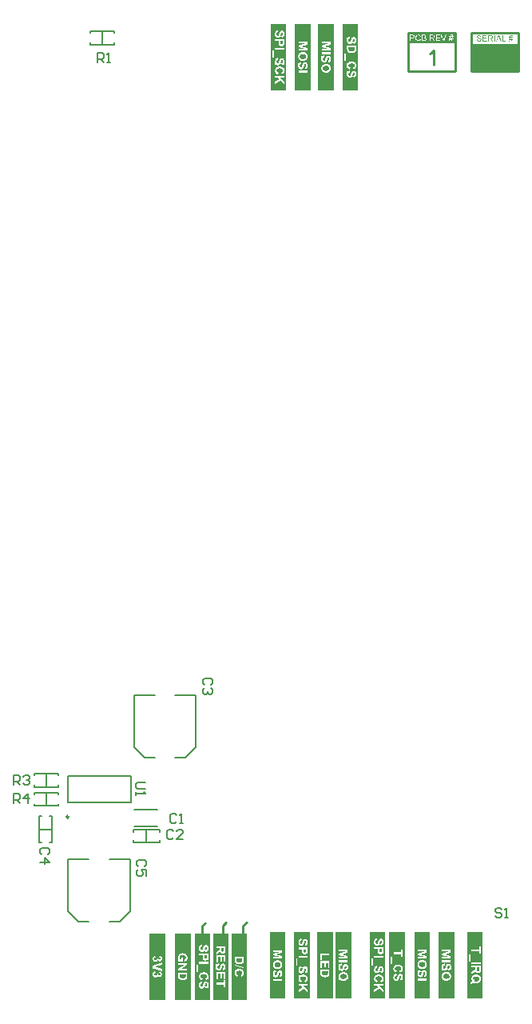
<source format=gto>
G04*
G04 #@! TF.GenerationSoftware,Altium Limited,Altium Designer,22.11.1 (43)*
G04*
G04 Layer_Color=65535*
%FSLAX25Y25*%
%MOIN*%
G70*
G04*
G04 #@! TF.SameCoordinates,1D5D8595-F9E1-464C-B53C-8977FC05DA47*
G04*
G04*
G04 #@! TF.FilePolarity,Positive*
G04*
G01*
G75*
%ADD10C,0.00984*%
%ADD11C,0.01000*%
%ADD12C,0.00787*%
%ADD13C,0.00591*%
%ADD14C,0.00600*%
%ADD15R,0.19781X0.11614*%
G36*
X165580Y2633D02*
X159080D01*
Y30133D01*
X165580D01*
Y2633D01*
D02*
G37*
G36*
X76240Y2054D02*
X69740D01*
Y29554D01*
X76240D01*
Y2054D01*
D02*
G37*
G36*
X125963Y2579D02*
X119463D01*
Y30079D01*
X125963D01*
Y2579D01*
D02*
G37*
G36*
X146201Y380959D02*
X139701D01*
Y408459D01*
X146201D01*
Y380959D01*
D02*
G37*
G36*
X136039D02*
X129539D01*
Y408459D01*
X136039D01*
Y380959D01*
D02*
G37*
G36*
X65613Y2054D02*
X59113D01*
Y29554D01*
X65613D01*
Y2054D01*
D02*
G37*
G36*
X135578Y2579D02*
X129078D01*
Y30079D01*
X135578D01*
Y2579D01*
D02*
G37*
G36*
X126363Y408459D02*
Y380959D01*
X119863D01*
Y408459D01*
X126363D01*
D02*
G37*
G36*
X143250Y2579D02*
X136750D01*
Y30079D01*
X143250D01*
Y2579D01*
D02*
G37*
G36*
X115797D02*
X109297D01*
Y30079D01*
X115797D01*
Y2579D01*
D02*
G37*
G36*
X176108Y30133D02*
Y2633D01*
X169608D01*
Y30133D01*
X176108D01*
D02*
G37*
G36*
X92100Y2054D02*
X85600D01*
Y29554D01*
X92100D01*
Y2054D01*
D02*
G37*
G36*
X116201Y408459D02*
Y380959D01*
X109701D01*
Y408459D01*
X116201D01*
D02*
G37*
G36*
X186784Y400614D02*
X167000D01*
Y405043D01*
X186784D01*
Y400614D01*
D02*
G37*
G36*
X157536Y2633D02*
X151036D01*
Y30133D01*
X157536D01*
Y2633D01*
D02*
G37*
G36*
X84498Y29554D02*
Y2054D01*
X77998D01*
Y29554D01*
X84498D01*
D02*
G37*
G36*
X186243Y2633D02*
X179743D01*
Y30133D01*
X186243D01*
Y2633D01*
D02*
G37*
G36*
X99822Y2054D02*
X93322D01*
Y29554D01*
X99822D01*
Y2054D01*
D02*
G37*
G36*
X198201Y2633D02*
X191701D01*
Y30133D01*
X198201D01*
Y2633D01*
D02*
G37*
G36*
X210544Y403139D02*
X210846D01*
Y402884D01*
X210493D01*
X210366Y402258D01*
X210846D01*
Y402003D01*
X210311D01*
X210166Y401272D01*
X209907D01*
X210056Y402003D01*
X209518D01*
X209368Y401272D01*
X209114D01*
X209259Y402003D01*
X208972D01*
Y402258D01*
X209314D01*
X209441Y402884D01*
X208972D01*
Y403139D01*
X209492D01*
X209645Y403878D01*
X209900D01*
X209751Y403139D01*
X210286D01*
X210439Y403878D01*
X210697D01*
X210544Y403139D01*
D02*
G37*
G36*
X196647Y403874D02*
X196672D01*
X196741Y403867D01*
X196818Y403856D01*
X196898Y403838D01*
X196985Y403816D01*
X197065Y403787D01*
X197069D01*
X197076Y403783D01*
X197087Y403776D01*
X197102Y403769D01*
X197138Y403751D01*
X197185Y403718D01*
X197240Y403681D01*
X197295Y403634D01*
X197345Y403579D01*
X197393Y403518D01*
Y403514D01*
X197397Y403510D01*
X197404Y403499D01*
X197411Y403488D01*
X197429Y403452D01*
X197451Y403405D01*
X197476Y403346D01*
X197495Y403277D01*
X197513Y403204D01*
X197520Y403124D01*
X197200Y403099D01*
Y403103D01*
Y403110D01*
X197196Y403121D01*
X197193Y403139D01*
X197182Y403179D01*
X197167Y403234D01*
X197145Y403292D01*
X197113Y403350D01*
X197073Y403405D01*
X197022Y403456D01*
X197014Y403459D01*
X196996Y403474D01*
X196960Y403496D01*
X196912Y403518D01*
X196851Y403539D01*
X196778Y403561D01*
X196687Y403576D01*
X196585Y403579D01*
X196534D01*
X196512Y403576D01*
X196483Y403572D01*
X196417Y403565D01*
X196344Y403550D01*
X196272Y403532D01*
X196203Y403503D01*
X196173Y403485D01*
X196144Y403467D01*
X196137Y403463D01*
X196123Y403448D01*
X196101Y403423D01*
X196079Y403394D01*
X196053Y403354D01*
X196031Y403310D01*
X196017Y403259D01*
X196010Y403201D01*
Y403194D01*
Y403179D01*
X196013Y403154D01*
X196021Y403124D01*
X196031Y403088D01*
X196050Y403052D01*
X196072Y403015D01*
X196104Y402979D01*
X196108Y402975D01*
X196126Y402964D01*
X196141Y402953D01*
X196155Y402946D01*
X196177Y402935D01*
X196203Y402921D01*
X196235Y402910D01*
X196272Y402895D01*
X196312Y402881D01*
X196359Y402862D01*
X196410Y402848D01*
X196468Y402830D01*
X196534Y402815D01*
X196607Y402797D01*
X196610D01*
X196625Y402793D01*
X196647Y402790D01*
X196672Y402782D01*
X196705Y402775D01*
X196745Y402764D01*
X196785Y402753D01*
X196829Y402742D01*
X196923Y402717D01*
X197014Y402691D01*
X197058Y402677D01*
X197098Y402662D01*
X197134Y402651D01*
X197163Y402637D01*
X197167D01*
X197174Y402633D01*
X197185Y402626D01*
X197200Y402619D01*
X197240Y402597D01*
X197287Y402567D01*
X197342Y402528D01*
X197397Y402484D01*
X197447Y402433D01*
X197491Y402378D01*
X197495Y402371D01*
X197509Y402353D01*
X197524Y402320D01*
X197546Y402276D01*
X197564Y402225D01*
X197582Y402164D01*
X197593Y402094D01*
X197597Y402022D01*
Y402018D01*
Y402014D01*
Y402003D01*
Y401989D01*
X197589Y401949D01*
X197582Y401898D01*
X197568Y401839D01*
X197549Y401778D01*
X197520Y401712D01*
X197480Y401643D01*
Y401639D01*
X197476Y401636D01*
X197458Y401614D01*
X197433Y401581D01*
X197397Y401545D01*
X197349Y401501D01*
X197291Y401454D01*
X197225Y401410D01*
X197149Y401370D01*
X197145D01*
X197138Y401366D01*
X197127Y401363D01*
X197113Y401355D01*
X197091Y401348D01*
X197065Y401337D01*
X197007Y401323D01*
X196938Y401304D01*
X196854Y401286D01*
X196763Y401275D01*
X196665Y401272D01*
X196607D01*
X196578Y401275D01*
X196545D01*
X196508Y401279D01*
X196465Y401283D01*
X196374Y401297D01*
X196279Y401312D01*
X196184Y401337D01*
X196093Y401370D01*
X196090D01*
X196082Y401374D01*
X196072Y401381D01*
X196057Y401388D01*
X196013Y401410D01*
X195962Y401443D01*
X195904Y401486D01*
X195842Y401537D01*
X195784Y401599D01*
X195729Y401668D01*
Y401672D01*
X195722Y401679D01*
X195718Y401690D01*
X195707Y401705D01*
X195700Y401723D01*
X195689Y401745D01*
X195664Y401799D01*
X195638Y401869D01*
X195616Y401945D01*
X195602Y402032D01*
X195595Y402123D01*
X195908Y402153D01*
Y402149D01*
Y402145D01*
X195911Y402134D01*
Y402120D01*
X195919Y402087D01*
X195930Y402040D01*
X195944Y401992D01*
X195959Y401938D01*
X195984Y401887D01*
X196010Y401839D01*
X196013Y401836D01*
X196024Y401821D01*
X196042Y401796D01*
X196072Y401770D01*
X196108Y401738D01*
X196148Y401705D01*
X196203Y401672D01*
X196261Y401643D01*
X196264D01*
X196268Y401639D01*
X196279Y401636D01*
X196290Y401632D01*
X196326Y401621D01*
X196374Y401607D01*
X196432Y401592D01*
X196497Y401581D01*
X196570Y401574D01*
X196650Y401570D01*
X196683D01*
X196719Y401574D01*
X196763Y401577D01*
X196814Y401585D01*
X196872Y401592D01*
X196931Y401607D01*
X196985Y401625D01*
X196992Y401628D01*
X197011Y401636D01*
X197036Y401650D01*
X197069Y401665D01*
X197102Y401690D01*
X197138Y401716D01*
X197174Y401745D01*
X197204Y401781D01*
X197207Y401785D01*
X197214Y401799D01*
X197225Y401818D01*
X197240Y401847D01*
X197255Y401876D01*
X197265Y401912D01*
X197273Y401952D01*
X197276Y401996D01*
Y402000D01*
Y402018D01*
X197273Y402040D01*
X197269Y402069D01*
X197258Y402098D01*
X197247Y402134D01*
X197229Y402171D01*
X197204Y402204D01*
X197200Y402207D01*
X197189Y402218D01*
X197174Y402233D01*
X197149Y402254D01*
X197120Y402276D01*
X197080Y402302D01*
X197032Y402327D01*
X196978Y402349D01*
X196974Y402353D01*
X196956Y402356D01*
X196927Y402367D01*
X196909Y402371D01*
X196883Y402378D01*
X196858Y402389D01*
X196825Y402396D01*
X196789Y402407D01*
X196745Y402418D01*
X196701Y402429D01*
X196650Y402444D01*
X196592Y402458D01*
X196530Y402473D01*
X196527D01*
X196516Y402477D01*
X196497Y402480D01*
X196476Y402487D01*
X196446Y402495D01*
X196414Y402502D01*
X196341Y402524D01*
X196261Y402549D01*
X196177Y402575D01*
X196104Y402600D01*
X196072Y402615D01*
X196042Y402629D01*
X196039D01*
X196035Y402633D01*
X196013Y402648D01*
X195981Y402666D01*
X195944Y402695D01*
X195900Y402728D01*
X195857Y402768D01*
X195813Y402815D01*
X195777Y402866D01*
X195773Y402873D01*
X195762Y402891D01*
X195748Y402921D01*
X195733Y402957D01*
X195718Y403004D01*
X195704Y403059D01*
X195693Y403117D01*
X195689Y403179D01*
Y403183D01*
Y403186D01*
Y403197D01*
Y403212D01*
X195697Y403248D01*
X195704Y403296D01*
X195715Y403350D01*
X195733Y403412D01*
X195758Y403474D01*
X195795Y403536D01*
Y403539D01*
X195799Y403543D01*
X195817Y403565D01*
X195842Y403594D01*
X195875Y403630D01*
X195919Y403670D01*
X195973Y403714D01*
X196039Y403754D01*
X196112Y403791D01*
X196115D01*
X196123Y403794D01*
X196133Y403798D01*
X196148Y403805D01*
X196166Y403812D01*
X196192Y403820D01*
X196246Y403834D01*
X196315Y403849D01*
X196396Y403863D01*
X196479Y403874D01*
X196574Y403878D01*
X196621D01*
X196647Y403874D01*
D02*
G37*
G36*
X206591Y401614D02*
X207832D01*
Y401315D01*
X206256D01*
Y403834D01*
X206591D01*
Y401614D01*
D02*
G37*
G36*
X206001Y401315D02*
X205623D01*
X205328Y402080D01*
X204272D01*
X203999Y401315D01*
X203646D01*
X204607Y403834D01*
X204971D01*
X206001Y401315D01*
D02*
G37*
G36*
X203333D02*
X202998D01*
Y403834D01*
X203333D01*
Y401315D01*
D02*
G37*
G36*
X201604Y403831D02*
X201637D01*
X201713Y403827D01*
X201794Y403816D01*
X201881Y403805D01*
X201961Y403787D01*
X202001Y403776D01*
X202034Y403765D01*
X202038D01*
X202041Y403761D01*
X202063Y403751D01*
X202096Y403736D01*
X202136Y403711D01*
X202179Y403678D01*
X202227Y403634D01*
X202270Y403583D01*
X202314Y403525D01*
Y403521D01*
X202318Y403518D01*
X202332Y403496D01*
X202347Y403459D01*
X202369Y403412D01*
X202387Y403357D01*
X202405Y403292D01*
X202416Y403223D01*
X202420Y403146D01*
Y403143D01*
Y403135D01*
Y403121D01*
X202416Y403103D01*
Y403077D01*
X202412Y403052D01*
X202398Y402990D01*
X202376Y402917D01*
X202347Y402841D01*
X202303Y402764D01*
X202274Y402728D01*
X202245Y402691D01*
X202241Y402688D01*
X202238Y402684D01*
X202227Y402673D01*
X202212Y402662D01*
X202194Y402648D01*
X202172Y402633D01*
X202143Y402615D01*
X202114Y402593D01*
X202078Y402575D01*
X202038Y402557D01*
X201994Y402535D01*
X201946Y402517D01*
X201892Y402502D01*
X201837Y402484D01*
X201775Y402473D01*
X201710Y402462D01*
X201717Y402458D01*
X201732Y402451D01*
X201753Y402436D01*
X201783Y402422D01*
X201848Y402382D01*
X201881Y402356D01*
X201910Y402335D01*
X201917Y402327D01*
X201936Y402309D01*
X201965Y402280D01*
X202001Y402244D01*
X202041Y402193D01*
X202088Y402138D01*
X202136Y402072D01*
X202187Y402000D01*
X202620Y401315D01*
X202205D01*
X201874Y401839D01*
Y401843D01*
X201866Y401850D01*
X201859Y401861D01*
X201848Y401876D01*
X201823Y401916D01*
X201790Y401967D01*
X201750Y402022D01*
X201710Y402080D01*
X201670Y402134D01*
X201633Y402185D01*
X201630Y402189D01*
X201619Y402204D01*
X201601Y402225D01*
X201575Y402251D01*
X201521Y402305D01*
X201491Y402331D01*
X201462Y402353D01*
X201459Y402356D01*
X201451Y402360D01*
X201437Y402367D01*
X201415Y402378D01*
X201393Y402389D01*
X201368Y402400D01*
X201309Y402418D01*
X201306D01*
X201299Y402422D01*
X201284D01*
X201266Y402426D01*
X201240Y402429D01*
X201211D01*
X201171Y402433D01*
X200742D01*
Y401315D01*
X200407D01*
Y403834D01*
X201575D01*
X201604Y403831D01*
D02*
G37*
G36*
X199883Y403536D02*
X198394D01*
Y402768D01*
X199788D01*
Y402469D01*
X198394D01*
Y401614D01*
X199941D01*
Y401315D01*
X198059D01*
Y403834D01*
X199883D01*
Y403536D01*
D02*
G37*
%LPC*%
G36*
X164705Y22941D02*
X164066D01*
Y21821D01*
X160927D01*
Y21057D01*
X164066D01*
Y19943D01*
X160927D01*
D01*
X164705D01*
Y22941D01*
D02*
G37*
G36*
X160353Y19883D02*
X159884D01*
Y16869D01*
X160927D01*
D01*
X160353D01*
Y19883D01*
D02*
G37*
G36*
X164776Y16645D02*
X162827D01*
D01*
X162783D01*
X162619Y16640D01*
X162467Y16623D01*
X162319Y16602D01*
X162188Y16569D01*
X162062Y16536D01*
X161942Y16492D01*
X161839Y16449D01*
X161746Y16405D01*
X161658Y16361D01*
X161582Y16318D01*
X161522Y16274D01*
X161467Y16241D01*
X161429Y16208D01*
X161396Y16187D01*
X161380Y16170D01*
X161374Y16165D01*
X161282Y16072D01*
X161205Y15974D01*
X161134Y15870D01*
X161080Y15766D01*
X161030Y15663D01*
X160987Y15559D01*
X160954Y15460D01*
X160927Y15368D01*
X160905Y15275D01*
X160889Y15193D01*
X160878Y15116D01*
X160872Y15056D01*
X160867Y15002D01*
X160861Y14964D01*
Y15193D01*
Y14931D01*
X160867Y14816D01*
X160872Y14712D01*
X160889Y14609D01*
X160910Y14516D01*
X160932Y14428D01*
X160954Y14347D01*
X160981Y14270D01*
X161014Y14199D01*
X161041Y14139D01*
X161069Y14085D01*
X161091Y14035D01*
X161112Y13997D01*
X161134Y13964D01*
X161151Y13942D01*
X161156Y13932D01*
X161161Y13926D01*
X161222Y13855D01*
X161287Y13790D01*
X161434Y13670D01*
X161587Y13571D01*
X161735Y13495D01*
X161806Y13462D01*
X161871Y13435D01*
X161931Y13413D01*
X161980Y13391D01*
X162024Y13375D01*
X162057Y13364D01*
X162079Y13358D01*
X160861D01*
X164776D01*
X162084D01*
X162314Y14101D01*
X162166Y14145D01*
X162041Y14194D01*
X161937Y14243D01*
X161849Y14298D01*
X161784Y14341D01*
X161740Y14379D01*
X161713Y14407D01*
X161702Y14418D01*
X161637Y14505D01*
X161593Y14592D01*
X161560Y14680D01*
X161533Y14756D01*
X161522Y14827D01*
X161516Y14887D01*
X161511Y14909D01*
Y14936D01*
X161516Y15013D01*
X161522Y15084D01*
X161560Y15215D01*
X161604Y15329D01*
X161664Y15422D01*
X161718Y15499D01*
X161762Y15553D01*
X161784Y15575D01*
X161800Y15592D01*
X161806Y15597D01*
X161811Y15602D01*
X161871Y15646D01*
X161942Y15684D01*
X162019Y15722D01*
X162101Y15750D01*
X162270Y15793D01*
X162439Y15826D01*
X162521Y15837D01*
X162592Y15843D01*
X162663Y15854D01*
X162723D01*
X162767Y15859D01*
X162805D01*
X162832D01*
X162838D01*
X162963Y15854D01*
X163078Y15848D01*
X163182Y15837D01*
X163280Y15821D01*
X163367Y15799D01*
X163449Y15777D01*
X163520Y15755D01*
X163586Y15728D01*
X163640Y15706D01*
X163689Y15684D01*
X163728Y15663D01*
X163760Y15641D01*
X163788Y15624D01*
X163804Y15613D01*
X163815Y15602D01*
X163821D01*
X163875Y15553D01*
X163924Y15499D01*
X163962Y15444D01*
X163995Y15384D01*
X164050Y15269D01*
X164088Y15160D01*
X164110Y15067D01*
X164115Y15024D01*
X164121Y14991D01*
X164126Y14958D01*
Y14920D01*
X164121Y14811D01*
X164099Y14712D01*
X164072Y14625D01*
X164039Y14549D01*
X164006Y14489D01*
X163979Y14445D01*
X163957Y14418D01*
X163952Y14407D01*
X163886Y14336D01*
X163810Y14270D01*
X163733Y14221D01*
X163657Y14183D01*
X163591Y14155D01*
X163542Y14139D01*
X163520Y14128D01*
X163504D01*
X163498Y14123D01*
X163493D01*
X163673Y13369D01*
X163831Y13424D01*
X163968Y13484D01*
X164088Y13549D01*
X164186Y13610D01*
X164263Y13670D01*
X164296Y13691D01*
X164323Y13713D01*
X164339Y13730D01*
X164356Y13746D01*
X164367Y13751D01*
Y13757D01*
X164437Y13839D01*
X164503Y13932D01*
X164558Y14019D01*
X164601Y14112D01*
X164645Y14210D01*
X164678Y14303D01*
X164705Y14396D01*
X164727Y14483D01*
X164743Y14565D01*
X164754Y14641D01*
X164765Y14707D01*
X164771Y14767D01*
X164776Y14816D01*
Y14882D01*
X164771Y15024D01*
X164754Y15166D01*
X164727Y15291D01*
X164694Y15417D01*
X164656Y15526D01*
X164612Y15635D01*
X164563Y15728D01*
X164514Y15815D01*
X164465Y15897D01*
X164416Y15963D01*
X164372Y16023D01*
X164334Y16072D01*
X164301Y16110D01*
X164274Y16138D01*
X164257Y16154D01*
X164252Y16159D01*
X164148Y16247D01*
X164039Y16318D01*
X163924Y16383D01*
X163804Y16438D01*
X163679Y16487D01*
X163558Y16525D01*
X163438Y16558D01*
X163324Y16585D01*
X163209Y16607D01*
X163111Y16618D01*
X163018Y16629D01*
X162942Y16640D01*
X162876D01*
X162827Y16645D01*
X164776D01*
D02*
G37*
G36*
Y12900D02*
D01*
Y11382D01*
X164771Y11540D01*
X164754Y11682D01*
X164732Y11808D01*
X164710Y11917D01*
X164694Y11966D01*
X164683Y12010D01*
X164672Y12043D01*
X164661Y12075D01*
X164650Y12097D01*
X164645Y12113D01*
X164640Y12124D01*
Y12130D01*
X164585Y12239D01*
X164525Y12332D01*
X164459Y12414D01*
X164399Y12479D01*
X164345Y12534D01*
X164301Y12567D01*
X164268Y12594D01*
X164263Y12599D01*
X164257D01*
X164164Y12654D01*
X164066Y12692D01*
X163973Y12720D01*
X163891Y12736D01*
X163821Y12747D01*
X163766Y12758D01*
X163744D01*
X163728D01*
X163722D01*
X163717D01*
X163635Y12752D01*
X163553Y12741D01*
X163482Y12725D01*
X163411Y12703D01*
X163280Y12649D01*
X163165Y12583D01*
X163116Y12556D01*
X163078Y12523D01*
X163040Y12496D01*
X163007Y12468D01*
X162985Y12447D01*
X162969Y12430D01*
X162958Y12419D01*
X162952Y12414D01*
X162914Y12365D01*
X162876Y12305D01*
X162838Y12245D01*
X162805Y12173D01*
X162740Y12037D01*
X162685Y11895D01*
X162663Y11824D01*
X162641Y11764D01*
X162625Y11704D01*
X162608Y11655D01*
X162598Y11617D01*
X162587Y11584D01*
X162581Y11562D01*
Y11557D01*
X162559Y11469D01*
X162537Y11393D01*
X162521Y11322D01*
X162505Y11256D01*
X162488Y11202D01*
X162477Y11152D01*
X162461Y11109D01*
X162450Y11071D01*
X162445Y11038D01*
X162434Y11011D01*
X162423Y10972D01*
X162412Y10950D01*
Y10945D01*
X162385Y10874D01*
X162357Y10819D01*
X162330Y10770D01*
X162303Y10732D01*
X162281Y10705D01*
X162265Y10688D01*
X162253Y10678D01*
X162248Y10672D01*
X162210Y10645D01*
X162172Y10623D01*
X162133Y10612D01*
X162101Y10601D01*
X162068Y10596D01*
X162041Y10590D01*
X162024D01*
X162019D01*
X161942Y10596D01*
X161877Y10617D01*
X161811Y10650D01*
X161757Y10683D01*
X161713Y10721D01*
X161680Y10748D01*
X161658Y10770D01*
X161653Y10781D01*
X161604Y10858D01*
X161566Y10945D01*
X161538Y11038D01*
X161522Y11125D01*
X161511Y11207D01*
X161500Y11273D01*
Y11333D01*
X161505Y11458D01*
X161527Y11567D01*
X161555Y11660D01*
X161587Y11742D01*
X161620Y11808D01*
X161647Y11851D01*
X161669Y11879D01*
X161675Y11890D01*
X161751Y11961D01*
X161833Y12015D01*
X161926Y12064D01*
X162019Y12097D01*
X162101Y12124D01*
X162166Y12146D01*
X162188Y12152D01*
X162210D01*
X162221Y12157D01*
X162226D01*
X162155Y12900D01*
D01*
X162041Y12883D01*
X161931Y12862D01*
X161828Y12829D01*
X161735Y12801D01*
X161647Y12763D01*
X161566Y12725D01*
X161495Y12687D01*
X161429Y12649D01*
X161374Y12610D01*
X161325Y12572D01*
X161282Y12539D01*
X161243Y12507D01*
X161216Y12485D01*
X161200Y12463D01*
X161189Y12452D01*
X161183Y12447D01*
X161123Y12370D01*
X161074Y12288D01*
X161030Y12201D01*
X160992Y12108D01*
X160965Y12021D01*
X160938Y11928D01*
X160899Y11748D01*
X160883Y11666D01*
X160872Y11589D01*
X160867Y11524D01*
X160861Y11464D01*
X160856Y11415D01*
Y11344D01*
X160861Y11169D01*
X160878Y11011D01*
X160899Y10869D01*
X160910Y10808D01*
X160927Y10748D01*
X160938Y10699D01*
X160949Y10656D01*
X160959Y10617D01*
X160970Y10585D01*
X160981Y10557D01*
X160987Y10541D01*
X160992Y10530D01*
Y10525D01*
X161052Y10405D01*
X161118Y10306D01*
X161183Y10213D01*
X161254Y10142D01*
X161314Y10088D01*
X161369Y10044D01*
X161402Y10022D01*
X161407Y10011D01*
X161413D01*
X161522Y9951D01*
X161626Y9902D01*
X161729Y9869D01*
X161828Y9848D01*
X161904Y9837D01*
X161942Y9831D01*
X161970Y9826D01*
X160856D01*
D01*
X164776D01*
Y12900D01*
D02*
G37*
%LPD*%
G36*
X163821Y12021D02*
X163864Y12010D01*
X163908Y11988D01*
X163941Y11966D01*
X163968Y11944D01*
X163984Y11922D01*
X163995Y11911D01*
X164001Y11906D01*
X164050Y11829D01*
X164083Y11748D01*
X164110Y11660D01*
X164126Y11578D01*
X164137Y11507D01*
X164143Y11447D01*
Y11393D01*
X164137Y11278D01*
X164121Y11180D01*
X164099Y11098D01*
X164077Y11032D01*
X164055Y10978D01*
X164033Y10939D01*
X164017Y10918D01*
X164012Y10912D01*
X163957Y10858D01*
X163891Y10808D01*
X163826Y10770D01*
X163755Y10743D01*
X163695Y10721D01*
X163646Y10710D01*
X163608Y10699D01*
X163602D01*
X163597D01*
X163624Y9935D01*
X163722Y9940D01*
X163810Y9957D01*
X163897Y9979D01*
X163973Y10006D01*
X164050Y10033D01*
X164121Y10066D01*
X164181Y10099D01*
X164241Y10131D01*
X164290Y10170D01*
X164334Y10203D01*
X164372Y10235D01*
X164405Y10262D01*
X164427Y10284D01*
X164443Y10301D01*
X164454Y10312D01*
X164459Y10317D01*
X164514Y10388D01*
X164563Y10464D01*
X164607Y10546D01*
X164645Y10634D01*
X164672Y10721D01*
X164700Y10808D01*
X164738Y10983D01*
X164749Y11065D01*
X164760Y11136D01*
X164765Y11207D01*
X164771Y11267D01*
X164776Y11316D01*
Y9826D01*
X162024D01*
X162155Y9831D01*
X162270Y9848D01*
X162374Y9875D01*
X162461Y9902D01*
X162532Y9929D01*
X162581Y9957D01*
X162614Y9973D01*
X162625Y9979D01*
X162712Y10039D01*
X162789Y10110D01*
X162854Y10181D01*
X162909Y10246D01*
X162952Y10306D01*
X162985Y10355D01*
X163007Y10388D01*
X163013Y10394D01*
Y10399D01*
X163040Y10454D01*
X163067Y10508D01*
X163116Y10639D01*
X163160Y10776D01*
X163204Y10907D01*
X163220Y10967D01*
X163236Y11027D01*
X163253Y11082D01*
X163264Y11125D01*
X163275Y11163D01*
X163280Y11191D01*
X163286Y11213D01*
Y11218D01*
X163313Y11316D01*
X163335Y11404D01*
X163356Y11486D01*
X163378Y11562D01*
X163400Y11622D01*
X163422Y11682D01*
X163444Y11731D01*
X163460Y11775D01*
X163477Y11813D01*
X163493Y11840D01*
X163504Y11868D01*
X163515Y11884D01*
X163531Y11911D01*
X163537Y11917D01*
X163575Y11955D01*
X163613Y11982D01*
X163651Y11999D01*
X163689Y12010D01*
X163717Y12021D01*
X163744Y12026D01*
X163760D01*
X163766D01*
X163821Y12021D01*
D02*
G37*
%LPC*%
G36*
X74950Y21411D02*
X71030D01*
Y17879D01*
Y19495D01*
X71035Y19320D01*
X71057Y19156D01*
X71084Y18998D01*
X71117Y18861D01*
X71134Y18801D01*
X71150Y18747D01*
X71166Y18698D01*
X71177Y18654D01*
X71188Y18621D01*
X71199Y18599D01*
X71205Y18583D01*
Y18578D01*
X71270Y18414D01*
X71341Y18277D01*
X71412Y18157D01*
X71472Y18054D01*
X71527Y17977D01*
X71548Y17950D01*
X71570Y17922D01*
X71587Y17906D01*
X71598Y17890D01*
X71609Y17879D01*
X73127D01*
Y19522D01*
X72488D01*
Y18649D01*
X72002D01*
X71953Y18714D01*
X71909Y18785D01*
X71871Y18856D01*
X71838Y18922D01*
X71811Y18976D01*
X71789Y19025D01*
X71778Y19053D01*
X71772Y19058D01*
Y19064D01*
X71740Y19151D01*
X71718Y19238D01*
X71701Y19320D01*
X71690Y19391D01*
X71685Y19457D01*
X71680Y19500D01*
Y19544D01*
X71685Y19631D01*
X71696Y19719D01*
X71712Y19795D01*
X71734Y19872D01*
X71789Y20008D01*
X71816Y20063D01*
X71849Y20117D01*
X71882Y20166D01*
X71909Y20210D01*
X71942Y20243D01*
X71964Y20276D01*
X71985Y20298D01*
X72002Y20314D01*
X72013Y20325D01*
X72018Y20330D01*
X72084Y20379D01*
X72160Y20429D01*
X72237Y20467D01*
X72318Y20500D01*
X72488Y20554D01*
X72651Y20587D01*
X72728Y20598D01*
X72804Y20609D01*
X72864Y20614D01*
X72925Y20620D01*
X72968Y20625D01*
X73006D01*
X73028D01*
X73034D01*
X73148Y20620D01*
X73252Y20614D01*
X73356Y20598D01*
X73449Y20582D01*
X73531Y20560D01*
X73607Y20532D01*
X73678Y20505D01*
X73743Y20478D01*
X73798Y20456D01*
X73847Y20429D01*
X73885Y20401D01*
X73918Y20379D01*
X73945Y20363D01*
X73962Y20347D01*
X73973Y20341D01*
X73978Y20336D01*
X74033Y20276D01*
X74087Y20216D01*
X74126Y20150D01*
X74164Y20085D01*
X74197Y20019D01*
X74224Y19954D01*
X74262Y19828D01*
X74273Y19768D01*
X74284Y19713D01*
X74289Y19664D01*
X74295Y19621D01*
X74300Y19588D01*
Y19539D01*
X74295Y19419D01*
X74273Y19315D01*
X74251Y19222D01*
X74218Y19140D01*
X74191Y19080D01*
X74164Y19031D01*
X74142Y19004D01*
X74137Y18993D01*
X74071Y18916D01*
X74000Y18851D01*
X73929Y18796D01*
X73858Y18758D01*
X73793Y18725D01*
X73743Y18703D01*
X73711Y18692D01*
X73705Y18687D01*
X73700D01*
X73842Y17928D01*
X73935Y17950D01*
X74027Y17982D01*
X74109Y18015D01*
X74186Y18059D01*
X74262Y18097D01*
X74328Y18141D01*
X74388Y18184D01*
X74442Y18228D01*
X74492Y18272D01*
X74535Y18310D01*
X74573Y18343D01*
X74601Y18376D01*
X74622Y18403D01*
X74644Y18425D01*
X74650Y18436D01*
X74655Y18441D01*
X74710Y18518D01*
X74753Y18599D01*
X74792Y18687D01*
X74825Y18780D01*
X74879Y18960D01*
X74912Y19135D01*
X74928Y19217D01*
X74934Y19293D01*
X74939Y19364D01*
X74945Y19424D01*
X74950Y19473D01*
Y19539D01*
X74945Y19735D01*
X74923Y19910D01*
X74906Y19986D01*
X74890Y20063D01*
X74874Y20134D01*
X74857Y20194D01*
X74835Y20248D01*
X74819Y20303D01*
X74803Y20341D01*
X74792Y20379D01*
X74775Y20407D01*
X74770Y20429D01*
X74759Y20439D01*
Y20445D01*
X74661Y20614D01*
X74601Y20685D01*
X74546Y20756D01*
X74486Y20822D01*
X74426Y20882D01*
X74366Y20936D01*
X74311Y20986D01*
X74257Y21024D01*
X74208Y21062D01*
X74164Y21095D01*
X74126Y21122D01*
X74093Y21138D01*
X74071Y21155D01*
X74055Y21160D01*
X74049Y21166D01*
X73962Y21209D01*
X73874Y21248D01*
X73694Y21308D01*
X73514Y21351D01*
X73356Y21379D01*
X73279Y21389D01*
X73214Y21400D01*
X73154Y21406D01*
X73099D01*
X73061Y21411D01*
X74950D01*
D01*
D02*
G37*
G36*
X74879Y17169D02*
X71101D01*
Y16465D01*
X73591D01*
X71101Y14930D01*
Y14166D01*
X74879D01*
Y17169D01*
D02*
G37*
G36*
Y13358D02*
X71101D01*
Y11927D01*
X71106Y11780D01*
X71112Y11643D01*
X71123Y11529D01*
X71139Y11436D01*
X71155Y11360D01*
X71166Y11299D01*
X71172Y11283D01*
Y11267D01*
X71177Y11261D01*
Y11256D01*
X71221Y11136D01*
X71270Y11026D01*
X71319Y10939D01*
X71368Y10863D01*
X71412Y10803D01*
X71445Y10759D01*
X71467Y10732D01*
X71478Y10721D01*
X71581Y10628D01*
X71690Y10546D01*
X71805Y10475D01*
X71909Y10420D01*
X72007Y10377D01*
X72045Y10355D01*
X72078Y10344D01*
X72111Y10333D01*
X72133Y10322D01*
X72144Y10317D01*
X72149D01*
X72280Y10278D01*
X72417Y10246D01*
X72548Y10224D01*
X72673Y10213D01*
X72733Y10208D01*
X72788Y10202D01*
X72832D01*
X72875Y10197D01*
X71101D01*
X72952D01*
X73143Y10202D01*
X73312Y10218D01*
X73394Y10224D01*
X73465Y10235D01*
X73536Y10246D01*
X73596Y10257D01*
X73651Y10273D01*
X73700Y10284D01*
X73743Y10295D01*
X73776Y10300D01*
X73804Y10311D01*
X73825Y10317D01*
X73836Y10322D01*
X73842D01*
X73973Y10371D01*
X74093Y10431D01*
X74197Y10491D01*
X74284Y10551D01*
X74355Y10601D01*
X74410Y10644D01*
X74442Y10672D01*
X74453Y10677D01*
Y10683D01*
X74541Y10775D01*
X74612Y10868D01*
X74672Y10966D01*
X74721Y11054D01*
X74759Y11130D01*
X74786Y11196D01*
X74792Y11218D01*
X74797Y11234D01*
X74803Y11245D01*
Y11250D01*
X74830Y11354D01*
X74846Y11469D01*
X74863Y11589D01*
X74868Y11704D01*
X74874Y11807D01*
X74879Y11851D01*
Y10672D01*
Y13358D01*
D02*
G37*
%LPD*%
G36*
X72799Y21400D02*
X72613Y21379D01*
X72444Y21340D01*
X72362Y21324D01*
X72291Y21302D01*
X72226Y21280D01*
X72166Y21264D01*
X72116Y21242D01*
X72073Y21226D01*
X72040Y21215D01*
X72013Y21204D01*
X71996Y21193D01*
X71991D01*
X71827Y21100D01*
X71685Y20996D01*
X71560Y20887D01*
X71461Y20778D01*
X71417Y20729D01*
X71379Y20680D01*
X71346Y20641D01*
X71325Y20603D01*
X71303Y20576D01*
X71286Y20549D01*
X71281Y20538D01*
X71276Y20532D01*
X71232Y20445D01*
X71194Y20363D01*
X71134Y20183D01*
X71090Y20008D01*
X71063Y19850D01*
X71052Y19773D01*
X71041Y19708D01*
X71035Y19648D01*
Y19593D01*
X71030Y19555D01*
Y21411D01*
X73001D01*
X72799Y21400D01*
D02*
G37*
G36*
X74879Y14870D02*
X72335D01*
X74879Y16432D01*
Y14870D01*
D02*
G37*
G36*
X74240Y12097D02*
X74235Y12026D01*
Y11960D01*
X74229Y11906D01*
Y11856D01*
X74224Y11807D01*
Y11769D01*
X74213Y11709D01*
X74208Y11665D01*
X74202Y11638D01*
Y11632D01*
X74180Y11556D01*
X74153Y11491D01*
X74126Y11430D01*
X74093Y11376D01*
X74066Y11338D01*
X74044Y11305D01*
X74027Y11288D01*
X74022Y11283D01*
X73967Y11234D01*
X73907Y11190D01*
X73847Y11152D01*
X73793Y11119D01*
X73738Y11097D01*
X73694Y11081D01*
X73667Y11070D01*
X73662Y11065D01*
X73656D01*
X73558Y11037D01*
X73454Y11016D01*
X73339Y11005D01*
X73230Y10994D01*
X73137Y10988D01*
X73094Y10983D01*
X73055D01*
X73028D01*
X73006D01*
X72990D01*
X72984D01*
X72832Y10988D01*
X72690Y10994D01*
X72575Y11010D01*
X72477Y11021D01*
X72395Y11037D01*
X72362Y11043D01*
X72340Y11054D01*
X72318Y11059D01*
X72302D01*
X72297Y11065D01*
X72291D01*
X72204Y11097D01*
X72127Y11125D01*
X72067Y11163D01*
X72018Y11190D01*
X71980Y11218D01*
X71953Y11239D01*
X71936Y11256D01*
X71931Y11261D01*
X71892Y11310D01*
X71860Y11360D01*
X71832Y11409D01*
X71811Y11458D01*
X71794Y11502D01*
X71783Y11534D01*
X71772Y11556D01*
Y11567D01*
X71762Y11627D01*
X71756Y11698D01*
X71745Y11774D01*
Y11851D01*
X71740Y11922D01*
Y12594D01*
X74240D01*
Y12097D01*
D02*
G37*
%LPC*%
G36*
X122538Y27527D02*
D01*
X122424Y27511D01*
X122314Y27489D01*
X122211Y27456D01*
X122118Y27429D01*
X122030Y27391D01*
X121949Y27353D01*
X121878Y27314D01*
X121812Y27276D01*
X121757Y27238D01*
X121708Y27200D01*
X121665Y27167D01*
X121626Y27134D01*
X121599Y27112D01*
X121583Y27091D01*
X121572Y27080D01*
X121566Y27074D01*
X121506Y26998D01*
X121457Y26916D01*
X121414Y26829D01*
X121375Y26736D01*
X121348Y26648D01*
X121321Y26555D01*
X121282Y26375D01*
X121266Y26293D01*
X121255Y26217D01*
X121250Y26151D01*
X121244Y26091D01*
X121239Y26042D01*
Y25971D01*
X121244Y25797D01*
X121261Y25638D01*
X121282Y25496D01*
X121293Y25436D01*
X121310Y25376D01*
X121321Y25327D01*
X121332Y25283D01*
X121343Y25245D01*
X121353Y25212D01*
X121364Y25185D01*
X121370Y25169D01*
X121375Y25158D01*
Y25152D01*
X121435Y25032D01*
X121501Y24934D01*
X121566Y24841D01*
X121637Y24770D01*
X121697Y24715D01*
X121752Y24672D01*
X121785Y24650D01*
X121790Y24639D01*
X121796D01*
X121905Y24579D01*
X122009Y24530D01*
X122112Y24497D01*
X122211Y24475D01*
X122287Y24464D01*
X122325Y24459D01*
X122353Y24453D01*
X121239D01*
D01*
X125159D01*
X122407D01*
X122538Y24459D01*
X122653Y24475D01*
X122757Y24502D01*
X122844Y24530D01*
X122915Y24557D01*
X122964Y24585D01*
X122997Y24601D01*
X123008Y24606D01*
X123095Y24666D01*
X123172Y24737D01*
X123237Y24808D01*
X123292Y24874D01*
X123335Y24934D01*
X123368Y24983D01*
X123390Y25016D01*
X123396Y25021D01*
Y25027D01*
X123423Y25081D01*
X123450Y25136D01*
X123499Y25267D01*
X123543Y25403D01*
X123587Y25534D01*
X123603Y25595D01*
X123619Y25655D01*
X123636Y25709D01*
X123647Y25753D01*
X123658Y25791D01*
X123663Y25818D01*
X123669Y25840D01*
Y25846D01*
X123696Y25944D01*
X123718Y26031D01*
X123740Y26113D01*
X123761Y26190D01*
X123783Y26250D01*
X123805Y26310D01*
X123827Y26359D01*
X123843Y26403D01*
X123860Y26441D01*
X123876Y26468D01*
X123887Y26495D01*
X123898Y26512D01*
X123914Y26539D01*
X123920Y26545D01*
X123958Y26583D01*
X123996Y26610D01*
X124034Y26627D01*
X124073Y26637D01*
X124100Y26648D01*
X124127Y26654D01*
X124144D01*
X124149D01*
X124204Y26648D01*
X124247Y26637D01*
X124291Y26616D01*
X124324Y26594D01*
X124351Y26572D01*
X124367Y26550D01*
X124378Y26539D01*
X124384Y26534D01*
X124433Y26457D01*
X124466Y26375D01*
X124493Y26288D01*
X124509Y26206D01*
X124520Y26135D01*
X124526Y26075D01*
Y26020D01*
X124520Y25906D01*
X124504Y25807D01*
X124482Y25726D01*
X124460Y25660D01*
X124438Y25605D01*
X124416Y25567D01*
X124400Y25545D01*
X124395Y25540D01*
X124340Y25485D01*
X124275Y25436D01*
X124209Y25398D01*
X124138Y25371D01*
X124078Y25349D01*
X124029Y25338D01*
X123991Y25327D01*
X123985D01*
X123980D01*
X124007Y24563D01*
X124105Y24568D01*
X124193Y24585D01*
X124280Y24606D01*
X124356Y24634D01*
X124433Y24661D01*
X124504Y24694D01*
X124564Y24726D01*
X124624Y24759D01*
X124673Y24797D01*
X124717Y24830D01*
X124755Y24863D01*
X124788Y24890D01*
X124810Y24912D01*
X124826Y24928D01*
X124837Y24939D01*
X124842Y24945D01*
X124897Y25016D01*
X124946Y25092D01*
X124990Y25174D01*
X125028Y25262D01*
X125055Y25349D01*
X125083Y25436D01*
X125121Y25611D01*
X125132Y25693D01*
X125143Y25764D01*
X125148Y25835D01*
X125154Y25895D01*
X125159Y25944D01*
Y26010D01*
X125154Y26168D01*
X125137Y26310D01*
X125115Y26435D01*
X125094Y26545D01*
X125077Y26594D01*
X125066Y26637D01*
X125055Y26670D01*
X125044Y26703D01*
X125033Y26725D01*
X125028Y26741D01*
X125023Y26752D01*
Y26757D01*
X124968Y26867D01*
X124908Y26960D01*
X124842Y27041D01*
X124782Y27107D01*
X124728Y27162D01*
X124684Y27194D01*
X124651Y27222D01*
X124646Y27227D01*
X124640D01*
X124548Y27282D01*
X124449Y27320D01*
X124356Y27347D01*
X124275Y27364D01*
X124204Y27375D01*
X124149Y27385D01*
X124127D01*
X124111D01*
X124105D01*
X124100D01*
X124018Y27380D01*
X123936Y27369D01*
X123865Y27353D01*
X123794Y27331D01*
X123663Y27276D01*
X123548Y27211D01*
X123499Y27183D01*
X123461Y27151D01*
X123423Y27123D01*
X123390Y27096D01*
X123368Y27074D01*
X123352Y27058D01*
X123341Y27047D01*
X123335Y27041D01*
X123297Y26992D01*
X123259Y26932D01*
X123221Y26872D01*
X123188Y26801D01*
X123123Y26665D01*
X123068Y26523D01*
X123046Y26452D01*
X123024Y26392D01*
X123008Y26332D01*
X122992Y26283D01*
X122980Y26244D01*
X122970Y26212D01*
X122964Y26190D01*
Y26184D01*
X122942Y26097D01*
X122921Y26020D01*
X122904Y25949D01*
X122888Y25884D01*
X122871Y25829D01*
X122860Y25780D01*
X122844Y25736D01*
X122833Y25698D01*
X122828Y25666D01*
X122817Y25638D01*
X122806Y25600D01*
X122795Y25578D01*
Y25573D01*
X122768Y25502D01*
X122740Y25447D01*
X122713Y25398D01*
X122686Y25360D01*
X122664Y25332D01*
X122648Y25316D01*
X122637Y25305D01*
X122631Y25300D01*
X122593Y25272D01*
X122555Y25251D01*
X122517Y25240D01*
X122484Y25229D01*
X122451Y25223D01*
X122424Y25218D01*
X122407D01*
X122402D01*
X122325Y25223D01*
X122260Y25245D01*
X122194Y25278D01*
X122140Y25311D01*
X122096Y25349D01*
X122063Y25376D01*
X122041Y25398D01*
X122036Y25409D01*
X121987Y25485D01*
X121949Y25573D01*
X121921Y25666D01*
X121905Y25753D01*
X121894Y25835D01*
X121883Y25900D01*
Y25960D01*
X121889Y26086D01*
X121910Y26195D01*
X121938Y26288D01*
X121970Y26370D01*
X122003Y26435D01*
X122030Y26479D01*
X122052Y26506D01*
X122058Y26517D01*
X122134Y26588D01*
X122216Y26643D01*
X122309Y26692D01*
X122402Y26725D01*
X122484Y26752D01*
X122549Y26774D01*
X122571Y26779D01*
X122593D01*
X122604Y26785D01*
X122609D01*
X122538Y27527D01*
D02*
G37*
G36*
X125088Y23804D02*
X121310D01*
Y23039D01*
X122735D01*
Y22362D01*
X122740Y22280D01*
Y22204D01*
X122746Y22133D01*
X122751Y22067D01*
X122757Y22007D01*
X122762Y21958D01*
Y21909D01*
X122768Y21871D01*
X122773Y21833D01*
X122778Y21805D01*
Y21783D01*
X122784Y21767D01*
Y21756D01*
X122806Y21680D01*
X122833Y21609D01*
X122860Y21543D01*
X122893Y21483D01*
X122921Y21434D01*
X122942Y21396D01*
X122959Y21374D01*
X122964Y21363D01*
X123019Y21292D01*
X123079Y21232D01*
X123144Y21172D01*
X123199Y21128D01*
X123254Y21090D01*
X123297Y21063D01*
X123325Y21046D01*
X123335Y21041D01*
X123428Y20997D01*
X123527Y20965D01*
X123630Y20943D01*
X123723Y20926D01*
X123800Y20915D01*
X123838D01*
X123865Y20910D01*
X121310D01*
D01*
X125088D01*
Y23804D01*
D02*
G37*
G36*
Y20309D02*
X121310D01*
Y19545D01*
X125088D01*
Y20309D01*
D02*
G37*
G36*
X120737Y19250D02*
X120267D01*
Y16236D01*
X121310D01*
D01*
X120737D01*
Y19250D01*
D02*
G37*
G36*
X122538Y16078D02*
D01*
X122424Y16061D01*
X122314Y16039D01*
X122211Y16007D01*
X122118Y15980D01*
X122030Y15941D01*
X121949Y15903D01*
X121878Y15865D01*
X121812Y15827D01*
X121757Y15788D01*
X121708Y15750D01*
X121665Y15717D01*
X121626Y15685D01*
X121599Y15663D01*
X121583Y15641D01*
X121572Y15630D01*
X121566Y15625D01*
X121506Y15548D01*
X121457Y15466D01*
X121414Y15379D01*
X121375Y15286D01*
X121348Y15199D01*
X121321Y15106D01*
X121282Y14926D01*
X121266Y14844D01*
X121255Y14767D01*
X121250Y14702D01*
X121244Y14642D01*
X121239Y14593D01*
Y14522D01*
X121244Y14347D01*
X121261Y14189D01*
X121282Y14047D01*
X121293Y13987D01*
X121310Y13927D01*
X121321Y13877D01*
X121332Y13834D01*
X121343Y13795D01*
X121353Y13763D01*
X121364Y13735D01*
X121370Y13719D01*
X121375Y13708D01*
Y13703D01*
X121435Y13583D01*
X121501Y13484D01*
X121566Y13392D01*
X121637Y13320D01*
X121697Y13266D01*
X121752Y13222D01*
X121785Y13200D01*
X121790Y13189D01*
X121796D01*
X121905Y13129D01*
X122009Y13080D01*
X122112Y13047D01*
X122211Y13026D01*
X122287Y13015D01*
X122325Y13009D01*
X122353Y13004D01*
X121239D01*
Y14522D01*
Y13004D01*
D01*
X125159D01*
Y13288D01*
Y13004D01*
X122407D01*
X122538Y13009D01*
X122653Y13026D01*
X122757Y13053D01*
X122844Y13080D01*
X122915Y13107D01*
X122964Y13135D01*
X122997Y13151D01*
X123008Y13157D01*
X123095Y13217D01*
X123172Y13288D01*
X123237Y13359D01*
X123292Y13424D01*
X123335Y13484D01*
X123368Y13533D01*
X123390Y13566D01*
X123396Y13572D01*
Y13577D01*
X123423Y13632D01*
X123450Y13686D01*
X123499Y13817D01*
X123543Y13954D01*
X123587Y14085D01*
X123603Y14145D01*
X123619Y14205D01*
X123636Y14260D01*
X123647Y14303D01*
X123658Y14342D01*
X123663Y14369D01*
X123669Y14391D01*
Y14396D01*
X123696Y14494D01*
X123718Y14582D01*
X123740Y14664D01*
X123761Y14740D01*
X123783Y14800D01*
X123805Y14860D01*
X123827Y14909D01*
X123843Y14953D01*
X123860Y14991D01*
X123876Y15019D01*
X123887Y15046D01*
X123898Y15062D01*
X123914Y15089D01*
X123920Y15095D01*
X123958Y15133D01*
X123996Y15160D01*
X124034Y15177D01*
X124073Y15188D01*
X124100Y15199D01*
X124127Y15204D01*
X124144D01*
X124149D01*
X124204Y15199D01*
X124247Y15188D01*
X124291Y15166D01*
X124324Y15144D01*
X124351Y15122D01*
X124367Y15100D01*
X124378Y15089D01*
X124384Y15084D01*
X124433Y15008D01*
X124466Y14926D01*
X124493Y14838D01*
X124509Y14757D01*
X124520Y14685D01*
X124526Y14625D01*
Y14571D01*
X124520Y14456D01*
X124504Y14358D01*
X124482Y14276D01*
X124460Y14210D01*
X124438Y14156D01*
X124416Y14118D01*
X124400Y14096D01*
X124395Y14090D01*
X124340Y14036D01*
X124275Y13987D01*
X124209Y13948D01*
X124138Y13921D01*
X124078Y13899D01*
X124029Y13888D01*
X123991Y13877D01*
X123985D01*
X123980D01*
X124007Y13113D01*
X124105Y13118D01*
X124193Y13135D01*
X124280Y13157D01*
X124356Y13184D01*
X124433Y13211D01*
X124504Y13244D01*
X124564Y13277D01*
X124624Y13309D01*
X124673Y13348D01*
X124717Y13381D01*
X124755Y13413D01*
X124788Y13441D01*
X124810Y13462D01*
X124826Y13479D01*
X124837Y13490D01*
X124842Y13495D01*
X124897Y13566D01*
X124946Y13643D01*
X124990Y13724D01*
X125028Y13812D01*
X125055Y13899D01*
X125083Y13987D01*
X125121Y14161D01*
X125132Y14243D01*
X125143Y14314D01*
X125148Y14385D01*
X125154Y14445D01*
X125159Y14494D01*
Y13288D01*
Y14494D01*
Y14560D01*
X125154Y14718D01*
X125137Y14860D01*
X125115Y14986D01*
X125094Y15095D01*
X125077Y15144D01*
X125066Y15188D01*
X125055Y15221D01*
X125044Y15253D01*
X125033Y15275D01*
X125028Y15292D01*
X125023Y15302D01*
Y15308D01*
X124968Y15417D01*
X124908Y15510D01*
X124842Y15592D01*
X124782Y15657D01*
X124728Y15712D01*
X124684Y15745D01*
X124651Y15772D01*
X124646Y15777D01*
X124640D01*
X124548Y15832D01*
X124449Y15870D01*
X124356Y15898D01*
X124275Y15914D01*
X124204Y15925D01*
X124149Y15936D01*
X124127D01*
X124111D01*
X124105D01*
X124100D01*
X124018Y15930D01*
X123936Y15919D01*
X123865Y15903D01*
X123794Y15881D01*
X123663Y15827D01*
X123548Y15761D01*
X123499Y15734D01*
X123461Y15701D01*
X123423Y15674D01*
X123390Y15646D01*
X123368Y15625D01*
X123352Y15608D01*
X123341Y15597D01*
X123335Y15592D01*
X123297Y15543D01*
X123259Y15483D01*
X123221Y15423D01*
X123188Y15352D01*
X123123Y15215D01*
X123068Y15073D01*
X123046Y15002D01*
X123024Y14942D01*
X123008Y14882D01*
X122992Y14833D01*
X122980Y14795D01*
X122970Y14762D01*
X122964Y14740D01*
Y14735D01*
X122942Y14647D01*
X122921Y14571D01*
X122904Y14500D01*
X122888Y14434D01*
X122871Y14380D01*
X122860Y14331D01*
X122844Y14287D01*
X122833Y14249D01*
X122828Y14216D01*
X122817Y14189D01*
X122806Y14150D01*
X122795Y14129D01*
Y14123D01*
X122768Y14052D01*
X122740Y13997D01*
X122713Y13948D01*
X122686Y13910D01*
X122664Y13883D01*
X122648Y13867D01*
X122637Y13856D01*
X122631Y13850D01*
X122593Y13823D01*
X122555Y13801D01*
X122517Y13790D01*
X122484Y13779D01*
X122451Y13774D01*
X122424Y13768D01*
X122407D01*
X122402D01*
X122325Y13774D01*
X122260Y13795D01*
X122194Y13828D01*
X122140Y13861D01*
X122096Y13899D01*
X122063Y13927D01*
X122041Y13948D01*
X122036Y13959D01*
X121987Y14036D01*
X121949Y14123D01*
X121921Y14216D01*
X121905Y14303D01*
X121894Y14385D01*
X121883Y14451D01*
Y14511D01*
X121889Y14636D01*
X121910Y14746D01*
X121938Y14838D01*
X121970Y14920D01*
X122003Y14986D01*
X122030Y15029D01*
X122052Y15057D01*
X122058Y15068D01*
X122134Y15139D01*
X122216Y15193D01*
X122309Y15242D01*
X122402Y15275D01*
X122484Y15302D01*
X122549Y15324D01*
X122571Y15330D01*
X122593D01*
X122604Y15335D01*
X122609D01*
X122538Y16078D01*
D02*
G37*
G36*
X125159Y12491D02*
X123210D01*
D01*
X125159D01*
D02*
G37*
G36*
X123210D02*
X123166D01*
X123002Y12485D01*
X122850Y12469D01*
X122702Y12447D01*
X122571Y12414D01*
X122445Y12381D01*
X122325Y12338D01*
X122222Y12294D01*
X122129Y12250D01*
X122041Y12207D01*
X121965Y12163D01*
X121905Y12119D01*
X121850Y12087D01*
X121812Y12054D01*
X121779Y12032D01*
X121763Y12015D01*
X121757Y12010D01*
X121665Y11917D01*
X121588Y11819D01*
X121517Y11715D01*
X121463Y11611D01*
X121414Y11508D01*
X121370Y11404D01*
X121337Y11306D01*
X121310Y11213D01*
X121288Y11120D01*
X121272Y11038D01*
X121261Y10962D01*
X121255Y10902D01*
X121250Y10847D01*
X121244Y10809D01*
Y12491D01*
D01*
Y9204D01*
Y10776D01*
X121250Y10661D01*
X121255Y10558D01*
X121272Y10454D01*
X121293Y10361D01*
X121315Y10274D01*
X121337Y10192D01*
X121364Y10115D01*
X121397Y10045D01*
X121424Y9984D01*
X121452Y9930D01*
X121474Y9881D01*
X121495Y9842D01*
X121517Y9810D01*
X121534Y9788D01*
X121539Y9777D01*
X121545Y9771D01*
X121605Y9701D01*
X121670Y9635D01*
X121818Y9515D01*
X121970Y9417D01*
X122118Y9340D01*
X122189Y9307D01*
X122254Y9280D01*
X122314Y9258D01*
X122364Y9236D01*
X122407Y9220D01*
X122440Y9209D01*
X122462Y9204D01*
X121244D01*
X125159D01*
X122467D01*
X122697Y9946D01*
X122549Y9990D01*
X122424Y10039D01*
X122320Y10088D01*
X122232Y10143D01*
X122167Y10186D01*
X122123Y10225D01*
X122096Y10252D01*
X122085Y10263D01*
X122020Y10350D01*
X121976Y10438D01*
X121943Y10525D01*
X121916Y10601D01*
X121905Y10672D01*
X121899Y10732D01*
X121894Y10754D01*
Y10782D01*
X121899Y10858D01*
X121905Y10929D01*
X121943Y11060D01*
X121987Y11175D01*
X122047Y11268D01*
X122101Y11344D01*
X122145Y11399D01*
X122167Y11420D01*
X122183Y11437D01*
X122189Y11442D01*
X122194Y11448D01*
X122254Y11491D01*
X122325Y11530D01*
X122402Y11568D01*
X122484Y11595D01*
X122653Y11639D01*
X122822Y11672D01*
X122904Y11682D01*
X122975Y11688D01*
X123046Y11699D01*
X123106D01*
X123150Y11704D01*
X123188D01*
X123215D01*
X123221D01*
X123346Y11699D01*
X123461Y11693D01*
X123565Y11682D01*
X123663Y11666D01*
X123750Y11644D01*
X123832Y11622D01*
X123903Y11601D01*
X123969Y11573D01*
X124023Y11551D01*
X124073Y11530D01*
X124111Y11508D01*
X124144Y11486D01*
X124171Y11469D01*
X124187Y11459D01*
X124198Y11448D01*
X124204D01*
X124258Y11399D01*
X124307Y11344D01*
X124346Y11289D01*
X124378Y11229D01*
X124433Y11115D01*
X124471Y11005D01*
X124493Y10913D01*
X124498Y10869D01*
X124504Y10836D01*
X124509Y10803D01*
Y10765D01*
X124504Y10656D01*
X124482Y10558D01*
X124455Y10470D01*
X124422Y10394D01*
X124389Y10334D01*
X124362Y10290D01*
X124340Y10263D01*
X124335Y10252D01*
X124269Y10181D01*
X124193Y10115D01*
X124116Y10066D01*
X124040Y10028D01*
X123974Y10001D01*
X123925Y9984D01*
X123903Y9973D01*
X123887D01*
X123881Y9968D01*
X123876D01*
X124056Y9215D01*
X124214Y9269D01*
X124351Y9329D01*
X124471Y9395D01*
X124569Y9455D01*
X124646Y9515D01*
X124679Y9537D01*
X124706Y9559D01*
X124722Y9575D01*
X124739Y9591D01*
X124750Y9597D01*
Y9602D01*
X124821Y9684D01*
X124886Y9777D01*
X124941Y9864D01*
X124984Y9957D01*
X125028Y10055D01*
X125061Y10148D01*
X125088Y10241D01*
X125110Y10328D01*
X125126Y10410D01*
X125137Y10487D01*
X125148Y10552D01*
X125154Y10612D01*
X125159Y10661D01*
Y10727D01*
X125154Y10869D01*
X125137Y11011D01*
X125110Y11136D01*
X125077Y11262D01*
X125039Y11371D01*
X124995Y11480D01*
X124946Y11573D01*
X124897Y11661D01*
X124848Y11743D01*
X124799Y11808D01*
X124755Y11868D01*
X124717Y11917D01*
X124684Y11955D01*
X124657Y11983D01*
X124640Y11999D01*
X124635Y12005D01*
X124531Y12092D01*
X124422Y12163D01*
X124307Y12229D01*
X124187Y12283D01*
X124062Y12332D01*
X123942Y12370D01*
X123821Y12403D01*
X123707Y12431D01*
X123592Y12452D01*
X123494Y12463D01*
X123401Y12474D01*
X123325Y12485D01*
X123259D01*
X123210Y12491D01*
D02*
G37*
G36*
X125088Y8543D02*
X121310D01*
Y7779D01*
X122451D01*
X123084Y7162D01*
X121310Y6119D01*
Y5130D01*
X125088D01*
Y6228D01*
X123406Y7779D01*
X125088D01*
Y8543D01*
D02*
G37*
%LPD*%
G36*
X124449Y22471D02*
X124444Y22417D01*
Y22368D01*
X124438Y22319D01*
Y22248D01*
X124433Y22193D01*
X124427Y22155D01*
X124422Y22133D01*
Y22127D01*
X124406Y22062D01*
X124384Y22002D01*
X124356Y21947D01*
X124324Y21904D01*
X124296Y21871D01*
X124275Y21844D01*
X124258Y21827D01*
X124253Y21822D01*
X124198Y21778D01*
X124144Y21751D01*
X124083Y21729D01*
X124029Y21712D01*
X123980Y21702D01*
X123942Y21696D01*
X123920D01*
X123909D01*
X123849Y21702D01*
X123794Y21707D01*
X123745Y21723D01*
X123701Y21740D01*
X123663Y21756D01*
X123636Y21767D01*
X123619Y21778D01*
X123614Y21783D01*
X123570Y21816D01*
X123532Y21860D01*
X123499Y21898D01*
X123472Y21936D01*
X123456Y21969D01*
X123439Y21996D01*
X123434Y22018D01*
X123428Y22024D01*
X123417Y22057D01*
X123412Y22095D01*
X123396Y22182D01*
X123385Y22280D01*
X123379Y22379D01*
Y22477D01*
X123374Y22515D01*
Y23039D01*
X124449D01*
Y22471D01*
D02*
G37*
G36*
X125088Y20910D02*
X123925D01*
X124083Y20921D01*
X124231Y20943D01*
X124351Y20981D01*
X124460Y21019D01*
X124504Y21041D01*
X124542Y21063D01*
X124575Y21079D01*
X124608Y21101D01*
X124629Y21112D01*
X124646Y21123D01*
X124651Y21134D01*
X124657D01*
X124755Y21221D01*
X124837Y21308D01*
X124902Y21401D01*
X124952Y21483D01*
X124984Y21560D01*
X125012Y21620D01*
X125017Y21642D01*
X125023Y21658D01*
X125028Y21669D01*
Y21674D01*
X125039Y21718D01*
X125050Y21773D01*
X125055Y21838D01*
X125061Y21904D01*
X125072Y22057D01*
X125083Y22209D01*
Y22351D01*
X125088Y22411D01*
Y20910D01*
D02*
G37*
G36*
Y5201D02*
Y5130D01*
X121310D01*
X123614Y6632D01*
X125088Y5201D01*
D02*
G37*
%LPC*%
G36*
X142776Y403286D02*
D01*
X142662Y403270D01*
X142553Y403248D01*
X142449Y403215D01*
X142356Y403188D01*
X142269Y403150D01*
X142187Y403112D01*
X142116Y403073D01*
X142050Y403035D01*
X141996Y402997D01*
X141946Y402959D01*
X141903Y402926D01*
X141865Y402893D01*
X141837Y402871D01*
X141821Y402849D01*
X141810Y402839D01*
X141805Y402833D01*
X141744Y402757D01*
X141695Y402675D01*
X141652Y402587D01*
X141613Y402495D01*
X141586Y402407D01*
X141559Y402314D01*
X141521Y402134D01*
X141504Y402052D01*
X141493Y401976D01*
X141488Y401910D01*
X141482Y401850D01*
X141477Y401801D01*
Y403286D01*
D01*
Y400212D01*
X145397D01*
X142645D01*
X142776Y400218D01*
X142891Y400234D01*
X142995Y400261D01*
X143082Y400289D01*
X143153Y400316D01*
X143202Y400343D01*
X143235Y400360D01*
X143246Y400365D01*
X143333Y400425D01*
X143410Y400496D01*
X143475Y400567D01*
X143530Y400633D01*
X143574Y400693D01*
X143606Y400742D01*
X143628Y400775D01*
X143634Y400780D01*
Y400786D01*
X143661Y400840D01*
X143688Y400895D01*
X143737Y401026D01*
X143781Y401162D01*
X143825Y401293D01*
X143841Y401353D01*
X143858Y401413D01*
X143874Y401468D01*
X143885Y401512D01*
X143896Y401550D01*
X143901Y401577D01*
X143907Y401599D01*
Y401605D01*
X143934Y401703D01*
X143956Y401790D01*
X143978Y401872D01*
X144000Y401949D01*
X144021Y402009D01*
X144043Y402069D01*
X144065Y402118D01*
X144081Y402162D01*
X144098Y402200D01*
X144114Y402227D01*
X144125Y402254D01*
X144136Y402271D01*
X144152Y402298D01*
X144158Y402304D01*
X144196Y402342D01*
X144234Y402369D01*
X144272Y402385D01*
X144311Y402396D01*
X144338Y402407D01*
X144365Y402413D01*
X144382D01*
X144387D01*
X144442Y402407D01*
X144485Y402396D01*
X144529Y402374D01*
X144562Y402353D01*
X144589Y402331D01*
X144606Y402309D01*
X144616Y402298D01*
X144622Y402292D01*
X144671Y402216D01*
X144704Y402134D01*
X144731Y402047D01*
X144747Y401965D01*
X144758Y401894D01*
X144764Y401834D01*
Y401779D01*
X144758Y401665D01*
X144742Y401566D01*
X144720Y401484D01*
X144698Y401419D01*
X144676Y401364D01*
X144655Y401326D01*
X144638Y401304D01*
X144633Y401299D01*
X144578Y401244D01*
X144513Y401195D01*
X144447Y401157D01*
X144376Y401130D01*
X144316Y401108D01*
X144267Y401097D01*
X144229Y401086D01*
X144223D01*
X144218D01*
X144245Y400321D01*
X144343Y400327D01*
X144431Y400343D01*
X144518Y400365D01*
X144595Y400392D01*
X144671Y400420D01*
X144742Y400453D01*
X144802Y400485D01*
X144862Y400518D01*
X144911Y400556D01*
X144955Y400589D01*
X144993Y400622D01*
X145026Y400649D01*
X145048Y400671D01*
X145064Y400687D01*
X145075Y400698D01*
X145081Y400704D01*
X145135Y400775D01*
X145184Y400851D01*
X145228Y400933D01*
X145266Y401020D01*
X145293Y401108D01*
X145321Y401195D01*
X145359Y401370D01*
X145370Y401452D01*
X145381Y401523D01*
X145386Y401594D01*
X145392Y401654D01*
X145397Y401703D01*
Y401768D01*
X145392Y401927D01*
X145375Y402069D01*
X145354Y402194D01*
X145332Y402304D01*
X145315Y402353D01*
X145304Y402396D01*
X145293Y402429D01*
X145283Y402462D01*
X145272Y402484D01*
X145266Y402500D01*
X145261Y402511D01*
Y402516D01*
X145206Y402626D01*
X145146Y402718D01*
X145081Y402800D01*
X145020Y402866D01*
X144966Y402920D01*
X144922Y402953D01*
X144889Y402981D01*
X144884Y402986D01*
X144878D01*
X144786Y403041D01*
X144687Y403079D01*
X144595Y403106D01*
X144513Y403123D01*
X144442Y403133D01*
X144387Y403144D01*
X144365D01*
X144349D01*
X144343D01*
X144338D01*
X144256Y403139D01*
X144174Y403128D01*
X144103Y403112D01*
X144032Y403090D01*
X143901Y403035D01*
X143787Y402970D01*
X143737Y402942D01*
X143699Y402910D01*
X143661Y402882D01*
X143628Y402855D01*
X143606Y402833D01*
X143590Y402817D01*
X143579Y402806D01*
X143574Y402800D01*
X143535Y402751D01*
X143497Y402691D01*
X143459Y402631D01*
X143426Y402560D01*
X143361Y402424D01*
X143306Y402282D01*
X143284Y402211D01*
X143262Y402151D01*
X143246Y402091D01*
X143230Y402041D01*
X143219Y402003D01*
X143208Y401970D01*
X143202Y401949D01*
Y401943D01*
X143181Y401856D01*
X143159Y401779D01*
X143142Y401708D01*
X143126Y401643D01*
X143110Y401588D01*
X143099Y401539D01*
X143082Y401495D01*
X143071Y401457D01*
X143066Y401424D01*
X143055Y401397D01*
X143044Y401359D01*
X143033Y401337D01*
Y401332D01*
X143006Y401261D01*
X142979Y401206D01*
X142951Y401157D01*
X142924Y401119D01*
X142902Y401091D01*
X142886Y401075D01*
X142875Y401064D01*
X142869Y401059D01*
X142831Y401031D01*
X142793Y401009D01*
X142755Y400998D01*
X142722Y400988D01*
X142689Y400982D01*
X142662Y400977D01*
X142645D01*
X142640D01*
X142563Y400982D01*
X142498Y401004D01*
X142432Y401037D01*
X142378Y401069D01*
X142334Y401108D01*
X142301Y401135D01*
X142280Y401157D01*
X142274Y401168D01*
X142225Y401244D01*
X142187Y401332D01*
X142159Y401424D01*
X142143Y401512D01*
X142132Y401594D01*
X142121Y401659D01*
Y401719D01*
X142127Y401845D01*
X142148Y401954D01*
X142176Y402047D01*
X142209Y402129D01*
X142241Y402194D01*
X142269Y402238D01*
X142290Y402265D01*
X142296Y402276D01*
X142372Y402347D01*
X142454Y402402D01*
X142547Y402451D01*
X142640Y402484D01*
X142722Y402511D01*
X142787Y402533D01*
X142809Y402538D01*
X142831D01*
X142842Y402544D01*
X142847D01*
X142776Y403286D01*
D02*
G37*
G36*
X145326Y399563D02*
X141548D01*
Y396401D01*
X145326D01*
D01*
X143399D01*
X143590Y396407D01*
X143759Y396423D01*
X143841Y396428D01*
X143912Y396439D01*
X143983Y396450D01*
X144043Y396461D01*
X144098Y396478D01*
X144147Y396489D01*
X144191Y396499D01*
X144223Y396505D01*
X144251Y396516D01*
X144272Y396521D01*
X144283Y396527D01*
X144289D01*
X144420Y396576D01*
X144540Y396636D01*
X144644Y396696D01*
X144731Y396756D01*
X144802Y396805D01*
X144857Y396849D01*
X144889Y396876D01*
X144900Y396882D01*
Y396887D01*
X144988Y396980D01*
X145059Y397073D01*
X145119Y397171D01*
X145168Y397258D01*
X145206Y397335D01*
X145233Y397400D01*
X145239Y397422D01*
X145244Y397439D01*
X145250Y397449D01*
Y397455D01*
X145277Y397559D01*
X145293Y397673D01*
X145310Y397794D01*
X145315Y397908D01*
X145321Y398012D01*
X145326Y398056D01*
Y399563D01*
D02*
G37*
G36*
X140975Y396188D02*
X140505D01*
Y393174D01*
X141548D01*
D01*
X140975D01*
Y396188D01*
D02*
G37*
G36*
X145397Y392951D02*
X143448D01*
D01*
X145397D01*
D02*
G37*
G36*
X143448D02*
X143404D01*
X143240Y392945D01*
X143088Y392929D01*
X142940Y392907D01*
X142809Y392874D01*
X142684Y392841D01*
X142563Y392798D01*
X142460Y392754D01*
X142367Y392710D01*
X142280Y392667D01*
X142203Y392623D01*
X142143Y392579D01*
X142088Y392546D01*
X142050Y392514D01*
X142017Y392492D01*
X142001Y392476D01*
X141996Y392470D01*
X141903Y392377D01*
X141826Y392279D01*
X141755Y392175D01*
X141701Y392071D01*
X141652Y391968D01*
X141608Y391864D01*
X141575Y391766D01*
X141548Y391673D01*
X141526Y391580D01*
X141510Y391498D01*
X141499Y391422D01*
X141493Y391362D01*
X141488Y391307D01*
X141482Y391269D01*
Y392951D01*
D01*
Y389664D01*
Y391236D01*
X141488Y391121D01*
X141493Y391018D01*
X141510Y390914D01*
X141532Y390821D01*
X141553Y390734D01*
X141575Y390652D01*
X141603Y390575D01*
X141635Y390504D01*
X141663Y390444D01*
X141690Y390390D01*
X141712Y390341D01*
X141734Y390302D01*
X141755Y390270D01*
X141772Y390248D01*
X141777Y390237D01*
X141783Y390231D01*
X141843Y390160D01*
X141908Y390095D01*
X142056Y389975D01*
X142209Y389877D01*
X142356Y389800D01*
X142427Y389767D01*
X142492Y389740D01*
X142553Y389718D01*
X142602Y389696D01*
X142645Y389680D01*
X142678Y389669D01*
X142700Y389664D01*
X141482D01*
X145397D01*
X142706D01*
X142935Y390406D01*
X142787Y390450D01*
X142662Y390499D01*
X142558Y390548D01*
X142471Y390603D01*
X142405Y390646D01*
X142361Y390685D01*
X142334Y390712D01*
X142323Y390723D01*
X142258Y390810D01*
X142214Y390897D01*
X142181Y390985D01*
X142154Y391061D01*
X142143Y391132D01*
X142138Y391192D01*
X142132Y391214D01*
Y391242D01*
X142138Y391318D01*
X142143Y391389D01*
X142181Y391520D01*
X142225Y391635D01*
X142285Y391727D01*
X142340Y391804D01*
X142383Y391859D01*
X142405Y391880D01*
X142421Y391897D01*
X142427Y391902D01*
X142432Y391908D01*
X142492Y391951D01*
X142563Y391989D01*
X142640Y392028D01*
X142722Y392055D01*
X142891Y392099D01*
X143060Y392131D01*
X143142Y392142D01*
X143213Y392148D01*
X143284Y392159D01*
X143344D01*
X143388Y392164D01*
X143426D01*
X143454D01*
X143459D01*
X143585Y392159D01*
X143699Y392153D01*
X143803Y392142D01*
X143901Y392126D01*
X143989Y392104D01*
X144070Y392082D01*
X144141Y392060D01*
X144207Y392033D01*
X144262Y392011D01*
X144311Y391989D01*
X144349Y391968D01*
X144382Y391946D01*
X144409Y391930D01*
X144425Y391918D01*
X144436Y391908D01*
X144442D01*
X144496Y391859D01*
X144545Y391804D01*
X144584Y391749D01*
X144616Y391689D01*
X144671Y391575D01*
X144709Y391465D01*
X144731Y391372D01*
X144737Y391329D01*
X144742Y391296D01*
X144747Y391263D01*
Y391225D01*
X144742Y391116D01*
X144720Y391018D01*
X144693Y390930D01*
X144660Y390854D01*
X144627Y390794D01*
X144600Y390750D01*
X144578Y390723D01*
X144573Y390712D01*
X144507Y390641D01*
X144431Y390575D01*
X144354Y390526D01*
X144278Y390488D01*
X144212Y390461D01*
X144163Y390444D01*
X144141Y390433D01*
X144125D01*
X144120Y390428D01*
X144114D01*
X144294Y389674D01*
X144453Y389729D01*
X144589Y389789D01*
X144709Y389855D01*
X144808Y389915D01*
X144884Y389975D01*
X144917Y389997D01*
X144944Y390019D01*
X144960Y390035D01*
X144977Y390051D01*
X144988Y390057D01*
Y390062D01*
X145059Y390144D01*
X145124Y390237D01*
X145179Y390324D01*
X145222Y390417D01*
X145266Y390515D01*
X145299Y390608D01*
X145326Y390701D01*
X145348Y390788D01*
X145364Y390870D01*
X145375Y390947D01*
X145386Y391012D01*
X145392Y391072D01*
X145397Y391121D01*
Y391187D01*
X145392Y391329D01*
X145375Y391471D01*
X145348Y391596D01*
X145315Y391722D01*
X145277Y391831D01*
X145233Y391940D01*
X145184Y392033D01*
X145135Y392121D01*
X145086Y392202D01*
X145037Y392268D01*
X144993Y392328D01*
X144955Y392377D01*
X144922Y392415D01*
X144895Y392443D01*
X144878Y392459D01*
X144873Y392464D01*
X144769Y392552D01*
X144660Y392623D01*
X144545Y392688D01*
X144425Y392743D01*
X144300Y392792D01*
X144180Y392830D01*
X144060Y392863D01*
X143945Y392890D01*
X143830Y392912D01*
X143732Y392923D01*
X143639Y392934D01*
X143563Y392945D01*
X143497D01*
X143448Y392951D01*
D02*
G37*
G36*
X142776Y389205D02*
D01*
X142662Y389189D01*
X142553Y389167D01*
X142449Y389134D01*
X142356Y389107D01*
X142269Y389068D01*
X142187Y389030D01*
X142116Y388992D01*
X142050Y388954D01*
X141996Y388915D01*
X141946Y388877D01*
X141903Y388845D01*
X141865Y388812D01*
X141837Y388790D01*
X141821Y388768D01*
X141810Y388757D01*
X141805Y388752D01*
X141744Y388675D01*
X141695Y388593D01*
X141652Y388506D01*
X141613Y388413D01*
X141586Y388326D01*
X141559Y388233D01*
X141521Y388053D01*
X141504Y387971D01*
X141493Y387895D01*
X141488Y387829D01*
X141482Y387769D01*
X141477Y387720D01*
Y389205D01*
D01*
Y386131D01*
X145397D01*
X142645D01*
X142776Y386136D01*
X142891Y386153D01*
X142995Y386180D01*
X143082Y386207D01*
X143153Y386235D01*
X143202Y386262D01*
X143235Y386278D01*
X143246Y386284D01*
X143333Y386344D01*
X143410Y386415D01*
X143475Y386486D01*
X143530Y386551D01*
X143574Y386611D01*
X143606Y386661D01*
X143628Y386693D01*
X143634Y386699D01*
Y386704D01*
X143661Y386759D01*
X143688Y386813D01*
X143737Y386945D01*
X143781Y387081D01*
X143825Y387212D01*
X143841Y387272D01*
X143858Y387332D01*
X143874Y387387D01*
X143885Y387430D01*
X143896Y387469D01*
X143901Y387496D01*
X143907Y387518D01*
Y387523D01*
X143934Y387621D01*
X143956Y387709D01*
X143978Y387791D01*
X144000Y387867D01*
X144021Y387927D01*
X144043Y387987D01*
X144065Y388036D01*
X144081Y388080D01*
X144098Y388118D01*
X144114Y388146D01*
X144125Y388173D01*
X144136Y388189D01*
X144152Y388217D01*
X144158Y388222D01*
X144196Y388260D01*
X144234Y388288D01*
X144272Y388304D01*
X144311Y388315D01*
X144338Y388326D01*
X144365Y388331D01*
X144382D01*
X144387D01*
X144442Y388326D01*
X144485Y388315D01*
X144529Y388293D01*
X144562Y388271D01*
X144589Y388249D01*
X144606Y388228D01*
X144616Y388217D01*
X144622Y388211D01*
X144671Y388135D01*
X144704Y388053D01*
X144731Y387965D01*
X144747Y387884D01*
X144758Y387813D01*
X144764Y387753D01*
Y387698D01*
X144758Y387583D01*
X144742Y387485D01*
X144720Y387403D01*
X144698Y387338D01*
X144676Y387283D01*
X144655Y387245D01*
X144638Y387223D01*
X144633Y387217D01*
X144578Y387163D01*
X144513Y387114D01*
X144447Y387075D01*
X144376Y387048D01*
X144316Y387026D01*
X144267Y387016D01*
X144229Y387004D01*
X144223D01*
X144218D01*
X144245Y386240D01*
X144343Y386246D01*
X144431Y386262D01*
X144518Y386284D01*
X144595Y386311D01*
X144671Y386338D01*
X144742Y386371D01*
X144802Y386404D01*
X144862Y386437D01*
X144911Y386475D01*
X144955Y386508D01*
X144993Y386540D01*
X145026Y386568D01*
X145048Y386590D01*
X145064Y386606D01*
X145075Y386617D01*
X145081Y386622D01*
X145135Y386693D01*
X145184Y386770D01*
X145228Y386852D01*
X145266Y386939D01*
X145293Y387026D01*
X145321Y387114D01*
X145359Y387288D01*
X145370Y387370D01*
X145381Y387441D01*
X145386Y387512D01*
X145392Y387572D01*
X145397Y387621D01*
Y387687D01*
X145392Y387845D01*
X145375Y387987D01*
X145354Y388113D01*
X145332Y388222D01*
X145315Y388271D01*
X145304Y388315D01*
X145293Y388348D01*
X145283Y388381D01*
X145272Y388402D01*
X145266Y388419D01*
X145261Y388430D01*
Y388435D01*
X145206Y388544D01*
X145146Y388637D01*
X145081Y388719D01*
X145020Y388785D01*
X144966Y388839D01*
X144922Y388872D01*
X144889Y388899D01*
X144884Y388905D01*
X144878D01*
X144786Y388959D01*
X144687Y388997D01*
X144595Y389025D01*
X144513Y389041D01*
X144442Y389052D01*
X144387Y389063D01*
X144365D01*
X144349D01*
X144343D01*
X144338D01*
X144256Y389057D01*
X144174Y389047D01*
X144103Y389030D01*
X144032Y389008D01*
X143901Y388954D01*
X143787Y388888D01*
X143737Y388861D01*
X143699Y388828D01*
X143661Y388801D01*
X143628Y388774D01*
X143606Y388752D01*
X143590Y388735D01*
X143579Y388724D01*
X143574Y388719D01*
X143535Y388670D01*
X143497Y388610D01*
X143459Y388550D01*
X143426Y388479D01*
X143361Y388342D01*
X143306Y388200D01*
X143284Y388129D01*
X143262Y388069D01*
X143246Y388009D01*
X143230Y387960D01*
X143219Y387922D01*
X143208Y387889D01*
X143202Y387867D01*
Y387862D01*
X143181Y387774D01*
X143159Y387698D01*
X143142Y387627D01*
X143126Y387561D01*
X143110Y387507D01*
X143099Y387458D01*
X143082Y387414D01*
X143071Y387376D01*
X143066Y387343D01*
X143055Y387316D01*
X143044Y387278D01*
X143033Y387256D01*
Y387250D01*
X143006Y387179D01*
X142979Y387125D01*
X142951Y387075D01*
X142924Y387037D01*
X142902Y387010D01*
X142886Y386994D01*
X142875Y386983D01*
X142869Y386977D01*
X142831Y386950D01*
X142793Y386928D01*
X142755Y386917D01*
X142722Y386906D01*
X142689Y386901D01*
X142662Y386895D01*
X142645D01*
X142640D01*
X142563Y386901D01*
X142498Y386923D01*
X142432Y386955D01*
X142378Y386988D01*
X142334Y387026D01*
X142301Y387054D01*
X142280Y387075D01*
X142274Y387086D01*
X142225Y387163D01*
X142187Y387250D01*
X142159Y387343D01*
X142143Y387430D01*
X142132Y387512D01*
X142121Y387578D01*
Y387638D01*
X142127Y387764D01*
X142148Y387873D01*
X142176Y387965D01*
X142209Y388047D01*
X142241Y388113D01*
X142269Y388157D01*
X142290Y388184D01*
X142296Y388195D01*
X142372Y388266D01*
X142454Y388320D01*
X142547Y388369D01*
X142640Y388402D01*
X142722Y388430D01*
X142787Y388451D01*
X142809Y388457D01*
X142831D01*
X142842Y388462D01*
X142847D01*
X142776Y389205D01*
D02*
G37*
%LPD*%
G36*
X141482Y401555D02*
X141499Y401397D01*
X141521Y401255D01*
X141532Y401195D01*
X141548Y401135D01*
X141559Y401086D01*
X141570Y401042D01*
X141581Y401004D01*
X141592Y400971D01*
X141603Y400944D01*
X141608Y400927D01*
X141613Y400917D01*
Y400911D01*
X141674Y400791D01*
X141739Y400693D01*
X141805Y400600D01*
X141876Y400529D01*
X141936Y400474D01*
X141990Y400431D01*
X142023Y400409D01*
X142028Y400398D01*
X142034D01*
X142143Y400338D01*
X142247Y400289D01*
X142351Y400256D01*
X142449Y400234D01*
X142525Y400223D01*
X142563Y400218D01*
X142591Y400212D01*
X141477D01*
Y401730D01*
X141482Y401555D01*
D02*
G37*
G36*
X144687Y398301D02*
X144682Y398230D01*
Y398165D01*
X144676Y398110D01*
Y398061D01*
X144671Y398012D01*
Y397974D01*
X144660Y397914D01*
X144655Y397870D01*
X144649Y397843D01*
Y397837D01*
X144627Y397761D01*
X144600Y397695D01*
X144573Y397635D01*
X144540Y397581D01*
X144513Y397542D01*
X144491Y397510D01*
X144474Y397493D01*
X144469Y397488D01*
X144414Y397439D01*
X144354Y397395D01*
X144294Y397357D01*
X144240Y397324D01*
X144185Y397302D01*
X144141Y397286D01*
X144114Y397275D01*
X144109Y397269D01*
X144103D01*
X144005Y397242D01*
X143901Y397220D01*
X143787Y397209D01*
X143677Y397198D01*
X143585Y397193D01*
X143541Y397187D01*
X143503D01*
X143475D01*
X143454D01*
X143437D01*
X143432D01*
X143279Y397193D01*
X143137Y397198D01*
X143022Y397215D01*
X142924Y397226D01*
X142842Y397242D01*
X142809Y397248D01*
X142787Y397258D01*
X142765Y397264D01*
X142749D01*
X142744Y397269D01*
X142738D01*
X142651Y397302D01*
X142574Y397329D01*
X142514Y397368D01*
X142465Y397395D01*
X142427Y397422D01*
X142400Y397444D01*
X142383Y397460D01*
X142378Y397466D01*
X142340Y397515D01*
X142307Y397564D01*
X142280Y397613D01*
X142258Y397662D01*
X142241Y397706D01*
X142230Y397739D01*
X142219Y397761D01*
Y397772D01*
X142209Y397832D01*
X142203Y397903D01*
X142192Y397979D01*
Y398056D01*
X142187Y398127D01*
Y398798D01*
X144687D01*
Y398301D01*
D02*
G37*
G36*
X141553Y397985D02*
X141559Y397848D01*
X141570Y397733D01*
X141586Y397641D01*
X141603Y397564D01*
X141613Y397504D01*
X141619Y397488D01*
Y397471D01*
X141624Y397466D01*
Y397460D01*
X141668Y397340D01*
X141717Y397231D01*
X141766Y397144D01*
X141815Y397067D01*
X141859Y397007D01*
X141892Y396964D01*
X141914Y396936D01*
X141925Y396925D01*
X142028Y396832D01*
X142138Y396751D01*
X142252Y396680D01*
X142356Y396625D01*
X142454Y396581D01*
X142492Y396560D01*
X142525Y396549D01*
X142558Y396538D01*
X142580Y396527D01*
X142591Y396521D01*
X142596D01*
X142727Y396483D01*
X142864Y396450D01*
X142995Y396428D01*
X143120Y396418D01*
X143181Y396412D01*
X143235Y396407D01*
X143279D01*
X143322Y396401D01*
X141548D01*
Y398132D01*
X141553Y397985D01*
D02*
G37*
G36*
X141482Y387474D02*
X141499Y387316D01*
X141521Y387174D01*
X141532Y387114D01*
X141548Y387054D01*
X141559Y387004D01*
X141570Y386961D01*
X141581Y386923D01*
X141592Y386890D01*
X141603Y386863D01*
X141608Y386846D01*
X141613Y386835D01*
Y386830D01*
X141674Y386710D01*
X141739Y386611D01*
X141805Y386519D01*
X141876Y386448D01*
X141936Y386393D01*
X141990Y386349D01*
X142023Y386328D01*
X142028Y386317D01*
X142034D01*
X142143Y386257D01*
X142247Y386207D01*
X142351Y386175D01*
X142449Y386153D01*
X142525Y386142D01*
X142563Y386136D01*
X142591Y386131D01*
X141477D01*
Y387649D01*
X141482Y387474D01*
D02*
G37*
%LPC*%
G36*
X134678Y401162D02*
X130900D01*
Y397526D01*
X134678D01*
Y399344D01*
Y398673D01*
X132096Y399344D01*
X134678Y400021D01*
Y401162D01*
D02*
G37*
G36*
Y396778D02*
X130900D01*
Y396013D01*
X134678D01*
Y396778D01*
D02*
G37*
G36*
X132129Y395484D02*
D01*
X132014Y395467D01*
X131905Y395446D01*
X131801Y395413D01*
X131708Y395386D01*
X131621Y395347D01*
X131539Y395309D01*
X131468Y395271D01*
X131402Y395233D01*
X131348Y395195D01*
X131299Y395156D01*
X131255Y395124D01*
X131217Y395091D01*
X131189Y395069D01*
X131173Y395047D01*
X131162Y395036D01*
X131157Y395031D01*
X131097Y394954D01*
X131047Y394872D01*
X131004Y394785D01*
X130965Y394692D01*
X130938Y394605D01*
X130911Y394512D01*
X130873Y394332D01*
X130856Y394250D01*
X130845Y394174D01*
X130840Y394108D01*
X130834Y394048D01*
X130829Y393999D01*
Y395484D01*
D01*
Y392410D01*
X134749D01*
X131998D01*
X132129Y392415D01*
X132243Y392432D01*
X132347Y392459D01*
X132434Y392486D01*
X132505Y392514D01*
X132554Y392541D01*
X132587Y392557D01*
X132598Y392563D01*
X132685Y392623D01*
X132762Y392694D01*
X132827Y392765D01*
X132882Y392830D01*
X132926Y392890D01*
X132958Y392940D01*
X132980Y392972D01*
X132986Y392978D01*
Y392983D01*
X133013Y393038D01*
X133040Y393092D01*
X133089Y393224D01*
X133133Y393360D01*
X133177Y393491D01*
X133193Y393551D01*
X133210Y393611D01*
X133226Y393666D01*
X133237Y393709D01*
X133248Y393748D01*
X133253Y393775D01*
X133259Y393797D01*
Y393802D01*
X133286Y393900D01*
X133308Y393988D01*
X133330Y394070D01*
X133352Y394146D01*
X133373Y394206D01*
X133395Y394266D01*
X133417Y394316D01*
X133433Y394359D01*
X133450Y394397D01*
X133466Y394425D01*
X133477Y394452D01*
X133488Y394468D01*
X133504Y394496D01*
X133510Y394501D01*
X133548Y394539D01*
X133586Y394567D01*
X133625Y394583D01*
X133663Y394594D01*
X133690Y394605D01*
X133717Y394610D01*
X133734D01*
X133739D01*
X133794Y394605D01*
X133837Y394594D01*
X133881Y394572D01*
X133914Y394550D01*
X133941Y394528D01*
X133958Y394507D01*
X133968Y394496D01*
X133974Y394490D01*
X134023Y394414D01*
X134056Y394332D01*
X134083Y394245D01*
X134100Y394163D01*
X134110Y394092D01*
X134116Y394032D01*
Y393977D01*
X134110Y393862D01*
X134094Y393764D01*
X134072Y393682D01*
X134050Y393617D01*
X134029Y393562D01*
X134007Y393524D01*
X133990Y393502D01*
X133985Y393496D01*
X133930Y393442D01*
X133865Y393393D01*
X133799Y393355D01*
X133728Y393327D01*
X133668Y393305D01*
X133619Y393295D01*
X133581Y393284D01*
X133575D01*
X133570D01*
X133597Y392519D01*
X133695Y392525D01*
X133783Y392541D01*
X133870Y392563D01*
X133947Y392590D01*
X134023Y392617D01*
X134094Y392650D01*
X134154Y392683D01*
X134214Y392716D01*
X134263Y392754D01*
X134307Y392787D01*
X134345Y392819D01*
X134378Y392847D01*
X134400Y392869D01*
X134416Y392885D01*
X134427Y392896D01*
X134433Y392901D01*
X134487Y392972D01*
X134536Y393049D01*
X134580Y393131D01*
X134618Y393218D01*
X134646Y393305D01*
X134673Y393393D01*
X134711Y393567D01*
X134722Y393649D01*
X134733Y393720D01*
X134738Y393791D01*
X134744Y393851D01*
X134749Y393900D01*
Y393966D01*
X134744Y394124D01*
X134728Y394266D01*
X134706Y394392D01*
X134684Y394501D01*
X134667Y394550D01*
X134657Y394594D01*
X134646Y394627D01*
X134635Y394659D01*
X134624Y394681D01*
X134618Y394698D01*
X134613Y394709D01*
Y394714D01*
X134558Y394823D01*
X134498Y394916D01*
X134433Y394998D01*
X134373Y395063D01*
X134318Y395118D01*
X134274Y395151D01*
X134241Y395178D01*
X134236Y395184D01*
X134231D01*
X134138Y395238D01*
X134039Y395276D01*
X133947Y395304D01*
X133865Y395320D01*
X133794Y395331D01*
X133739Y395342D01*
X133717D01*
X133701D01*
X133695D01*
X133690D01*
X133608Y395337D01*
X133526Y395326D01*
X133455Y395309D01*
X133384Y395287D01*
X133253Y395233D01*
X133139Y395167D01*
X133089Y395140D01*
X133051Y395107D01*
X133013Y395080D01*
X132980Y395053D01*
X132958Y395031D01*
X132942Y395014D01*
X132931Y395003D01*
X132926Y394998D01*
X132887Y394949D01*
X132849Y394889D01*
X132811Y394829D01*
X132778Y394758D01*
X132713Y394621D01*
X132658Y394479D01*
X132636Y394408D01*
X132615Y394348D01*
X132598Y394288D01*
X132582Y394239D01*
X132571Y394201D01*
X132560Y394168D01*
X132554Y394146D01*
Y394141D01*
X132533Y394053D01*
X132511Y393977D01*
X132494Y393906D01*
X132478Y393841D01*
X132462Y393786D01*
X132451Y393737D01*
X132434Y393693D01*
X132423Y393655D01*
X132418Y393622D01*
X132407Y393595D01*
X132396Y393556D01*
X132385Y393535D01*
Y393529D01*
X132358Y393458D01*
X132331Y393404D01*
X132303Y393355D01*
X132276Y393316D01*
X132254Y393289D01*
X132238Y393273D01*
X132227Y393262D01*
X132221Y393256D01*
X132183Y393229D01*
X132145Y393207D01*
X132107Y393196D01*
X132074Y393185D01*
X132041Y393180D01*
X132014Y393174D01*
X131998D01*
X131992D01*
X131916Y393180D01*
X131850Y393202D01*
X131784Y393234D01*
X131730Y393267D01*
X131686Y393305D01*
X131653Y393333D01*
X131632Y393355D01*
X131626Y393365D01*
X131577Y393442D01*
X131539Y393529D01*
X131511Y393622D01*
X131495Y393709D01*
X131484Y393791D01*
X131473Y393857D01*
Y393917D01*
X131479Y394042D01*
X131501Y394152D01*
X131528Y394245D01*
X131561Y394326D01*
X131593Y394392D01*
X131621Y394436D01*
X131643Y394463D01*
X131648Y394474D01*
X131725Y394545D01*
X131806Y394599D01*
X131899Y394649D01*
X131992Y394681D01*
X132074Y394709D01*
X132139Y394730D01*
X132161Y394736D01*
X132183D01*
X132194Y394741D01*
X132200D01*
X132129Y395484D01*
D02*
G37*
G36*
X132817Y391918D02*
X132762D01*
X132598Y391913D01*
X132440Y391897D01*
X132292Y391875D01*
X132156Y391842D01*
X132030Y391804D01*
X131916Y391760D01*
X131806Y391717D01*
X131714Y391667D01*
X131626Y391624D01*
X131555Y391580D01*
X131490Y391536D01*
X131435Y391498D01*
X131397Y391465D01*
X131364Y391443D01*
X131348Y391427D01*
X131342Y391422D01*
X131249Y391323D01*
X131173Y391220D01*
X131102Y391116D01*
X131047Y391001D01*
X130998Y390892D01*
X130955Y390777D01*
X130922Y390674D01*
X130895Y390564D01*
X130873Y390466D01*
X130856Y390373D01*
X130845Y390292D01*
X130840Y390220D01*
X130834Y390166D01*
X130829Y390122D01*
Y390160D01*
Y388255D01*
X134749D01*
Y390095D01*
X134744Y390259D01*
X134728Y390417D01*
X134700Y390553D01*
X134673Y390674D01*
X134657Y390723D01*
X134646Y390772D01*
X134635Y390810D01*
X134618Y390843D01*
X134613Y390870D01*
X134602Y390892D01*
X134596Y390903D01*
Y390908D01*
X134553Y391007D01*
X134498Y391100D01*
X134438Y391181D01*
X134383Y391252D01*
X134334Y391313D01*
X134291Y391362D01*
X134263Y391389D01*
X134258Y391394D01*
X134253Y391400D01*
X134165Y391476D01*
X134072Y391547D01*
X133990Y391607D01*
X133908Y391656D01*
X133837Y391695D01*
X133783Y391727D01*
X133761Y391733D01*
X133745Y391744D01*
X133739Y391749D01*
X133734D01*
X133581Y391804D01*
X133417Y391848D01*
X133253Y391875D01*
X133100Y391897D01*
X133029Y391902D01*
X132964Y391908D01*
X132909Y391913D01*
X132860D01*
X132817Y391918D01*
D02*
G37*
%LPD*%
G36*
X130900Y399715D02*
Y400458D01*
X133870D01*
X130900Y399715D01*
D02*
G37*
G36*
X133870Y398236D02*
X130900Y398230D01*
Y398978D01*
X133870Y398236D01*
D02*
G37*
G36*
X130834Y393753D02*
X130851Y393595D01*
X130873Y393453D01*
X130884Y393393D01*
X130900Y393333D01*
X130911Y393284D01*
X130922Y393240D01*
X130933Y393202D01*
X130944Y393169D01*
X130955Y393142D01*
X130960Y393125D01*
X130965Y393114D01*
Y393109D01*
X131026Y392989D01*
X131091Y392890D01*
X131157Y392798D01*
X131228Y392727D01*
X131288Y392672D01*
X131342Y392628D01*
X131375Y392606D01*
X131380Y392596D01*
X131386D01*
X131495Y392535D01*
X131599Y392486D01*
X131703Y392454D01*
X131801Y392432D01*
X131877Y392421D01*
X131916Y392415D01*
X131943Y392410D01*
X130829D01*
Y393928D01*
X130834Y393753D01*
D02*
G37*
G36*
X132909Y391127D02*
X133019Y391121D01*
X133122Y391105D01*
X133221Y391089D01*
X133308Y391067D01*
X133390Y391045D01*
X133461Y391018D01*
X133526Y390990D01*
X133586Y390963D01*
X133635Y390936D01*
X133674Y390914D01*
X133712Y390892D01*
X133739Y390876D01*
X133756Y390859D01*
X133766Y390854D01*
X133772Y390848D01*
X133832Y390794D01*
X133881Y390734D01*
X133925Y390668D01*
X133963Y390608D01*
X133996Y390543D01*
X134018Y390477D01*
X134061Y390357D01*
X134083Y390248D01*
X134089Y390204D01*
X134094Y390160D01*
X134100Y390128D01*
Y390084D01*
X134094Y389997D01*
X134083Y389915D01*
X134072Y389838D01*
X134050Y389767D01*
X133996Y389642D01*
X133968Y389582D01*
X133941Y389532D01*
X133908Y389483D01*
X133881Y389445D01*
X133854Y389412D01*
X133827Y389380D01*
X133805Y389358D01*
X133794Y389341D01*
X133783Y389336D01*
X133777Y389331D01*
X133712Y389281D01*
X133641Y389232D01*
X133570Y389194D01*
X133488Y389161D01*
X133324Y389112D01*
X133166Y389079D01*
X133095Y389063D01*
X133024Y389057D01*
X132964Y389052D01*
X132909Y389047D01*
X132860Y389041D01*
X132827D01*
X132806D01*
X132800D01*
X132680Y389047D01*
X132565Y389052D01*
X132462Y389068D01*
X132369Y389085D01*
X132276Y389107D01*
X132194Y389134D01*
X132123Y389161D01*
X132057Y389189D01*
X131998Y389216D01*
X131948Y389243D01*
X131905Y389265D01*
X131866Y389292D01*
X131839Y389309D01*
X131823Y389325D01*
X131812Y389331D01*
X131806Y389336D01*
X131746Y389391D01*
X131697Y389451D01*
X131653Y389516D01*
X131615Y389576D01*
X131588Y389642D01*
X131561Y389702D01*
X131523Y389822D01*
X131495Y389926D01*
X131490Y389969D01*
X131484Y390007D01*
X131479Y390040D01*
Y390084D01*
X131484Y390166D01*
X131495Y390248D01*
X131511Y390324D01*
X131533Y390395D01*
X131582Y390526D01*
X131648Y390630D01*
X131675Y390679D01*
X131708Y390717D01*
X131735Y390756D01*
X131763Y390783D01*
X131779Y390805D01*
X131796Y390821D01*
X131806Y390832D01*
X131812Y390838D01*
X131877Y390887D01*
X131948Y390936D01*
X132025Y390974D01*
X132107Y391007D01*
X132265Y391061D01*
X132423Y391094D01*
X132500Y391105D01*
X132565Y391116D01*
X132631Y391121D01*
X132685Y391127D01*
X132729Y391132D01*
X132762D01*
X132784D01*
X132789D01*
X132909Y391127D01*
D02*
G37*
G36*
X134749Y388255D02*
X132784D01*
X132953Y388260D01*
X133111Y388277D01*
X133259Y388299D01*
X133401Y388331D01*
X133526Y388369D01*
X133646Y388413D01*
X133756Y388457D01*
X133848Y388506D01*
X133936Y388555D01*
X134012Y388599D01*
X134078Y388643D01*
X134132Y388681D01*
X134171Y388708D01*
X134203Y388735D01*
X134220Y388752D01*
X134225Y388757D01*
X134318Y388856D01*
X134400Y388959D01*
X134471Y389068D01*
X134531Y389178D01*
X134580Y389292D01*
X134624Y389402D01*
X134657Y389511D01*
X134684Y389614D01*
X134706Y389713D01*
X134722Y389806D01*
X134733Y389887D01*
X134744Y389958D01*
Y390013D01*
X134749Y390057D01*
Y388255D01*
D02*
G37*
G36*
X130834Y389931D02*
X130851Y389789D01*
X130878Y389653D01*
X130911Y389527D01*
X130949Y389407D01*
X130993Y389298D01*
X131036Y389199D01*
X131086Y389107D01*
X131135Y389030D01*
X131178Y388959D01*
X131222Y388899D01*
X131260Y388850D01*
X131293Y388806D01*
X131320Y388779D01*
X131337Y388763D01*
X131342Y388757D01*
X131446Y388670D01*
X131555Y388593D01*
X131670Y388522D01*
X131784Y388468D01*
X131905Y388419D01*
X132025Y388375D01*
X132145Y388342D01*
X132260Y388315D01*
X132363Y388299D01*
X132467Y388282D01*
X132554Y388271D01*
X132631Y388260D01*
X132696D01*
X132746Y388255D01*
X130829D01*
Y390084D01*
X130834Y389931D01*
D02*
G37*
%LPC*%
G36*
X64298Y20289D02*
Y19072D01*
X64293Y19186D01*
X64282Y19290D01*
X64260Y19388D01*
X64238Y19470D01*
X64216Y19536D01*
X64195Y19590D01*
X64184Y19623D01*
X64178Y19629D01*
Y19634D01*
X64129Y19722D01*
X64074Y19803D01*
X64020Y19869D01*
X63971Y19924D01*
X63922Y19967D01*
X63883Y20000D01*
X63862Y20022D01*
X63851Y20027D01*
X63769Y20076D01*
X63681Y20120D01*
X63589Y20153D01*
X63501Y20186D01*
X63419Y20207D01*
X63359Y20224D01*
X63332Y20229D01*
X63315D01*
X63305Y20235D01*
X63299D01*
X63190Y19569D01*
X63277Y19552D01*
X63354Y19530D01*
X63419Y19509D01*
X63468Y19481D01*
X63512Y19454D01*
X63545Y19432D01*
X63561Y19416D01*
X63567Y19410D01*
X63610Y19361D01*
X63643Y19307D01*
X63665Y19252D01*
X63681Y19203D01*
X63692Y19159D01*
X63698Y19126D01*
Y19094D01*
X63692Y19028D01*
X63681Y18963D01*
X63660Y18913D01*
X63643Y18870D01*
X63621Y18832D01*
X63599Y18810D01*
X63589Y18793D01*
X63583Y18788D01*
X63539Y18750D01*
X63485Y18722D01*
X63436Y18700D01*
X63386Y18690D01*
X63343Y18679D01*
X63310Y18673D01*
X63288D01*
X63277D01*
X63195Y18679D01*
X63124Y18695D01*
X63064Y18722D01*
X63015Y18750D01*
X62972Y18782D01*
X62944Y18804D01*
X62922Y18826D01*
X62917Y18832D01*
X62873Y18897D01*
X62840Y18968D01*
X62819Y19045D01*
X62802Y19115D01*
X62797Y19181D01*
X62791Y19236D01*
Y19285D01*
X62207Y19361D01*
X62224Y19290D01*
X62240Y19230D01*
X62251Y19170D01*
X62256Y19121D01*
X62262Y19083D01*
Y19028D01*
X62256Y18952D01*
X62234Y18886D01*
X62213Y18826D01*
X62180Y18771D01*
X62153Y18733D01*
X62125Y18700D01*
X62103Y18679D01*
X62098Y18673D01*
X62032Y18624D01*
X61962Y18586D01*
X61891Y18559D01*
X61819Y18537D01*
X61754Y18526D01*
X61705Y18520D01*
X61672D01*
X61667D01*
X61661D01*
X61557Y18526D01*
X61465Y18542D01*
X61383Y18569D01*
X61317Y18597D01*
X61268Y18630D01*
X61230Y18651D01*
X61203Y18673D01*
X61197Y18679D01*
X61142Y18739D01*
X61099Y18804D01*
X61071Y18864D01*
X61050Y18924D01*
X61039Y18979D01*
X61033Y19017D01*
X61028Y19045D01*
Y19055D01*
X61033Y19132D01*
X61050Y19197D01*
X61071Y19257D01*
X61099Y19312D01*
X61121Y19350D01*
X61142Y19383D01*
X61159Y19405D01*
X61164Y19410D01*
X61224Y19459D01*
X61290Y19503D01*
X61361Y19530D01*
X61426Y19558D01*
X61486Y19574D01*
X61536Y19585D01*
X61568Y19590D01*
X61574D01*
X61579D01*
X61492Y20289D01*
D01*
X61405Y20278D01*
X61323Y20257D01*
X61170Y20207D01*
X61039Y20147D01*
X60984Y20109D01*
X60930Y20076D01*
X60880Y20044D01*
X60842Y20011D01*
X60804Y19984D01*
X60777Y19956D01*
X60755Y19934D01*
X60738Y19918D01*
X60728Y19907D01*
X60722Y19902D01*
X60673Y19836D01*
X60624Y19765D01*
X60585Y19700D01*
X60553Y19623D01*
X60498Y19481D01*
X60465Y19350D01*
X60454Y19285D01*
X60444Y19230D01*
X60438Y19181D01*
X60433Y19137D01*
X60427Y19099D01*
Y19181D01*
Y19099D01*
D01*
Y19050D01*
X60433Y18952D01*
X60444Y18853D01*
X60460Y18766D01*
X60482Y18679D01*
X60509Y18602D01*
X60536Y18526D01*
X60569Y18455D01*
X60602Y18395D01*
X60635Y18340D01*
X60667Y18285D01*
X60695Y18247D01*
X60722Y18209D01*
X60744Y18182D01*
X60760Y18160D01*
X60771Y18149D01*
X60777Y18144D01*
X60842Y18078D01*
X60913Y18023D01*
X60984Y17974D01*
X61055Y17931D01*
X61132Y17898D01*
X61203Y17865D01*
X61334Y17821D01*
X61394Y17810D01*
X61454Y17800D01*
X61503Y17789D01*
X61546Y17783D01*
X61579Y17778D01*
X60427D01*
D01*
X64298D01*
Y20289D01*
D02*
G37*
G36*
X64276Y17548D02*
X60498Y16194D01*
Y17548D01*
X64276D01*
X60498D01*
Y14027D01*
D01*
Y15370D01*
X64276Y14027D01*
Y14840D01*
X61481Y15763D01*
X64276Y16724D01*
Y17548D01*
D02*
G37*
G36*
X61492Y13830D02*
D01*
X61405Y13819D01*
X61323Y13797D01*
X61170Y13748D01*
X61039Y13688D01*
X60984Y13650D01*
X60930Y13617D01*
X60880Y13585D01*
X60842Y13552D01*
X60804Y13524D01*
X60777Y13497D01*
X60755Y13475D01*
X60738Y13459D01*
X60728Y13448D01*
X60722Y13442D01*
X60673Y13377D01*
X60624Y13306D01*
X60585Y13240D01*
X60553Y13164D01*
X60498Y13022D01*
X60465Y12891D01*
X60454Y12825D01*
X60444Y12771D01*
X60438Y12722D01*
X60433Y12678D01*
X60427Y12640D01*
Y12591D01*
X60433Y12493D01*
X60444Y12394D01*
X60460Y12307D01*
X60482Y12219D01*
X60509Y12143D01*
X60536Y12067D01*
X60569Y11996D01*
X60602Y11936D01*
X60635Y11881D01*
X60667Y11826D01*
X60695Y11788D01*
X60722Y11750D01*
X60744Y11723D01*
X60760Y11701D01*
X60771Y11690D01*
X60777Y11684D01*
X60842Y11619D01*
X60913Y11564D01*
X60984Y11515D01*
X61055Y11471D01*
X61132Y11439D01*
X61203Y11406D01*
X61334Y11362D01*
X61394Y11351D01*
X61454Y11340D01*
X61503Y11329D01*
X61546Y11324D01*
X61579Y11319D01*
X60427D01*
D01*
X64298D01*
D01*
X61628D01*
X61754Y11329D01*
X61863Y11351D01*
X61967Y11379D01*
X62049Y11417D01*
X62120Y11455D01*
X62169Y11482D01*
X62202Y11504D01*
X62213Y11515D01*
X62295Y11592D01*
X62366Y11679D01*
X62420Y11766D01*
X62464Y11848D01*
X62497Y11919D01*
X62513Y11979D01*
X62524Y12001D01*
Y12017D01*
X62529Y12028D01*
Y12034D01*
X62589Y11936D01*
X62649Y11854D01*
X62715Y11783D01*
X62780Y11717D01*
X62846Y11663D01*
X62911Y11619D01*
X62977Y11586D01*
X63037Y11553D01*
X63097Y11531D01*
X63152Y11515D01*
X63201Y11504D01*
X63245Y11499D01*
X63277Y11493D01*
X63305Y11488D01*
X63321D01*
X63327D01*
X63392Y11493D01*
X63452Y11499D01*
X63572Y11531D01*
X63681Y11570D01*
X63774Y11619D01*
X63851Y11668D01*
X63905Y11712D01*
X63927Y11728D01*
X63943Y11744D01*
X63949Y11750D01*
X63954Y11755D01*
X64014Y11815D01*
X64069Y11886D01*
X64113Y11952D01*
X64151Y12023D01*
X64189Y12099D01*
X64216Y12170D01*
X64255Y12307D01*
X64271Y12367D01*
X64282Y12427D01*
X64287Y12476D01*
X64293Y12525D01*
X64298Y12563D01*
Y12613D01*
X64293Y12727D01*
X64282Y12831D01*
X64260Y12929D01*
X64238Y13011D01*
X64216Y13077D01*
X64195Y13131D01*
X64184Y13164D01*
X64178Y13170D01*
Y13175D01*
X64129Y13262D01*
X64074Y13344D01*
X64020Y13410D01*
X63971Y13464D01*
X63922Y13508D01*
X63883Y13541D01*
X63862Y13563D01*
X63851Y13568D01*
X63769Y13617D01*
X63681Y13661D01*
X63589Y13694D01*
X63501Y13726D01*
X63419Y13748D01*
X63359Y13765D01*
X63332Y13770D01*
X63315D01*
X63305Y13776D01*
X63299D01*
X63190Y13109D01*
X63277Y13093D01*
X63354Y13071D01*
X63419Y13049D01*
X63468Y13022D01*
X63512Y12995D01*
X63545Y12973D01*
X63561Y12957D01*
X63567Y12951D01*
X63610Y12902D01*
X63643Y12847D01*
X63665Y12793D01*
X63681Y12744D01*
X63692Y12700D01*
X63698Y12667D01*
Y12634D01*
X63692Y12569D01*
X63681Y12503D01*
X63660Y12454D01*
X63643Y12411D01*
X63621Y12372D01*
X63599Y12350D01*
X63589Y12334D01*
X63583Y12329D01*
X63539Y12290D01*
X63485Y12263D01*
X63436Y12241D01*
X63386Y12230D01*
X63343Y12219D01*
X63310Y12214D01*
X63288D01*
X63277D01*
X63195Y12219D01*
X63124Y12236D01*
X63064Y12263D01*
X63015Y12290D01*
X62972Y12323D01*
X62944Y12345D01*
X62922Y12367D01*
X62917Y12372D01*
X62873Y12438D01*
X62840Y12509D01*
X62819Y12585D01*
X62802Y12656D01*
X62797Y12722D01*
X62791Y12776D01*
Y12825D01*
X62207Y12902D01*
X62224Y12831D01*
X62240Y12771D01*
X62251Y12711D01*
X62256Y12662D01*
X62262Y12623D01*
Y12569D01*
X62256Y12493D01*
X62234Y12427D01*
X62213Y12367D01*
X62180Y12312D01*
X62153Y12274D01*
X62125Y12241D01*
X62103Y12219D01*
X62098Y12214D01*
X62032Y12165D01*
X61962Y12127D01*
X61891Y12099D01*
X61819Y12077D01*
X61754Y12067D01*
X61705Y12061D01*
X61672D01*
X61667D01*
X61661D01*
X61557Y12067D01*
X61465Y12083D01*
X61383Y12110D01*
X61317Y12138D01*
X61268Y12170D01*
X61230Y12192D01*
X61203Y12214D01*
X61197Y12219D01*
X61142Y12280D01*
X61099Y12345D01*
X61071Y12405D01*
X61050Y12465D01*
X61039Y12520D01*
X61033Y12558D01*
X61028Y12585D01*
Y12596D01*
X61033Y12673D01*
X61050Y12738D01*
X61071Y12798D01*
X61099Y12853D01*
X61121Y12891D01*
X61142Y12924D01*
X61159Y12946D01*
X61164Y12951D01*
X61224Y13000D01*
X61290Y13044D01*
X61361Y13071D01*
X61426Y13099D01*
X61486Y13115D01*
X61536Y13126D01*
X61568Y13131D01*
X61574D01*
X61579D01*
X61492Y13830D01*
D02*
G37*
%LPD*%
G36*
X64298Y17778D02*
X61628D01*
X61754Y17789D01*
X61863Y17810D01*
X61967Y17838D01*
X62049Y17876D01*
X62120Y17914D01*
X62169Y17942D01*
X62202Y17963D01*
X62213Y17974D01*
X62295Y18051D01*
X62366Y18138D01*
X62420Y18225D01*
X62464Y18307D01*
X62497Y18378D01*
X62513Y18438D01*
X62524Y18460D01*
Y18477D01*
X62529Y18487D01*
Y18493D01*
X62589Y18395D01*
X62649Y18313D01*
X62715Y18242D01*
X62780Y18176D01*
X62846Y18122D01*
X62911Y18078D01*
X62977Y18045D01*
X63037Y18012D01*
X63097Y17991D01*
X63152Y17974D01*
X63201Y17963D01*
X63245Y17958D01*
X63277Y17953D01*
X63305Y17947D01*
X63321D01*
X63327D01*
X63392Y17953D01*
X63452Y17958D01*
X63572Y17991D01*
X63681Y18029D01*
X63774Y18078D01*
X63851Y18127D01*
X63905Y18171D01*
X63927Y18187D01*
X63943Y18204D01*
X63949Y18209D01*
X63954Y18214D01*
X64014Y18275D01*
X64069Y18346D01*
X64113Y18411D01*
X64151Y18482D01*
X64189Y18559D01*
X64216Y18630D01*
X64255Y18766D01*
X64271Y18826D01*
X64282Y18886D01*
X64287Y18935D01*
X64293Y18984D01*
X64298Y19023D01*
Y17778D01*
D02*
G37*
%LPC*%
G36*
X134190Y21276D02*
X130439D01*
Y18611D01*
X131078D01*
Y20511D01*
X134190D01*
Y18611D01*
X131551D01*
X134190D01*
Y21276D01*
D02*
G37*
G36*
X134218Y18065D02*
X130439D01*
Y15193D01*
X131078D01*
Y17301D01*
X132105D01*
Y15406D01*
X132743D01*
Y17301D01*
X133579D01*
Y15264D01*
X134218D01*
Y15193D01*
D01*
Y18065D01*
D02*
G37*
G36*
Y14544D02*
X130439D01*
Y13113D01*
X130445Y12966D01*
X130450Y12829D01*
X130461Y12714D01*
X130477Y12622D01*
X130494Y12545D01*
X130505Y12485D01*
X130510Y12469D01*
Y12452D01*
X130516Y12447D01*
Y12441D01*
X130559Y12321D01*
X130608Y12212D01*
X130658Y12125D01*
X130707Y12048D01*
X130750Y11988D01*
X130783Y11945D01*
X130805Y11917D01*
X130816Y11906D01*
X130920Y11813D01*
X131029Y11732D01*
X131144Y11661D01*
X131247Y11606D01*
X131346Y11562D01*
X131384Y11541D01*
X131417Y11530D01*
X131449Y11519D01*
X131471Y11508D01*
X131482Y11502D01*
X131488D01*
X131619Y11464D01*
X131755Y11431D01*
X131886Y11410D01*
X132012Y11399D01*
X132072Y11393D01*
X132126Y11388D01*
X132170D01*
X132214Y11382D01*
X130439D01*
X132290D01*
X132481Y11388D01*
X132650Y11404D01*
X132732Y11410D01*
X132803Y11420D01*
X132874Y11431D01*
X132934Y11442D01*
X132989Y11459D01*
X133038Y11469D01*
X133082Y11480D01*
X133115Y11486D01*
X133142Y11497D01*
X133164Y11502D01*
X133175Y11508D01*
X133180D01*
X133311Y11557D01*
X133431Y11617D01*
X133535Y11677D01*
X133622Y11737D01*
X133693Y11786D01*
X133748Y11830D01*
X133781Y11857D01*
X133792Y11863D01*
Y11868D01*
X133879Y11961D01*
X133950Y12054D01*
X134010Y12152D01*
X134059Y12239D01*
X134097Y12316D01*
X134125Y12381D01*
X134130Y12403D01*
X134136Y12420D01*
X134141Y12431D01*
Y12436D01*
X134168Y12540D01*
X134185Y12654D01*
X134201Y12775D01*
X134207Y12889D01*
X134212Y12993D01*
X134218Y13036D01*
Y11857D01*
Y14544D01*
D02*
G37*
%LPD*%
G36*
X133579Y13282D02*
X133573Y13211D01*
Y13146D01*
X133568Y13091D01*
Y13042D01*
X133562Y12993D01*
Y12955D01*
X133551Y12895D01*
X133546Y12851D01*
X133540Y12824D01*
Y12818D01*
X133519Y12742D01*
X133491Y12676D01*
X133464Y12616D01*
X133431Y12562D01*
X133404Y12523D01*
X133382Y12491D01*
X133366Y12474D01*
X133360Y12469D01*
X133306Y12420D01*
X133246Y12376D01*
X133186Y12338D01*
X133131Y12305D01*
X133076Y12283D01*
X133033Y12267D01*
X133005Y12256D01*
X133000Y12250D01*
X132994D01*
X132896Y12223D01*
X132792Y12201D01*
X132678Y12190D01*
X132569Y12179D01*
X132476Y12174D01*
X132432Y12168D01*
X132394D01*
X132367D01*
X132345D01*
X132328D01*
X132323D01*
X132170Y12174D01*
X132028Y12179D01*
X131913Y12196D01*
X131815Y12207D01*
X131733Y12223D01*
X131701Y12229D01*
X131679Y12239D01*
X131657Y12245D01*
X131640D01*
X131635Y12250D01*
X131630D01*
X131542Y12283D01*
X131466Y12310D01*
X131406Y12349D01*
X131357Y12376D01*
X131318Y12403D01*
X131291Y12425D01*
X131275Y12441D01*
X131269Y12447D01*
X131231Y12496D01*
X131198Y12545D01*
X131171Y12594D01*
X131149Y12643D01*
X131133Y12687D01*
X131122Y12720D01*
X131111Y12742D01*
Y12753D01*
X131100Y12813D01*
X131094Y12884D01*
X131084Y12960D01*
Y13036D01*
X131078Y13107D01*
Y13779D01*
X133579D01*
Y13282D01*
D02*
G37*
%LPC*%
G36*
X125002Y401097D02*
X121224D01*
Y397460D01*
X125002D01*
Y398607D01*
X122420Y399279D01*
X125002Y399956D01*
Y401097D01*
D02*
G37*
G36*
X123140Y396844D02*
X123086D01*
X122922Y396838D01*
X122764Y396822D01*
X122616Y396800D01*
X122480Y396767D01*
X122354Y396729D01*
X122239Y396685D01*
X122130Y396641D01*
X122037Y396592D01*
X121950Y396549D01*
X121879Y396505D01*
X121814Y396461D01*
X121759Y396423D01*
X121721Y396390D01*
X121688Y396368D01*
X121672Y396352D01*
X121666Y396347D01*
X121573Y396248D01*
X121497Y396145D01*
X121426Y396041D01*
X121371Y395926D01*
X121322Y395817D01*
X121279Y395702D01*
X121246Y395599D01*
X121219Y395489D01*
X121197Y395391D01*
X121180Y395298D01*
X121169Y395216D01*
X121164Y395145D01*
X121159Y395091D01*
X121153Y395047D01*
Y395085D01*
Y393180D01*
X125073D01*
Y395020D01*
X125068Y395184D01*
X125051Y395342D01*
X125024Y395479D01*
X124997Y395599D01*
X124980Y395648D01*
X124969Y395697D01*
X124959Y395735D01*
X124942Y395768D01*
X124937Y395795D01*
X124926Y395817D01*
X124920Y395828D01*
Y395833D01*
X124877Y395932D01*
X124822Y396024D01*
X124762Y396106D01*
X124707Y396177D01*
X124658Y396237D01*
X124615Y396287D01*
X124587Y396314D01*
X124582Y396319D01*
X124576Y396325D01*
X124489Y396401D01*
X124396Y396472D01*
X124314Y396532D01*
X124232Y396581D01*
X124162Y396620D01*
X124107Y396652D01*
X124085Y396658D01*
X124069Y396669D01*
X124063Y396674D01*
X124058D01*
X123905Y396729D01*
X123741Y396773D01*
X123577Y396800D01*
X123424Y396822D01*
X123353Y396827D01*
X123288Y396832D01*
X123233Y396838D01*
X123184D01*
X123140Y396844D01*
D02*
G37*
G36*
X122452Y392781D02*
D01*
X122338Y392765D01*
X122229Y392743D01*
X122125Y392710D01*
X122032Y392683D01*
X121945Y392645D01*
X121863Y392606D01*
X121792Y392568D01*
X121726Y392530D01*
X121672Y392492D01*
X121623Y392454D01*
X121579Y392421D01*
X121541Y392388D01*
X121513Y392366D01*
X121497Y392344D01*
X121486Y392334D01*
X121481Y392328D01*
X121421Y392252D01*
X121371Y392170D01*
X121328Y392082D01*
X121290Y391989D01*
X121262Y391902D01*
X121235Y391809D01*
X121197Y391629D01*
X121180Y391547D01*
X121169Y391471D01*
X121164Y391405D01*
X121159Y391345D01*
X121153Y391296D01*
Y392781D01*
D01*
Y389707D01*
X125073D01*
X122321D01*
X122452Y389713D01*
X122567Y389729D01*
X122671Y389756D01*
X122758Y389784D01*
X122829Y389811D01*
X122878Y389838D01*
X122911Y389855D01*
X122922Y389860D01*
X123009Y389920D01*
X123086Y389991D01*
X123151Y390062D01*
X123206Y390128D01*
X123250Y390188D01*
X123282Y390237D01*
X123304Y390270D01*
X123310Y390275D01*
Y390281D01*
X123337Y390335D01*
X123364Y390390D01*
X123413Y390521D01*
X123457Y390657D01*
X123501Y390788D01*
X123517Y390848D01*
X123534Y390908D01*
X123550Y390963D01*
X123561Y391007D01*
X123572Y391045D01*
X123577Y391072D01*
X123583Y391094D01*
Y391100D01*
X123610Y391198D01*
X123632Y391285D01*
X123654Y391367D01*
X123676Y391443D01*
X123697Y391504D01*
X123719Y391564D01*
X123741Y391613D01*
X123757Y391656D01*
X123774Y391695D01*
X123790Y391722D01*
X123801Y391749D01*
X123812Y391766D01*
X123828Y391793D01*
X123834Y391798D01*
X123872Y391837D01*
X123910Y391864D01*
X123949Y391880D01*
X123987Y391891D01*
X124014Y391902D01*
X124041Y391908D01*
X124058D01*
X124063D01*
X124118Y391902D01*
X124162Y391891D01*
X124205Y391869D01*
X124238Y391848D01*
X124265Y391826D01*
X124282Y391804D01*
X124293Y391793D01*
X124298Y391788D01*
X124347Y391711D01*
X124380Y391629D01*
X124407Y391542D01*
X124424Y391460D01*
X124434Y391389D01*
X124440Y391329D01*
Y391274D01*
X124434Y391160D01*
X124418Y391061D01*
X124396Y390979D01*
X124374Y390914D01*
X124353Y390859D01*
X124331Y390821D01*
X124314Y390799D01*
X124309Y390794D01*
X124254Y390739D01*
X124189Y390690D01*
X124123Y390652D01*
X124052Y390624D01*
X123992Y390603D01*
X123943Y390592D01*
X123905Y390581D01*
X123899D01*
X123894D01*
X123921Y389816D01*
X124020Y389822D01*
X124107Y389838D01*
X124194Y389860D01*
X124271Y389887D01*
X124347Y389915D01*
X124418Y389948D01*
X124478Y389980D01*
X124538Y390013D01*
X124587Y390051D01*
X124631Y390084D01*
X124669Y390117D01*
X124702Y390144D01*
X124724Y390166D01*
X124740Y390182D01*
X124751Y390193D01*
X124757Y390199D01*
X124811Y390270D01*
X124860Y390346D01*
X124904Y390428D01*
X124942Y390515D01*
X124969Y390603D01*
X124997Y390690D01*
X125035Y390865D01*
X125046Y390947D01*
X125057Y391018D01*
X125062Y391089D01*
X125068Y391149D01*
X125073Y391198D01*
Y391263D01*
X125068Y391422D01*
X125051Y391564D01*
X125030Y391689D01*
X125008Y391798D01*
X124991Y391848D01*
X124980Y391891D01*
X124969Y391924D01*
X124959Y391957D01*
X124948Y391979D01*
X124942Y391995D01*
X124937Y392006D01*
Y392011D01*
X124882Y392121D01*
X124822Y392213D01*
X124757Y392295D01*
X124697Y392361D01*
X124642Y392415D01*
X124598Y392448D01*
X124565Y392476D01*
X124560Y392481D01*
X124555D01*
X124462Y392535D01*
X124364Y392574D01*
X124271Y392601D01*
X124189Y392617D01*
X124118Y392628D01*
X124063Y392639D01*
X124041D01*
X124025D01*
X124020D01*
X124014D01*
X123932Y392634D01*
X123850Y392623D01*
X123779Y392606D01*
X123708Y392585D01*
X123577Y392530D01*
X123463Y392464D01*
X123413Y392437D01*
X123375Y392405D01*
X123337Y392377D01*
X123304Y392350D01*
X123282Y392328D01*
X123266Y392312D01*
X123255Y392301D01*
X123250Y392295D01*
X123211Y392246D01*
X123173Y392186D01*
X123135Y392126D01*
X123102Y392055D01*
X123037Y391918D01*
X122982Y391777D01*
X122960Y391706D01*
X122938Y391646D01*
X122922Y391585D01*
X122906Y391536D01*
X122895Y391498D01*
X122884Y391465D01*
X122878Y391443D01*
Y391438D01*
X122856Y391351D01*
X122835Y391274D01*
X122818Y391203D01*
X122802Y391138D01*
X122785Y391083D01*
X122775Y391034D01*
X122758Y390990D01*
X122747Y390952D01*
X122742Y390919D01*
X122731Y390892D01*
X122720Y390854D01*
X122709Y390832D01*
Y390827D01*
X122682Y390756D01*
X122654Y390701D01*
X122627Y390652D01*
X122600Y390614D01*
X122578Y390586D01*
X122562Y390570D01*
X122551Y390559D01*
X122545Y390553D01*
X122507Y390526D01*
X122469Y390504D01*
X122431Y390493D01*
X122398Y390483D01*
X122365Y390477D01*
X122338Y390472D01*
X122321D01*
X122316D01*
X122239Y390477D01*
X122174Y390499D01*
X122108Y390532D01*
X122054Y390564D01*
X122010Y390603D01*
X121977Y390630D01*
X121956Y390652D01*
X121950Y390663D01*
X121901Y390739D01*
X121863Y390827D01*
X121835Y390919D01*
X121819Y391007D01*
X121808Y391089D01*
X121797Y391154D01*
Y391214D01*
X121803Y391340D01*
X121825Y391449D01*
X121852Y391542D01*
X121885Y391624D01*
X121917Y391689D01*
X121945Y391733D01*
X121967Y391760D01*
X121972Y391771D01*
X122048Y391842D01*
X122130Y391897D01*
X122223Y391946D01*
X122316Y391979D01*
X122398Y392006D01*
X122463Y392028D01*
X122485Y392033D01*
X122507D01*
X122518Y392039D01*
X122523D01*
X122452Y392781D01*
D02*
G37*
G36*
X125002Y389085D02*
X121224D01*
Y388320D01*
X125002D01*
Y389085D01*
D02*
G37*
%LPD*%
G36*
X121224Y399650D02*
Y400392D01*
X124194D01*
X121224Y399650D01*
D02*
G37*
G36*
X124194Y398170D02*
X121224Y398165D01*
Y398913D01*
X124194Y398170D01*
D02*
G37*
G36*
X123233Y396052D02*
X123343Y396046D01*
X123446Y396030D01*
X123545Y396013D01*
X123632Y395992D01*
X123714Y395970D01*
X123785Y395943D01*
X123850Y395915D01*
X123910Y395888D01*
X123959Y395861D01*
X123998Y395839D01*
X124036Y395817D01*
X124063Y395801D01*
X124080Y395784D01*
X124091Y395779D01*
X124096Y395773D01*
X124156Y395719D01*
X124205Y395659D01*
X124249Y395593D01*
X124287Y395533D01*
X124320Y395467D01*
X124342Y395402D01*
X124385Y395282D01*
X124407Y395173D01*
X124413Y395129D01*
X124418Y395085D01*
X124424Y395053D01*
Y395009D01*
X124418Y394921D01*
X124407Y394840D01*
X124396Y394763D01*
X124374Y394692D01*
X124320Y394567D01*
X124293Y394507D01*
X124265Y394457D01*
X124232Y394408D01*
X124205Y394370D01*
X124178Y394337D01*
X124151Y394305D01*
X124129Y394283D01*
X124118Y394266D01*
X124107Y394261D01*
X124101Y394255D01*
X124036Y394206D01*
X123965Y394157D01*
X123894Y394119D01*
X123812Y394086D01*
X123648Y394037D01*
X123490Y394004D01*
X123419Y393988D01*
X123348Y393982D01*
X123288Y393977D01*
X123233Y393971D01*
X123184Y393966D01*
X123151D01*
X123129D01*
X123124D01*
X123004Y393971D01*
X122889Y393977D01*
X122785Y393993D01*
X122693Y394010D01*
X122600Y394032D01*
X122518Y394059D01*
X122447Y394086D01*
X122381Y394113D01*
X122321Y394141D01*
X122272Y394168D01*
X122229Y394190D01*
X122190Y394217D01*
X122163Y394234D01*
X122147Y394250D01*
X122136Y394255D01*
X122130Y394261D01*
X122070Y394316D01*
X122021Y394375D01*
X121977Y394441D01*
X121939Y394501D01*
X121912Y394567D01*
X121885Y394627D01*
X121846Y394747D01*
X121819Y394851D01*
X121814Y394894D01*
X121808Y394933D01*
X121803Y394965D01*
Y395009D01*
X121808Y395091D01*
X121819Y395173D01*
X121835Y395249D01*
X121857Y395320D01*
X121906Y395451D01*
X121972Y395555D01*
X121999Y395604D01*
X122032Y395642D01*
X122059Y395680D01*
X122087Y395708D01*
X122103Y395730D01*
X122119Y395746D01*
X122130Y395757D01*
X122136Y395762D01*
X122201Y395812D01*
X122272Y395861D01*
X122349Y395899D01*
X122431Y395932D01*
X122589Y395986D01*
X122747Y396019D01*
X122824Y396030D01*
X122889Y396041D01*
X122955Y396046D01*
X123009Y396052D01*
X123053Y396057D01*
X123086D01*
X123108D01*
X123113D01*
X123233Y396052D01*
D02*
G37*
G36*
X125073Y393180D02*
X123108D01*
X123277Y393185D01*
X123435Y393202D01*
X123583Y393224D01*
X123725Y393256D01*
X123850Y393295D01*
X123970Y393338D01*
X124080Y393382D01*
X124172Y393431D01*
X124260Y393480D01*
X124336Y393524D01*
X124402Y393567D01*
X124456Y393606D01*
X124495Y393633D01*
X124527Y393660D01*
X124544Y393677D01*
X124549Y393682D01*
X124642Y393780D01*
X124724Y393884D01*
X124795Y393993D01*
X124855Y394103D01*
X124904Y394217D01*
X124948Y394326D01*
X124980Y394436D01*
X125008Y394539D01*
X125030Y394638D01*
X125046Y394730D01*
X125057Y394812D01*
X125068Y394883D01*
Y394938D01*
X125073Y394982D01*
Y393180D01*
D02*
G37*
G36*
X121159Y394856D02*
X121175Y394714D01*
X121202Y394578D01*
X121235Y394452D01*
X121273Y394332D01*
X121317Y394223D01*
X121361Y394124D01*
X121410Y394032D01*
X121459Y393955D01*
X121502Y393884D01*
X121546Y393824D01*
X121584Y393775D01*
X121617Y393731D01*
X121644Y393704D01*
X121661Y393688D01*
X121666Y393682D01*
X121770Y393595D01*
X121879Y393518D01*
X121994Y393447D01*
X122108Y393393D01*
X122229Y393344D01*
X122349Y393300D01*
X122469Y393267D01*
X122583Y393240D01*
X122687Y393224D01*
X122791Y393207D01*
X122878Y393196D01*
X122955Y393185D01*
X123020D01*
X123070Y393180D01*
X121153D01*
Y395009D01*
X121159Y394856D01*
D02*
G37*
G36*
Y391050D02*
X121175Y390892D01*
X121197Y390750D01*
X121208Y390690D01*
X121224Y390630D01*
X121235Y390581D01*
X121246Y390537D01*
X121257Y390499D01*
X121268Y390466D01*
X121279Y390439D01*
X121284Y390423D01*
X121290Y390412D01*
Y390406D01*
X121350Y390286D01*
X121415Y390188D01*
X121481Y390095D01*
X121552Y390024D01*
X121612Y389969D01*
X121666Y389926D01*
X121699Y389904D01*
X121704Y389893D01*
X121710D01*
X121819Y389833D01*
X121923Y389784D01*
X122027Y389751D01*
X122125Y389729D01*
X122201Y389718D01*
X122239Y389713D01*
X122267Y389707D01*
X121153D01*
Y391225D01*
X121159Y391050D01*
D02*
G37*
%LPC*%
G36*
X141889Y22783D02*
X138111D01*
Y19146D01*
X141889D01*
Y20965D01*
Y20293D01*
X139307Y20965D01*
X141889Y21642D01*
Y22783D01*
D02*
G37*
G36*
Y18398D02*
X138111D01*
Y17634D01*
X141889D01*
Y18398D01*
D02*
G37*
G36*
X141960Y17104D02*
X138040D01*
Y14030D01*
D01*
Y15548D01*
X138045Y15373D01*
X138062Y15215D01*
X138084Y15073D01*
X138094Y15013D01*
X138111Y14953D01*
X138122Y14904D01*
X138133Y14860D01*
X138144Y14822D01*
X138154Y14789D01*
X138165Y14762D01*
X138171Y14746D01*
X138176Y14735D01*
Y14729D01*
X138236Y14609D01*
X138302Y14511D01*
X138367Y14418D01*
X138438Y14347D01*
X138498Y14292D01*
X138553Y14249D01*
X138586Y14227D01*
X138591Y14216D01*
X138597D01*
X138706Y14156D01*
X138810Y14107D01*
X138913Y14074D01*
X139012Y14052D01*
X139088Y14041D01*
X139126Y14036D01*
X139154Y14030D01*
X139208D01*
X139339Y14036D01*
X139454Y14052D01*
X139558Y14079D01*
X139645Y14107D01*
X139716Y14134D01*
X139765Y14161D01*
X139798Y14178D01*
X139809Y14183D01*
X139896Y14243D01*
X139973Y14314D01*
X140038Y14385D01*
X140093Y14451D01*
X140137Y14511D01*
X140169Y14560D01*
X140191Y14593D01*
X140197Y14598D01*
Y14604D01*
X140224Y14658D01*
X140251Y14713D01*
X140300Y14844D01*
X140344Y14980D01*
X140388Y15111D01*
X140404Y15171D01*
X140420Y15232D01*
X140437Y15286D01*
X140448Y15330D01*
X140459Y15368D01*
X140464Y15395D01*
X140470Y15417D01*
Y15423D01*
X140497Y15521D01*
X140519Y15608D01*
X140541Y15690D01*
X140562Y15766D01*
X140584Y15827D01*
X140606Y15887D01*
X140628Y15936D01*
X140644Y15980D01*
X140661Y16018D01*
X140677Y16045D01*
X140688Y16072D01*
X140699Y16089D01*
X140715Y16116D01*
X140721Y16121D01*
X140759Y16160D01*
X140797Y16187D01*
X140835Y16203D01*
X140874Y16214D01*
X140901Y16225D01*
X140928Y16231D01*
X140945D01*
X140950D01*
X141005Y16225D01*
X141048Y16214D01*
X141092Y16192D01*
X141125Y16171D01*
X141152Y16149D01*
X141168Y16127D01*
X141179Y16116D01*
X141185Y16111D01*
X141234Y16034D01*
X141267Y15952D01*
X141294Y15865D01*
X141310Y15783D01*
X141321Y15712D01*
X141327Y15652D01*
Y15597D01*
X141321Y15483D01*
X141305Y15384D01*
X141283Y15302D01*
X141261Y15237D01*
X141239Y15182D01*
X141218Y15144D01*
X141201Y15122D01*
X141196Y15117D01*
X141141Y15062D01*
X141076Y15013D01*
X141010Y14975D01*
X140939Y14947D01*
X140879Y14926D01*
X140830Y14915D01*
X140792Y14904D01*
X140786D01*
X140781D01*
X140808Y14140D01*
X140906Y14145D01*
X140994Y14161D01*
X141081Y14183D01*
X141157Y14210D01*
X141234Y14238D01*
X141305Y14270D01*
X141365Y14303D01*
X141425Y14336D01*
X141474Y14374D01*
X141518Y14407D01*
X141556Y14440D01*
X141589Y14467D01*
X141611Y14489D01*
X141627Y14505D01*
X141638Y14516D01*
X141644Y14522D01*
X141698Y14593D01*
X141747Y14669D01*
X141791Y14751D01*
X141829Y14838D01*
X141856Y14926D01*
X141884Y15013D01*
X141922Y15188D01*
X141933Y15270D01*
X141944Y15341D01*
X141949Y15412D01*
X141955Y15472D01*
X141960Y15521D01*
Y15586D01*
X141955Y15745D01*
X141938Y15887D01*
X141917Y16012D01*
X141895Y16121D01*
X141878Y16171D01*
X141867Y16214D01*
X141856Y16247D01*
X141846Y16280D01*
X141834Y16302D01*
X141829Y16318D01*
X141824Y16329D01*
Y16334D01*
X141769Y16444D01*
X141709Y16536D01*
X141644Y16618D01*
X141583Y16684D01*
X141529Y16738D01*
X141485Y16771D01*
X141452Y16799D01*
X141447Y16804D01*
X141441D01*
X141349Y16859D01*
X141250Y16897D01*
X141157Y16924D01*
X141076Y16940D01*
X141005Y16951D01*
X140950Y16962D01*
X140928D01*
X140912D01*
X140906D01*
X140901D01*
X140819Y16957D01*
X140737Y16946D01*
X140666Y16929D01*
X140595Y16908D01*
X140464Y16853D01*
X140349Y16788D01*
X140300Y16760D01*
X140262Y16727D01*
X140224Y16700D01*
X140191Y16673D01*
X140169Y16651D01*
X140153Y16635D01*
X140142Y16624D01*
X140137Y16618D01*
X140098Y16569D01*
X140060Y16509D01*
X140022Y16449D01*
X139989Y16378D01*
X139924Y16242D01*
X139869Y16100D01*
X139847Y16029D01*
X139825Y15969D01*
X139809Y15909D01*
X139793Y15859D01*
X139782Y15821D01*
X139771Y15788D01*
X139765Y15766D01*
Y15761D01*
X139743Y15674D01*
X139722Y15597D01*
X139705Y15526D01*
X139689Y15461D01*
X139672Y15406D01*
X139662Y15357D01*
X139645Y15313D01*
X139634Y15275D01*
X139629Y15242D01*
X139618Y15215D01*
X139607Y15177D01*
X139596Y15155D01*
Y15150D01*
X139569Y15079D01*
X139541Y15024D01*
X139514Y14975D01*
X139487Y14937D01*
X139465Y14909D01*
X139448Y14893D01*
X139438Y14882D01*
X139432Y14877D01*
X139394Y14849D01*
X139356Y14827D01*
X139318Y14817D01*
X139285Y14806D01*
X139252Y14800D01*
X139225Y14795D01*
X139208D01*
X139203D01*
X139126Y14800D01*
X139061Y14822D01*
X138995Y14855D01*
X138941Y14887D01*
X138897Y14926D01*
X138864Y14953D01*
X138842Y14975D01*
X138837Y14986D01*
X138788Y15062D01*
X138750Y15150D01*
X138722Y15242D01*
X138706Y15330D01*
X138695Y15412D01*
X138684Y15477D01*
Y15537D01*
X138690Y15663D01*
X138711Y15772D01*
X138739Y15865D01*
X138771Y15947D01*
X138804Y16012D01*
X138831Y16056D01*
X138853Y16083D01*
X138859Y16094D01*
X138935Y16165D01*
X139017Y16220D01*
X139110Y16269D01*
X139203Y16302D01*
X139285Y16329D01*
X139350Y16351D01*
X139372Y16356D01*
X139394D01*
X139405Y16362D01*
X139410D01*
X139339Y17104D01*
X139225Y17088D01*
X139116Y17066D01*
X139012Y17033D01*
X138919Y17006D01*
X138831Y16968D01*
X138750Y16929D01*
X138679Y16891D01*
X138613Y16853D01*
X138558Y16815D01*
X138509Y16777D01*
X138466Y16744D01*
X138427Y16711D01*
X138400Y16689D01*
X138384Y16667D01*
X138373Y16657D01*
X138367Y16651D01*
X138307Y16575D01*
X138258Y16493D01*
X138215Y16405D01*
X138176Y16312D01*
X138149Y16225D01*
X138122Y16132D01*
X138084Y15952D01*
X138067Y15870D01*
X138056Y15794D01*
X138051Y15728D01*
X138045Y15668D01*
X138040Y15619D01*
Y17104D01*
X141960D01*
D01*
D02*
G37*
G36*
Y13539D02*
X138040D01*
X139973D01*
X139809Y13533D01*
X139650Y13517D01*
X139503Y13495D01*
X139367Y13462D01*
X139241Y13424D01*
X139126Y13381D01*
X139017Y13337D01*
X138924Y13288D01*
X138837Y13244D01*
X138766Y13200D01*
X138700Y13157D01*
X138646Y13118D01*
X138608Y13086D01*
X138575Y13064D01*
X138558Y13047D01*
X138553Y13042D01*
X138460Y12944D01*
X138384Y12840D01*
X138313Y12736D01*
X138258Y12622D01*
X138209Y12512D01*
X138165Y12398D01*
X138133Y12294D01*
X138105Y12185D01*
X138084Y12087D01*
X138067Y11994D01*
X138056Y11912D01*
X138051Y11841D01*
X138045Y11786D01*
X138040Y11743D01*
Y11781D01*
Y9875D01*
Y11704D01*
X138045Y11551D01*
X138062Y11410D01*
X138089Y11273D01*
X138122Y11147D01*
X138160Y11027D01*
X138204Y10918D01*
X138247Y10820D01*
X138296Y10727D01*
X138346Y10650D01*
X138389Y10580D01*
X138433Y10520D01*
X138471Y10470D01*
X138504Y10427D01*
X138531Y10399D01*
X138548Y10383D01*
X138553Y10378D01*
X138657Y10290D01*
X138766Y10214D01*
X138881Y10143D01*
X138995Y10088D01*
X139116Y10039D01*
X139236Y9995D01*
X139356Y9963D01*
X139470Y9935D01*
X139574Y9919D01*
X139678Y9903D01*
X139765Y9892D01*
X139842Y9881D01*
X139907D01*
X139956Y9875D01*
X139995D01*
X140164Y9881D01*
X140322Y9897D01*
X140470Y9919D01*
X140612Y9952D01*
X140737Y9990D01*
X140857Y10034D01*
X140966Y10077D01*
X141059Y10126D01*
X141147Y10176D01*
X141223Y10219D01*
X141289Y10263D01*
X141343Y10301D01*
X141381Y10328D01*
X141414Y10356D01*
X141430Y10372D01*
X141436Y10378D01*
X141529Y10476D01*
X141611Y10580D01*
X141682Y10689D01*
X141742Y10798D01*
X141791Y10913D01*
X141834Y11022D01*
X141867Y11131D01*
X141895Y11235D01*
X141917Y11333D01*
X141933Y11426D01*
X141944Y11508D01*
X141955Y11579D01*
Y11633D01*
X141960Y11677D01*
Y10427D01*
Y11715D01*
X141955Y11879D01*
X141938Y12037D01*
X141911Y12174D01*
X141884Y12294D01*
X141867Y12343D01*
X141856Y12392D01*
X141846Y12431D01*
X141829Y12463D01*
X141824Y12490D01*
X141813Y12512D01*
X141807Y12523D01*
Y12529D01*
X141764Y12627D01*
X141709Y12720D01*
X141649Y12802D01*
X141594Y12873D01*
X141545Y12933D01*
X141501Y12982D01*
X141474Y13009D01*
X141469Y13015D01*
X141463Y13020D01*
X141376Y13097D01*
X141283Y13168D01*
X141201Y13228D01*
X141119Y13277D01*
X141048Y13315D01*
X140994Y13348D01*
X140972Y13353D01*
X140955Y13364D01*
X140950Y13370D01*
X140945D01*
X140792Y13424D01*
X140628Y13468D01*
X140464Y13495D01*
X140311Y13517D01*
X140240Y13522D01*
X140175Y13528D01*
X140120Y13533D01*
X140071D01*
X140027Y13539D01*
X141960D01*
D01*
D02*
G37*
%LPD*%
G36*
X138111Y21336D02*
Y22078D01*
X141081D01*
X138111Y21336D01*
D02*
G37*
G36*
X141081Y19856D02*
X138111Y19851D01*
Y20599D01*
X141081Y19856D01*
D02*
G37*
G36*
X140120Y12747D02*
X140229Y12742D01*
X140333Y12725D01*
X140431Y12709D01*
X140519Y12687D01*
X140601Y12665D01*
X140672Y12638D01*
X140737Y12611D01*
X140797Y12583D01*
X140846Y12556D01*
X140884Y12534D01*
X140923Y12512D01*
X140950Y12496D01*
X140966Y12480D01*
X140977Y12474D01*
X140983Y12469D01*
X141043Y12414D01*
X141092Y12354D01*
X141136Y12289D01*
X141174Y12229D01*
X141207Y12163D01*
X141228Y12097D01*
X141272Y11977D01*
X141294Y11868D01*
X141299Y11824D01*
X141305Y11781D01*
X141310Y11748D01*
Y11704D01*
X141305Y11617D01*
X141294Y11535D01*
X141283Y11459D01*
X141261Y11388D01*
X141207Y11262D01*
X141179Y11202D01*
X141152Y11153D01*
X141119Y11104D01*
X141092Y11066D01*
X141065Y11033D01*
X141037Y11000D01*
X141016Y10978D01*
X141005Y10962D01*
X140994Y10956D01*
X140988Y10951D01*
X140923Y10902D01*
X140852Y10853D01*
X140781Y10814D01*
X140699Y10782D01*
X140535Y10732D01*
X140377Y10700D01*
X140306Y10683D01*
X140235Y10678D01*
X140175Y10672D01*
X140120Y10667D01*
X140071Y10661D01*
X140038D01*
X140016D01*
X140011D01*
X139891Y10667D01*
X139776Y10672D01*
X139672Y10689D01*
X139580Y10705D01*
X139487Y10727D01*
X139405Y10754D01*
X139334Y10782D01*
X139268Y10809D01*
X139208Y10836D01*
X139159Y10864D01*
X139116Y10885D01*
X139077Y10913D01*
X139050Y10929D01*
X139034Y10945D01*
X139023Y10951D01*
X139017Y10956D01*
X138957Y11011D01*
X138908Y11071D01*
X138864Y11136D01*
X138826Y11197D01*
X138799Y11262D01*
X138771Y11322D01*
X138733Y11442D01*
X138706Y11546D01*
X138700Y11590D01*
X138695Y11628D01*
X138690Y11661D01*
Y11704D01*
X138695Y11786D01*
X138706Y11868D01*
X138722Y11945D01*
X138744Y12015D01*
X138793Y12147D01*
X138859Y12250D01*
X138886Y12299D01*
X138919Y12338D01*
X138946Y12376D01*
X138973Y12403D01*
X138990Y12425D01*
X139006Y12441D01*
X139017Y12452D01*
X139023Y12458D01*
X139088Y12507D01*
X139159Y12556D01*
X139236Y12594D01*
X139318Y12627D01*
X139476Y12682D01*
X139634Y12714D01*
X139711Y12725D01*
X139776Y12736D01*
X139842Y12742D01*
X139896Y12747D01*
X139940Y12753D01*
X139973D01*
X139995D01*
X140000D01*
X140120Y12747D01*
D02*
G37*
%LPC*%
G36*
X114436Y22717D02*
X110657D01*
Y19081D01*
X114436D01*
Y22717D01*
D02*
G37*
G36*
X112574Y18464D02*
X112519D01*
X112355Y18458D01*
X112197Y18442D01*
X112050Y18420D01*
X111913Y18387D01*
X111788Y18349D01*
X111673Y18305D01*
X111564Y18262D01*
X111471Y18213D01*
X111384Y18169D01*
X111313Y18125D01*
X111247Y18082D01*
X111193Y18043D01*
X111154Y18011D01*
X111122Y17989D01*
X111105Y17972D01*
X111100Y17967D01*
X111007Y17869D01*
X110930Y17765D01*
X110860Y17661D01*
X110805Y17547D01*
X110756Y17437D01*
X110712Y17323D01*
X110679Y17219D01*
X110652Y17110D01*
X110630Y17011D01*
X110614Y16919D01*
X110603Y16837D01*
X110597Y16766D01*
X110592Y16711D01*
X110587Y16667D01*
Y16706D01*
Y14800D01*
X114507D01*
Y16640D01*
X114501Y16804D01*
X114485Y16962D01*
X114458Y17099D01*
X114430Y17219D01*
X114414Y17268D01*
X114403Y17317D01*
X114392Y17355D01*
X114376Y17388D01*
X114370Y17415D01*
X114359Y17437D01*
X114354Y17448D01*
Y17454D01*
X114310Y17552D01*
X114256Y17645D01*
X114196Y17727D01*
X114141Y17798D01*
X114092Y17858D01*
X114048Y17907D01*
X114021Y17934D01*
X114015Y17940D01*
X114010Y17945D01*
X113923Y18022D01*
X113830Y18092D01*
X113748Y18153D01*
X113666Y18202D01*
X113595Y18240D01*
X113540Y18273D01*
X113519Y18278D01*
X113502Y18289D01*
X113497Y18294D01*
X113491D01*
X113338Y18349D01*
X113174Y18393D01*
X113011Y18420D01*
X112858Y18442D01*
X112787Y18447D01*
X112721Y18453D01*
X112667Y18458D01*
X112618D01*
X112574Y18464D01*
D02*
G37*
G36*
X111886Y14402D02*
D01*
X111771Y14385D01*
X111662Y14363D01*
X111558Y14331D01*
X111466Y14303D01*
X111378Y14265D01*
X111296Y14227D01*
X111225Y14189D01*
X111160Y14150D01*
X111105Y14112D01*
X111056Y14074D01*
X111012Y14041D01*
X110974Y14008D01*
X110947Y13987D01*
X110930Y13965D01*
X110919Y13954D01*
X110914Y13948D01*
X110854Y13872D01*
X110805Y13790D01*
X110761Y13703D01*
X110723Y13610D01*
X110696Y13522D01*
X110668Y13430D01*
X110630Y13250D01*
X110614Y13168D01*
X110603Y13091D01*
X110597Y13026D01*
X110592Y12966D01*
X110587Y12916D01*
Y12845D01*
X110592Y12671D01*
X110608Y12512D01*
X110630Y12370D01*
X110641Y12310D01*
X110657Y12250D01*
X110668Y12201D01*
X110679Y12157D01*
X110690Y12119D01*
X110701Y12087D01*
X110712Y12059D01*
X110717Y12043D01*
X110723Y12032D01*
Y12026D01*
X110783Y11906D01*
X110849Y11808D01*
X110914Y11715D01*
X110985Y11644D01*
X111045Y11590D01*
X111100Y11546D01*
X111133Y11524D01*
X111138Y11513D01*
X111143D01*
X111253Y11453D01*
X111356Y11404D01*
X111460Y11371D01*
X111558Y11349D01*
X111635Y11338D01*
X111673Y11333D01*
X111700Y11328D01*
X110587D01*
D01*
X114507D01*
X111755D01*
X111886Y11333D01*
X112001Y11349D01*
X112104Y11377D01*
X112192Y11404D01*
X112263Y11431D01*
X112312Y11459D01*
X112345Y11475D01*
X112355Y11480D01*
X112443Y11541D01*
X112519Y11611D01*
X112585Y11682D01*
X112639Y11748D01*
X112683Y11808D01*
X112716Y11857D01*
X112738Y11890D01*
X112743Y11895D01*
Y11901D01*
X112770Y11955D01*
X112798Y12010D01*
X112847Y12141D01*
X112891Y12278D01*
X112934Y12409D01*
X112951Y12469D01*
X112967Y12529D01*
X112983Y12583D01*
X112994Y12627D01*
X113005Y12665D01*
X113011Y12693D01*
X113016Y12714D01*
Y12720D01*
X113043Y12818D01*
X113065Y12905D01*
X113087Y12987D01*
X113109Y13064D01*
X113131Y13124D01*
X113153Y13184D01*
X113174Y13233D01*
X113191Y13277D01*
X113207Y13315D01*
X113224Y13342D01*
X113235Y13370D01*
X113245Y13386D01*
X113262Y13413D01*
X113267Y13419D01*
X113305Y13457D01*
X113344Y13484D01*
X113382Y13501D01*
X113420Y13512D01*
X113447Y13522D01*
X113475Y13528D01*
X113491D01*
X113497D01*
X113551Y13522D01*
X113595Y13512D01*
X113639Y13490D01*
X113671Y13468D01*
X113699Y13446D01*
X113715Y13424D01*
X113726Y13413D01*
X113731Y13408D01*
X113781Y13331D01*
X113813Y13250D01*
X113841Y13162D01*
X113857Y13080D01*
X113868Y13009D01*
X113873Y12949D01*
Y12895D01*
X113868Y12780D01*
X113851Y12682D01*
X113830Y12600D01*
X113808Y12534D01*
X113786Y12480D01*
X113764Y12441D01*
X113748Y12420D01*
X113742Y12414D01*
X113688Y12359D01*
X113622Y12310D01*
X113557Y12272D01*
X113486Y12245D01*
X113426Y12223D01*
X113376Y12212D01*
X113338Y12201D01*
X113333D01*
X113327D01*
X113355Y11437D01*
X113453Y11442D01*
X113540Y11459D01*
X113628Y11480D01*
X113704Y11508D01*
X113781Y11535D01*
X113851Y11568D01*
X113912Y11601D01*
X113972Y11633D01*
X114021Y11672D01*
X114065Y11704D01*
X114103Y11737D01*
X114136Y11764D01*
X114157Y11786D01*
X114174Y11803D01*
X114185Y11813D01*
X114190Y11819D01*
X114245Y11890D01*
X114294Y11966D01*
X114338Y12048D01*
X114376Y12136D01*
X114403Y12223D01*
X114430Y12310D01*
X114469Y12485D01*
X114479Y12567D01*
X114490Y12638D01*
X114496Y12709D01*
X114501Y12769D01*
X114507Y12818D01*
Y12884D01*
X114501Y13042D01*
X114485Y13184D01*
X114463Y13309D01*
X114441Y13419D01*
X114425Y13468D01*
X114414Y13512D01*
X114403Y13544D01*
X114392Y13577D01*
X114381Y13599D01*
X114376Y13615D01*
X114370Y13626D01*
Y13632D01*
X114316Y13741D01*
X114256Y13834D01*
X114190Y13916D01*
X114130Y13981D01*
X114075Y14036D01*
X114032Y14069D01*
X113999Y14096D01*
X113994Y14101D01*
X113988D01*
X113895Y14156D01*
X113797Y14194D01*
X113704Y14221D01*
X113622Y14238D01*
X113551Y14249D01*
X113497Y14260D01*
X113475D01*
X113458D01*
X113453D01*
X113447D01*
X113366Y14254D01*
X113284Y14243D01*
X113213Y14227D01*
X113142Y14205D01*
X113011Y14150D01*
X112896Y14085D01*
X112847Y14058D01*
X112809Y14025D01*
X112770Y13997D01*
X112738Y13970D01*
X112716Y13948D01*
X112699Y13932D01*
X112689Y13921D01*
X112683Y13916D01*
X112645Y13867D01*
X112607Y13806D01*
X112568Y13746D01*
X112536Y13675D01*
X112470Y13539D01*
X112416Y13397D01*
X112394Y13326D01*
X112372Y13266D01*
X112355Y13206D01*
X112339Y13157D01*
X112328Y13118D01*
X112317Y13086D01*
X112312Y13064D01*
Y13058D01*
X112290Y12971D01*
X112268Y12895D01*
X112252Y12824D01*
X112235Y12758D01*
X112219Y12704D01*
X112208Y12654D01*
X112192Y12611D01*
X112181Y12573D01*
X112175Y12540D01*
X112164Y12512D01*
X112153Y12474D01*
X112143Y12452D01*
Y12447D01*
X112115Y12376D01*
X112088Y12321D01*
X112061Y12272D01*
X112033Y12234D01*
X112012Y12207D01*
X111995Y12190D01*
X111984Y12179D01*
X111979Y12174D01*
X111941Y12147D01*
X111902Y12125D01*
X111864Y12114D01*
X111831Y12103D01*
X111799Y12097D01*
X111771Y12092D01*
X111755D01*
X111749D01*
X111673Y12097D01*
X111608Y12119D01*
X111542Y12152D01*
X111487Y12185D01*
X111444Y12223D01*
X111411Y12250D01*
X111389Y12272D01*
X111384Y12283D01*
X111335Y12359D01*
X111296Y12447D01*
X111269Y12540D01*
X111253Y12627D01*
X111242Y12709D01*
X111231Y12775D01*
Y12834D01*
X111236Y12960D01*
X111258Y13069D01*
X111285Y13162D01*
X111318Y13244D01*
X111351Y13309D01*
X111378Y13353D01*
X111400Y13381D01*
X111406Y13392D01*
X111482Y13462D01*
X111564Y13517D01*
X111657Y13566D01*
X111749Y13599D01*
X111831Y13626D01*
X111897Y13648D01*
X111919Y13654D01*
X111941D01*
X111951Y13659D01*
X111957D01*
X111886Y14402D01*
D02*
G37*
G36*
X114436Y10705D02*
X110657D01*
Y9941D01*
X114436D01*
Y10705D01*
D02*
G37*
%LPD*%
G36*
X110657Y21270D02*
Y22013D01*
X113628D01*
X110657Y21270D01*
D02*
G37*
G36*
X114436Y20227D02*
X111853Y20899D01*
X114436Y21576D01*
Y20227D01*
D02*
G37*
G36*
X113628Y19791D02*
X110657Y19785D01*
Y20533D01*
X113628Y19791D01*
D02*
G37*
G36*
X112667Y17672D02*
X112776Y17667D01*
X112880Y17650D01*
X112978Y17634D01*
X113065Y17612D01*
X113147Y17590D01*
X113218Y17563D01*
X113284Y17536D01*
X113344Y17508D01*
X113393Y17481D01*
X113431Y17459D01*
X113469Y17437D01*
X113497Y17421D01*
X113513Y17405D01*
X113524Y17399D01*
X113529Y17394D01*
X113590Y17339D01*
X113639Y17279D01*
X113682Y17213D01*
X113721Y17153D01*
X113753Y17088D01*
X113775Y17022D01*
X113819Y16902D01*
X113841Y16793D01*
X113846Y16749D01*
X113851Y16706D01*
X113857Y16673D01*
Y16629D01*
X113851Y16542D01*
X113841Y16460D01*
X113830Y16384D01*
X113808Y16312D01*
X113753Y16187D01*
X113726Y16127D01*
X113699Y16078D01*
X113666Y16029D01*
X113639Y15990D01*
X113611Y15958D01*
X113584Y15925D01*
X113562Y15903D01*
X113551Y15887D01*
X113540Y15881D01*
X113535Y15876D01*
X113469Y15827D01*
X113398Y15777D01*
X113327Y15739D01*
X113245Y15707D01*
X113082Y15657D01*
X112923Y15625D01*
X112852Y15608D01*
X112781Y15603D01*
X112721Y15597D01*
X112667Y15592D01*
X112618Y15586D01*
X112585D01*
X112563D01*
X112557D01*
X112437Y15592D01*
X112323Y15597D01*
X112219Y15614D01*
X112126Y15630D01*
X112033Y15652D01*
X111951Y15679D01*
X111881Y15707D01*
X111815Y15734D01*
X111755Y15761D01*
X111706Y15788D01*
X111662Y15810D01*
X111624Y15837D01*
X111597Y15854D01*
X111580Y15870D01*
X111569Y15876D01*
X111564Y15881D01*
X111504Y15936D01*
X111455Y15996D01*
X111411Y16061D01*
X111373Y16121D01*
X111345Y16187D01*
X111318Y16247D01*
X111280Y16367D01*
X111253Y16471D01*
X111247Y16515D01*
X111242Y16553D01*
X111236Y16586D01*
Y16629D01*
X111242Y16711D01*
X111253Y16793D01*
X111269Y16870D01*
X111291Y16940D01*
X111340Y17072D01*
X111406Y17175D01*
X111433Y17224D01*
X111466Y17263D01*
X111493Y17301D01*
X111520Y17328D01*
X111537Y17350D01*
X111553Y17366D01*
X111564Y17377D01*
X111569Y17383D01*
X111635Y17432D01*
X111706Y17481D01*
X111782Y17519D01*
X111864Y17552D01*
X112022Y17607D01*
X112181Y17639D01*
X112257Y17650D01*
X112323Y17661D01*
X112388Y17667D01*
X112443Y17672D01*
X112487Y17677D01*
X112519D01*
X112541D01*
X112547D01*
X112667Y17672D01*
D02*
G37*
G36*
X114507Y14800D02*
X112541D01*
X112710Y14806D01*
X112869Y14822D01*
X113016Y14844D01*
X113158Y14877D01*
X113284Y14915D01*
X113404Y14958D01*
X113513Y15002D01*
X113606Y15051D01*
X113693Y15100D01*
X113770Y15144D01*
X113835Y15188D01*
X113890Y15226D01*
X113928Y15253D01*
X113961Y15281D01*
X113977Y15297D01*
X113983Y15302D01*
X114075Y15401D01*
X114157Y15505D01*
X114228Y15614D01*
X114288Y15723D01*
X114338Y15837D01*
X114381Y15947D01*
X114414Y16056D01*
X114441Y16160D01*
X114463Y16258D01*
X114479Y16351D01*
X114490Y16433D01*
X114501Y16504D01*
Y16558D01*
X114507Y16602D01*
Y14800D01*
D02*
G37*
G36*
X110592Y16476D02*
X110608Y16334D01*
X110636Y16198D01*
X110668Y16072D01*
X110707Y15952D01*
X110750Y15843D01*
X110794Y15745D01*
X110843Y15652D01*
X110892Y15575D01*
X110936Y15505D01*
X110980Y15444D01*
X111018Y15395D01*
X111051Y15352D01*
X111078Y15324D01*
X111094Y15308D01*
X111100Y15302D01*
X111203Y15215D01*
X111313Y15139D01*
X111427Y15068D01*
X111542Y15013D01*
X111662Y14964D01*
X111782Y14920D01*
X111902Y14887D01*
X112017Y14860D01*
X112121Y14844D01*
X112224Y14827D01*
X112312Y14817D01*
X112388Y14806D01*
X112454D01*
X112503Y14800D01*
X110587D01*
Y16629D01*
X110592Y16476D01*
D02*
G37*
%LPC*%
G36*
X174747Y22771D02*
X170968D01*
Y19135D01*
X174747D01*
Y20282D01*
X172164Y20953D01*
X174747Y21630D01*
Y22771D01*
D02*
G37*
G36*
X172885Y18518D02*
X172830D01*
X172667Y18513D01*
X172508Y18496D01*
X172361Y18474D01*
X172224Y18442D01*
X172099Y18403D01*
X171984Y18360D01*
X171875Y18316D01*
X171782Y18267D01*
X171695Y18223D01*
X171624Y18180D01*
X171558Y18136D01*
X171504Y18098D01*
X171465Y18065D01*
X171433Y18043D01*
X171416Y18027D01*
X171411Y18021D01*
X171318Y17923D01*
X171241Y17819D01*
X171170Y17715D01*
X171116Y17601D01*
X171067Y17492D01*
X171023Y17377D01*
X170990Y17273D01*
X170963Y17164D01*
X170941Y17066D01*
X170925Y16973D01*
X170914Y16891D01*
X170908Y16820D01*
X170903Y16765D01*
X170897Y16722D01*
Y16760D01*
Y14854D01*
X174818D01*
Y16694D01*
X174812Y16858D01*
X174796Y17017D01*
X174769Y17153D01*
X174741Y17273D01*
X174725Y17322D01*
X174714Y17371D01*
X174703Y17410D01*
X174687Y17442D01*
X174681Y17470D01*
X174670Y17492D01*
X174665Y17503D01*
Y17508D01*
X174621Y17606D01*
X174567Y17699D01*
X174507Y17781D01*
X174452Y17852D01*
X174403Y17912D01*
X174359Y17961D01*
X174332Y17988D01*
X174326Y17994D01*
X174321Y17999D01*
X174234Y18076D01*
X174141Y18147D01*
X174059Y18207D01*
X173977Y18256D01*
X173906Y18294D01*
X173851Y18327D01*
X173829Y18332D01*
X173813Y18343D01*
X173808Y18349D01*
X173802D01*
X173649Y18403D01*
X173486Y18447D01*
X173322Y18474D01*
X173169Y18496D01*
X173098Y18502D01*
X173032Y18507D01*
X172978Y18513D01*
X172929D01*
X172885Y18518D01*
D02*
G37*
G36*
X172197Y14456D02*
D01*
X172082Y14439D01*
X171973Y14418D01*
X171869Y14385D01*
X171777Y14357D01*
X171689Y14319D01*
X171607Y14281D01*
X171536Y14243D01*
X171471Y14205D01*
X171416Y14166D01*
X171367Y14128D01*
X171323Y14095D01*
X171285Y14063D01*
X171258Y14041D01*
X171241Y14019D01*
X171231Y14008D01*
X171225Y14003D01*
X171165Y13926D01*
X171116Y13844D01*
X171072Y13757D01*
X171034Y13664D01*
X171007Y13577D01*
X170979Y13484D01*
X170941Y13304D01*
X170925Y13222D01*
X170914Y13145D01*
X170908Y13080D01*
X170903Y13020D01*
X170897Y12971D01*
Y14456D01*
D01*
Y11382D01*
X174818D01*
X172066D01*
X172197Y11387D01*
X172312Y11404D01*
X172415Y11431D01*
X172503Y11458D01*
X172574Y11486D01*
X172623Y11513D01*
X172656Y11529D01*
X172667Y11535D01*
X172754Y11595D01*
X172830Y11666D01*
X172896Y11737D01*
X172950Y11802D01*
X172994Y11862D01*
X173027Y11911D01*
X173049Y11944D01*
X173054Y11950D01*
Y11955D01*
X173082Y12010D01*
X173109Y12064D01*
X173158Y12195D01*
X173202Y12332D01*
X173245Y12463D01*
X173262Y12523D01*
X173278Y12583D01*
X173294Y12638D01*
X173305Y12681D01*
X173316Y12720D01*
X173322Y12747D01*
X173327Y12769D01*
Y12774D01*
X173354Y12872D01*
X173376Y12960D01*
X173398Y13042D01*
X173420Y13118D01*
X173442Y13178D01*
X173464Y13238D01*
X173486Y13287D01*
X173502Y13331D01*
X173518Y13369D01*
X173535Y13397D01*
X173546Y13424D01*
X173556Y13440D01*
X173573Y13467D01*
X173578Y13473D01*
X173617Y13511D01*
X173655Y13539D01*
X173693Y13555D01*
X173731Y13566D01*
X173758Y13577D01*
X173786Y13582D01*
X173802D01*
X173808D01*
X173862Y13577D01*
X173906Y13566D01*
X173950Y13544D01*
X173982Y13522D01*
X174010Y13500D01*
X174026Y13478D01*
X174037Y13467D01*
X174042Y13462D01*
X174092Y13386D01*
X174124Y13304D01*
X174152Y13216D01*
X174168Y13135D01*
X174179Y13063D01*
X174184Y13003D01*
Y12949D01*
X174179Y12834D01*
X174163Y12736D01*
X174141Y12654D01*
X174119Y12588D01*
X174097Y12534D01*
X174075Y12496D01*
X174059Y12474D01*
X174053Y12468D01*
X173999Y12414D01*
X173933Y12365D01*
X173868Y12326D01*
X173797Y12299D01*
X173737Y12277D01*
X173688Y12266D01*
X173649Y12255D01*
X173644D01*
X173638D01*
X173666Y11491D01*
X173764Y11496D01*
X173851Y11513D01*
X173939Y11535D01*
X174015Y11562D01*
X174092Y11589D01*
X174163Y11622D01*
X174223Y11655D01*
X174283Y11688D01*
X174332Y11726D01*
X174375Y11759D01*
X174414Y11791D01*
X174446Y11819D01*
X174468Y11840D01*
X174485Y11857D01*
X174496Y11868D01*
X174501Y11873D01*
X174556Y11944D01*
X174605Y12021D01*
X174648Y12103D01*
X174687Y12190D01*
X174714Y12277D01*
X174741Y12365D01*
X174780Y12539D01*
X174791Y12621D01*
X174801Y12692D01*
X174807Y12763D01*
X174812Y12823D01*
X174818Y12872D01*
Y12938D01*
X174812Y13096D01*
X174796Y13238D01*
X174774Y13364D01*
X174752Y13473D01*
X174736Y13522D01*
X174725Y13566D01*
X174714Y13599D01*
X174703Y13631D01*
X174692Y13653D01*
X174687Y13670D01*
X174681Y13680D01*
Y13686D01*
X174627Y13795D01*
X174567Y13888D01*
X174501Y13970D01*
X174441Y14035D01*
X174386Y14090D01*
X174343Y14123D01*
X174310Y14150D01*
X174304Y14155D01*
X174299D01*
X174206Y14210D01*
X174108Y14248D01*
X174015Y14276D01*
X173933Y14292D01*
X173862Y14303D01*
X173808Y14314D01*
X173786D01*
X173769D01*
X173764D01*
X173758D01*
X173677Y14308D01*
X173595Y14298D01*
X173524Y14281D01*
X173453Y14259D01*
X173322Y14205D01*
X173207Y14139D01*
X173158Y14112D01*
X173120Y14079D01*
X173082Y14052D01*
X173049Y14024D01*
X173027Y14003D01*
X173011Y13986D01*
X173000Y13975D01*
X172994Y13970D01*
X172956Y13921D01*
X172918Y13861D01*
X172880Y13801D01*
X172847Y13730D01*
X172781Y13593D01*
X172727Y13451D01*
X172705Y13380D01*
X172683Y13320D01*
X172667Y13260D01*
X172650Y13211D01*
X172639Y13173D01*
X172628Y13140D01*
X172623Y13118D01*
Y13113D01*
X172601Y13025D01*
X172579Y12949D01*
X172563Y12878D01*
X172546Y12812D01*
X172530Y12758D01*
X172519Y12709D01*
X172503Y12665D01*
X172492Y12627D01*
X172486Y12594D01*
X172476Y12567D01*
X172465Y12528D01*
X172454Y12507D01*
Y12501D01*
X172426Y12430D01*
X172399Y12376D01*
X172372Y12326D01*
X172344Y12288D01*
X172323Y12261D01*
X172306Y12245D01*
X172295Y12234D01*
X172290Y12228D01*
X172252Y12201D01*
X172213Y12179D01*
X172175Y12168D01*
X172142Y12157D01*
X172110Y12152D01*
X172082Y12146D01*
X172066D01*
X172061D01*
X171984Y12152D01*
X171918Y12173D01*
X171853Y12206D01*
X171798Y12239D01*
X171755Y12277D01*
X171722Y12305D01*
X171700Y12326D01*
X171695Y12337D01*
X171645Y12414D01*
X171607Y12501D01*
X171580Y12594D01*
X171564Y12681D01*
X171553Y12763D01*
X171542Y12829D01*
Y12889D01*
X171547Y13014D01*
X171569Y13124D01*
X171596Y13216D01*
X171629Y13298D01*
X171662Y13364D01*
X171689Y13408D01*
X171711Y13435D01*
X171716Y13446D01*
X171793Y13517D01*
X171875Y13571D01*
X171968Y13620D01*
X172061Y13653D01*
X172142Y13680D01*
X172208Y13702D01*
X172230Y13708D01*
X172252D01*
X172263Y13713D01*
X172268D01*
X172197Y14456D01*
D02*
G37*
G36*
X174747Y10759D02*
X170968D01*
Y9995D01*
X174747D01*
Y10759D01*
D02*
G37*
%LPD*%
G36*
X170968Y21325D02*
Y22067D01*
X173939D01*
X170968Y21325D01*
D02*
G37*
G36*
X173939Y19845D02*
X170968Y19839D01*
Y20587D01*
X173939Y19845D01*
D02*
G37*
G36*
X172978Y17726D02*
X173087Y17721D01*
X173191Y17705D01*
X173289Y17688D01*
X173376Y17666D01*
X173458Y17644D01*
X173529Y17617D01*
X173595Y17590D01*
X173655Y17562D01*
X173704Y17535D01*
X173742Y17513D01*
X173780Y17492D01*
X173808Y17475D01*
X173824Y17459D01*
X173835Y17453D01*
X173840Y17448D01*
X173900Y17393D01*
X173950Y17333D01*
X173993Y17268D01*
X174031Y17208D01*
X174064Y17142D01*
X174086Y17077D01*
X174130Y16957D01*
X174152Y16847D01*
X174157Y16804D01*
X174163Y16760D01*
X174168Y16727D01*
Y16683D01*
X174163Y16596D01*
X174152Y16514D01*
X174141Y16438D01*
X174119Y16367D01*
X174064Y16241D01*
X174037Y16181D01*
X174010Y16132D01*
X173977Y16083D01*
X173950Y16045D01*
X173922Y16012D01*
X173895Y15979D01*
X173873Y15957D01*
X173862Y15941D01*
X173851Y15935D01*
X173846Y15930D01*
X173780Y15881D01*
X173709Y15832D01*
X173638Y15793D01*
X173556Y15761D01*
X173393Y15712D01*
X173234Y15679D01*
X173163Y15663D01*
X173092Y15657D01*
X173032Y15652D01*
X172978Y15646D01*
X172929Y15641D01*
X172896D01*
X172874D01*
X172869D01*
X172748Y15646D01*
X172634Y15652D01*
X172530Y15668D01*
X172437Y15684D01*
X172344Y15706D01*
X172263Y15733D01*
X172192Y15761D01*
X172126Y15788D01*
X172066Y15815D01*
X172017Y15843D01*
X171973Y15865D01*
X171935Y15892D01*
X171908Y15908D01*
X171891Y15924D01*
X171880Y15930D01*
X171875Y15935D01*
X171815Y15990D01*
X171766Y16050D01*
X171722Y16116D01*
X171684Y16176D01*
X171656Y16241D01*
X171629Y16301D01*
X171591Y16421D01*
X171564Y16525D01*
X171558Y16569D01*
X171553Y16607D01*
X171547Y16640D01*
Y16683D01*
X171553Y16765D01*
X171564Y16847D01*
X171580Y16924D01*
X171602Y16995D01*
X171651Y17126D01*
X171716Y17230D01*
X171744Y17279D01*
X171777Y17317D01*
X171804Y17355D01*
X171831Y17382D01*
X171848Y17404D01*
X171864Y17421D01*
X171875Y17432D01*
X171880Y17437D01*
X171946Y17486D01*
X172017Y17535D01*
X172093Y17573D01*
X172175Y17606D01*
X172334Y17661D01*
X172492Y17694D01*
X172568Y17705D01*
X172634Y17715D01*
X172699Y17721D01*
X172754Y17726D01*
X172798Y17732D01*
X172830D01*
X172852D01*
X172858D01*
X172978Y17726D01*
D02*
G37*
G36*
X174818Y14854D02*
X172852D01*
X173021Y14860D01*
X173180Y14876D01*
X173327Y14898D01*
X173469Y14931D01*
X173595Y14969D01*
X173715Y15013D01*
X173824Y15056D01*
X173917Y15105D01*
X174004Y15155D01*
X174081Y15198D01*
X174146Y15242D01*
X174201Y15280D01*
X174239Y15308D01*
X174272Y15335D01*
X174288Y15351D01*
X174294Y15357D01*
X174386Y15455D01*
X174468Y15559D01*
X174539Y15668D01*
X174599Y15777D01*
X174648Y15892D01*
X174692Y16001D01*
X174725Y16110D01*
X174752Y16214D01*
X174774Y16312D01*
X174791Y16405D01*
X174801Y16487D01*
X174812Y16558D01*
Y16612D01*
X174818Y16656D01*
Y14854D01*
D02*
G37*
G36*
X170903Y16531D02*
X170919Y16389D01*
X170947Y16252D01*
X170979Y16127D01*
X171018Y16006D01*
X171061Y15897D01*
X171105Y15799D01*
X171154Y15706D01*
X171203Y15630D01*
X171247Y15559D01*
X171291Y15499D01*
X171329Y15450D01*
X171362Y15406D01*
X171389Y15379D01*
X171405Y15362D01*
X171411Y15357D01*
X171514Y15269D01*
X171624Y15193D01*
X171738Y15122D01*
X171853Y15067D01*
X171973Y15018D01*
X172093Y14975D01*
X172213Y14942D01*
X172328Y14914D01*
X172432Y14898D01*
X172536Y14882D01*
X172623Y14871D01*
X172699Y14860D01*
X172765D01*
X172814Y14854D01*
X170897D01*
Y16683D01*
X170903Y16531D01*
D02*
G37*
G36*
Y12725D02*
X170919Y12567D01*
X170941Y12425D01*
X170952Y12365D01*
X170968Y12305D01*
X170979Y12255D01*
X170990Y12212D01*
X171001Y12173D01*
X171012Y12141D01*
X171023Y12113D01*
X171028Y12097D01*
X171034Y12086D01*
Y12081D01*
X171094Y11961D01*
X171160Y11862D01*
X171225Y11769D01*
X171296Y11699D01*
X171356Y11644D01*
X171411Y11600D01*
X171443Y11578D01*
X171449Y11567D01*
X171454D01*
X171564Y11507D01*
X171667Y11458D01*
X171771Y11426D01*
X171869Y11404D01*
X171946Y11393D01*
X171984Y11387D01*
X172011Y11382D01*
X170897D01*
Y12900D01*
X170903Y12725D01*
D02*
G37*
%LPC*%
G36*
X90739Y24357D02*
X86961D01*
Y20961D01*
D01*
X87698Y21425D01*
X87774Y21474D01*
X87851Y21523D01*
X87916Y21567D01*
X87976Y21611D01*
X88031Y21649D01*
X88086Y21682D01*
X88168Y21747D01*
X88233Y21796D01*
X88277Y21829D01*
X88304Y21856D01*
X88309Y21862D01*
X88375Y21922D01*
X88435Y21993D01*
X88484Y22058D01*
X88533Y22124D01*
X88572Y22178D01*
X88599Y22222D01*
X88621Y22255D01*
X88626Y22260D01*
Y22266D01*
X88643Y22173D01*
X88664Y22091D01*
X88686Y22015D01*
X88714Y21938D01*
X88741Y21873D01*
X88768Y21813D01*
X88795Y21753D01*
X88828Y21703D01*
X88855Y21660D01*
X88883Y21622D01*
X88910Y21589D01*
X88932Y21567D01*
X88948Y21545D01*
X88965Y21529D01*
X88970Y21523D01*
X88976Y21518D01*
X89030Y21474D01*
X89085Y21436D01*
X89205Y21370D01*
X89319Y21327D01*
X89434Y21299D01*
X89533Y21278D01*
X89571Y21272D01*
X89609D01*
X89636Y21267D01*
X89663D01*
X89674D01*
X89680D01*
X89800Y21272D01*
X89915Y21294D01*
X90013Y21321D01*
X90100Y21349D01*
X90171Y21381D01*
X90226Y21409D01*
X90242Y21420D01*
X90259Y21430D01*
X90264Y21436D01*
X90270D01*
X90362Y21501D01*
X90439Y21572D01*
X90499Y21643D01*
X90553Y21714D01*
X90586Y21780D01*
X90614Y21829D01*
X90630Y21862D01*
X90635Y21867D01*
Y21873D01*
X90652Y21927D01*
X90668Y21987D01*
X90696Y22124D01*
X90712Y22271D01*
X90728Y22413D01*
Y22484D01*
X90734Y22544D01*
Y22604D01*
X90739Y22654D01*
Y24357D01*
D02*
G37*
G36*
Y20546D02*
X86961D01*
Y17674D01*
X87600D01*
Y19782D01*
X88626D01*
Y17887D01*
X89265D01*
Y19782D01*
X90100D01*
Y17745D01*
X90739D01*
Y20546D01*
D02*
G37*
G36*
X90810Y17226D02*
X86890D01*
Y14152D01*
D01*
Y15670D01*
X86895Y15495D01*
X86912Y15337D01*
X86933Y15195D01*
X86944Y15135D01*
X86961Y15075D01*
X86972Y15026D01*
X86983Y14982D01*
X86994Y14944D01*
X87005Y14911D01*
X87015Y14884D01*
X87021Y14868D01*
X87026Y14857D01*
Y14851D01*
X87086Y14731D01*
X87152Y14633D01*
X87217Y14540D01*
X87288Y14469D01*
X87349Y14414D01*
X87403Y14371D01*
X87436Y14349D01*
X87441Y14338D01*
X87447D01*
X87556Y14278D01*
X87660Y14229D01*
X87763Y14196D01*
X87862Y14174D01*
X87938Y14163D01*
X87976Y14158D01*
X88004Y14152D01*
X88058D01*
X88189Y14158D01*
X88304Y14174D01*
X88408Y14201D01*
X88495Y14229D01*
X88566Y14256D01*
X88615Y14283D01*
X88648Y14300D01*
X88659Y14305D01*
X88746Y14365D01*
X88823Y14436D01*
X88888Y14507D01*
X88943Y14573D01*
X88986Y14633D01*
X89019Y14682D01*
X89041Y14715D01*
X89047Y14720D01*
Y14726D01*
X89074Y14780D01*
X89101Y14835D01*
X89150Y14966D01*
X89194Y15102D01*
X89238Y15233D01*
X89254Y15293D01*
X89270Y15353D01*
X89287Y15408D01*
X89298Y15452D01*
X89309Y15490D01*
X89314Y15517D01*
X89319Y15539D01*
Y15545D01*
X89347Y15643D01*
X89369Y15730D01*
X89390Y15812D01*
X89412Y15889D01*
X89434Y15949D01*
X89456Y16009D01*
X89478Y16058D01*
X89494Y16102D01*
X89511Y16140D01*
X89527Y16167D01*
X89538Y16194D01*
X89549Y16211D01*
X89565Y16238D01*
X89571Y16243D01*
X89609Y16282D01*
X89647Y16309D01*
X89685Y16325D01*
X89724Y16336D01*
X89751Y16347D01*
X89778Y16353D01*
X89795D01*
X89800D01*
X89855Y16347D01*
X89898Y16336D01*
X89942Y16315D01*
X89975Y16293D01*
X90002Y16271D01*
X90018Y16249D01*
X90029Y16238D01*
X90035Y16233D01*
X90084Y16156D01*
X90117Y16074D01*
X90144Y15987D01*
X90160Y15905D01*
X90171Y15834D01*
X90177Y15774D01*
Y15719D01*
X90171Y15605D01*
X90155Y15506D01*
X90133Y15425D01*
X90111Y15359D01*
X90089Y15304D01*
X90068Y15266D01*
X90051Y15244D01*
X90046Y15239D01*
X89991Y15184D01*
X89926Y15135D01*
X89860Y15097D01*
X89789Y15070D01*
X89729Y15048D01*
X89680Y15037D01*
X89642Y15026D01*
X89636D01*
X89631D01*
X89658Y14262D01*
X89756Y14267D01*
X89844Y14283D01*
X89931Y14305D01*
X90008Y14333D01*
X90084Y14360D01*
X90155Y14392D01*
X90215Y14425D01*
X90275Y14458D01*
X90324Y14496D01*
X90368Y14529D01*
X90406Y14562D01*
X90439Y14589D01*
X90461Y14611D01*
X90477Y14627D01*
X90488Y14638D01*
X90493Y14644D01*
X90548Y14715D01*
X90597Y14791D01*
X90641Y14873D01*
X90679Y14960D01*
X90706Y15048D01*
X90734Y15135D01*
X90772Y15310D01*
X90783Y15392D01*
X90794Y15463D01*
X90799Y15534D01*
X90805Y15594D01*
X90810Y15643D01*
Y15708D01*
X90805Y15867D01*
X90788Y16009D01*
X90766Y16134D01*
X90745Y16243D01*
X90728Y16293D01*
X90717Y16336D01*
X90706Y16369D01*
X90696Y16402D01*
X90684Y16424D01*
X90679Y16440D01*
X90674Y16451D01*
Y16456D01*
X90619Y16566D01*
X90559Y16658D01*
X90493Y16740D01*
X90433Y16806D01*
X90379Y16860D01*
X90335Y16893D01*
X90302Y16920D01*
X90297Y16926D01*
X90291D01*
X90199Y16981D01*
X90100Y17019D01*
X90008Y17046D01*
X89926Y17063D01*
X89855Y17073D01*
X89800Y17084D01*
X89778D01*
X89762D01*
X89756D01*
X89751D01*
X89669Y17079D01*
X89587Y17068D01*
X89516Y17052D01*
X89445Y17030D01*
X89314Y16975D01*
X89199Y16910D01*
X89150Y16882D01*
X89112Y16849D01*
X89074Y16822D01*
X89041Y16795D01*
X89019Y16773D01*
X89003Y16757D01*
X88992Y16746D01*
X88986Y16740D01*
X88948Y16691D01*
X88910Y16631D01*
X88872Y16571D01*
X88839Y16500D01*
X88774Y16364D01*
X88719Y16222D01*
X88697Y16151D01*
X88675Y16091D01*
X88659Y16030D01*
X88643Y15981D01*
X88632Y15943D01*
X88621Y15910D01*
X88615Y15889D01*
Y15883D01*
X88593Y15796D01*
X88572Y15719D01*
X88555Y15648D01*
X88539Y15583D01*
X88522Y15528D01*
X88512Y15479D01*
X88495Y15435D01*
X88484Y15397D01*
X88479Y15364D01*
X88468Y15337D01*
X88457Y15299D01*
X88446Y15277D01*
Y15272D01*
X88419Y15201D01*
X88391Y15146D01*
X88364Y15097D01*
X88337Y15059D01*
X88315Y15031D01*
X88298Y15015D01*
X88288Y15004D01*
X88282Y14999D01*
X88244Y14971D01*
X88206Y14950D01*
X88168Y14939D01*
X88135Y14928D01*
X88102Y14922D01*
X88075Y14917D01*
X88058D01*
X88053D01*
X87976Y14922D01*
X87911Y14944D01*
X87845Y14977D01*
X87791Y15010D01*
X87747Y15048D01*
X87714Y15075D01*
X87692Y15097D01*
X87687Y15108D01*
X87638Y15184D01*
X87600Y15272D01*
X87572Y15364D01*
X87556Y15452D01*
X87545Y15534D01*
X87534Y15599D01*
Y15659D01*
X87540Y15785D01*
X87561Y15894D01*
X87589Y15987D01*
X87621Y16069D01*
X87654Y16134D01*
X87682Y16178D01*
X87703Y16205D01*
X87709Y16216D01*
X87785Y16287D01*
X87867Y16342D01*
X87960Y16391D01*
X88053Y16424D01*
X88135Y16451D01*
X88200Y16473D01*
X88222Y16478D01*
X88244D01*
X88255Y16484D01*
X88260D01*
X88189Y17226D01*
X88075Y17210D01*
X87965Y17188D01*
X87862Y17155D01*
X87769Y17128D01*
X87682Y17090D01*
X87600Y17052D01*
X87529Y17013D01*
X87463Y16975D01*
X87409Y16937D01*
X87359Y16899D01*
X87316Y16866D01*
X87278Y16833D01*
X87250Y16811D01*
X87234Y16790D01*
X87223Y16779D01*
X87217Y16773D01*
X87157Y16697D01*
X87108Y16615D01*
X87064Y16527D01*
X87026Y16435D01*
X86999Y16347D01*
X86972Y16254D01*
X86933Y16074D01*
X86917Y15992D01*
X86906Y15916D01*
X86901Y15850D01*
X86895Y15790D01*
X86890Y15741D01*
Y17226D01*
X90810D01*
D01*
D02*
G37*
G36*
X90739Y13503D02*
X86961D01*
Y10631D01*
X87600D01*
Y12738D01*
X88626D01*
Y10843D01*
X89265D01*
Y12738D01*
X90100D01*
Y10702D01*
X90739D01*
Y13503D01*
D02*
G37*
G36*
Y10248D02*
X90100D01*
Y9129D01*
X86961D01*
Y7251D01*
D01*
Y8365D01*
X90100D01*
Y7251D01*
X86961D01*
X90739D01*
Y10248D01*
D02*
G37*
%LPD*%
G36*
X90100Y22719D02*
X90095Y22670D01*
Y22550D01*
X90089Y22501D01*
Y22468D01*
X90084Y22452D01*
Y22446D01*
X90068Y22380D01*
X90046Y22321D01*
X90024Y22271D01*
X89997Y22233D01*
X89969Y22200D01*
X89953Y22173D01*
X89937Y22162D01*
X89931Y22157D01*
X89887Y22124D01*
X89833Y22097D01*
X89784Y22080D01*
X89735Y22064D01*
X89691Y22058D01*
X89658Y22053D01*
X89636D01*
X89625D01*
X89565Y22058D01*
X89511Y22064D01*
X89461Y22080D01*
X89418Y22091D01*
X89385Y22107D01*
X89363Y22124D01*
X89347Y22129D01*
X89341Y22135D01*
X89303Y22168D01*
X89270Y22200D01*
X89221Y22271D01*
X89205Y22299D01*
X89194Y22326D01*
X89183Y22342D01*
Y22348D01*
X89178Y22375D01*
X89167Y22419D01*
X89161Y22462D01*
X89156Y22512D01*
X89150Y22626D01*
X89145Y22741D01*
X89139Y22850D01*
Y23593D01*
X90100D01*
Y22719D01*
D02*
G37*
G36*
X88539Y23347D02*
X88533Y23270D01*
X88528Y23205D01*
X88517Y23150D01*
X88512Y23107D01*
X88500Y23079D01*
X88495Y23063D01*
Y23058D01*
X88473Y23014D01*
X88451Y22970D01*
X88424Y22932D01*
X88402Y22894D01*
X88375Y22866D01*
X88353Y22845D01*
X88342Y22834D01*
X88337Y22828D01*
X88309Y22806D01*
X88282Y22779D01*
X88200Y22719D01*
X88113Y22654D01*
X88015Y22582D01*
X87927Y22523D01*
X87884Y22495D01*
X87851Y22473D01*
X87823Y22452D01*
X87802Y22435D01*
X87785Y22430D01*
X87780Y22424D01*
X86961Y21878D01*
Y23593D01*
X88539D01*
Y23347D01*
D02*
G37*
%LPC*%
G36*
X112776Y405907D02*
D01*
X112662Y405891D01*
X112553Y405869D01*
X112449Y405836D01*
X112356Y405809D01*
X112269Y405771D01*
X112187Y405732D01*
X112116Y405694D01*
X112050Y405656D01*
X111996Y405618D01*
X111946Y405580D01*
X111903Y405547D01*
X111865Y405514D01*
X111837Y405492D01*
X111821Y405470D01*
X111810Y405459D01*
X111805Y405454D01*
X111744Y405377D01*
X111695Y405296D01*
X111652Y405208D01*
X111614Y405115D01*
X111586Y405028D01*
X111559Y404935D01*
X111521Y404755D01*
X111504Y404673D01*
X111493Y404597D01*
X111488Y404531D01*
X111482Y404471D01*
X111477Y404422D01*
Y404351D01*
X111482Y404176D01*
X111499Y404018D01*
X111521Y403876D01*
X111532Y403816D01*
X111548Y403756D01*
X111559Y403707D01*
X111570Y403663D01*
X111581Y403625D01*
X111592Y403592D01*
X111602Y403565D01*
X111608Y403548D01*
X111614Y403537D01*
Y403532D01*
X111673Y403412D01*
X111739Y403314D01*
X111805Y403221D01*
X111875Y403150D01*
X111936Y403095D01*
X111990Y403052D01*
X112023Y403030D01*
X112028Y403019D01*
X112034D01*
X112143Y402959D01*
X112247Y402910D01*
X112351Y402877D01*
X112449Y402855D01*
X112525Y402844D01*
X112564Y402839D01*
X112591Y402833D01*
X111477D01*
D01*
X115397D01*
X112645D01*
X112776Y402839D01*
X112891Y402855D01*
X112995Y402882D01*
X113082Y402910D01*
X113153Y402937D01*
X113202Y402964D01*
X113235Y402981D01*
X113246Y402986D01*
X113333Y403046D01*
X113410Y403117D01*
X113475Y403188D01*
X113530Y403254D01*
X113574Y403314D01*
X113606Y403363D01*
X113628Y403396D01*
X113634Y403401D01*
Y403406D01*
X113661Y403461D01*
X113688Y403516D01*
X113737Y403647D01*
X113781Y403783D01*
X113825Y403914D01*
X113841Y403974D01*
X113857Y404034D01*
X113874Y404089D01*
X113885Y404133D01*
X113896Y404171D01*
X113901Y404198D01*
X113907Y404220D01*
Y404225D01*
X113934Y404324D01*
X113956Y404411D01*
X113978Y404493D01*
X113999Y404569D01*
X114021Y404629D01*
X114043Y404690D01*
X114065Y404739D01*
X114081Y404782D01*
X114098Y404820D01*
X114114Y404848D01*
X114125Y404875D01*
X114136Y404891D01*
X114152Y404919D01*
X114158Y404924D01*
X114196Y404962D01*
X114234Y404990D01*
X114272Y405006D01*
X114311Y405017D01*
X114338Y405028D01*
X114365Y405033D01*
X114382D01*
X114387D01*
X114442Y405028D01*
X114485Y405017D01*
X114529Y404995D01*
X114562Y404973D01*
X114589Y404952D01*
X114605Y404930D01*
X114617Y404919D01*
X114622Y404913D01*
X114671Y404837D01*
X114704Y404755D01*
X114731Y404668D01*
X114748Y404586D01*
X114758Y404515D01*
X114764Y404455D01*
Y404400D01*
X114758Y404285D01*
X114742Y404187D01*
X114720Y404105D01*
X114698Y404040D01*
X114676Y403985D01*
X114655Y403947D01*
X114638Y403925D01*
X114633Y403920D01*
X114578Y403865D01*
X114513Y403816D01*
X114447Y403778D01*
X114376Y403750D01*
X114316Y403728D01*
X114267Y403718D01*
X114229Y403707D01*
X114223D01*
X114218D01*
X114245Y402942D01*
X114344Y402948D01*
X114431Y402964D01*
X114518Y402986D01*
X114595Y403013D01*
X114671Y403041D01*
X114742Y403073D01*
X114802Y403106D01*
X114862Y403139D01*
X114911Y403177D01*
X114955Y403210D01*
X114993Y403243D01*
X115026Y403270D01*
X115048Y403292D01*
X115064Y403308D01*
X115075Y403319D01*
X115081Y403325D01*
X115135Y403396D01*
X115184Y403472D01*
X115228Y403554D01*
X115266Y403641D01*
X115294Y403728D01*
X115321Y403816D01*
X115359Y403991D01*
X115370Y404073D01*
X115381Y404143D01*
X115386Y404214D01*
X115392Y404275D01*
X115397Y404324D01*
Y404389D01*
X115392Y404548D01*
X115375Y404690D01*
X115354Y404815D01*
X115332Y404924D01*
X115315Y404973D01*
X115304Y405017D01*
X115294Y405050D01*
X115283Y405083D01*
X115272Y405104D01*
X115266Y405121D01*
X115261Y405132D01*
Y405137D01*
X115206Y405246D01*
X115146Y405339D01*
X115081Y405421D01*
X115021Y405487D01*
X114966Y405541D01*
X114922Y405574D01*
X114890Y405601D01*
X114884Y405607D01*
X114878D01*
X114786Y405661D01*
X114687Y405700D01*
X114595Y405727D01*
X114513Y405743D01*
X114442Y405754D01*
X114387Y405765D01*
X114365D01*
X114349D01*
X114344D01*
X114338D01*
X114256Y405760D01*
X114174Y405749D01*
X114103Y405732D01*
X114032Y405711D01*
X113901Y405656D01*
X113786Y405590D01*
X113737Y405563D01*
X113699Y405530D01*
X113661Y405503D01*
X113628Y405476D01*
X113606Y405454D01*
X113590Y405438D01*
X113579Y405427D01*
X113574Y405421D01*
X113535Y405372D01*
X113497Y405312D01*
X113459Y405252D01*
X113426Y405181D01*
X113361Y405044D01*
X113306Y404902D01*
X113284Y404831D01*
X113262Y404771D01*
X113246Y404711D01*
X113230Y404662D01*
X113219Y404624D01*
X113208Y404591D01*
X113202Y404569D01*
Y404564D01*
X113180Y404476D01*
X113159Y404400D01*
X113142Y404329D01*
X113126Y404264D01*
X113110Y404209D01*
X113099Y404160D01*
X113082Y404116D01*
X113071Y404078D01*
X113066Y404045D01*
X113055Y404018D01*
X113044Y403980D01*
X113033Y403958D01*
Y403952D01*
X113006Y403881D01*
X112978Y403827D01*
X112951Y403778D01*
X112924Y403739D01*
X112902Y403712D01*
X112886Y403696D01*
X112875Y403685D01*
X112869Y403679D01*
X112831Y403652D01*
X112793Y403630D01*
X112755Y403619D01*
X112722Y403608D01*
X112689Y403603D01*
X112662Y403597D01*
X112645D01*
X112640D01*
X112564Y403603D01*
X112498Y403625D01*
X112433Y403657D01*
X112378Y403690D01*
X112334Y403728D01*
X112301Y403756D01*
X112280Y403778D01*
X112274Y403789D01*
X112225Y403865D01*
X112187Y403952D01*
X112160Y404045D01*
X112143Y404133D01*
X112132Y404214D01*
X112121Y404280D01*
Y404340D01*
X112127Y404466D01*
X112148Y404575D01*
X112176Y404668D01*
X112209Y404749D01*
X112241Y404815D01*
X112269Y404859D01*
X112291Y404886D01*
X112296Y404897D01*
X112372Y404968D01*
X112454Y405022D01*
X112547Y405072D01*
X112640Y405104D01*
X112722Y405132D01*
X112787Y405154D01*
X112809Y405159D01*
X112831D01*
X112842Y405164D01*
X112847D01*
X112776Y405907D01*
D02*
G37*
G36*
X115326Y402183D02*
X111548D01*
Y401419D01*
X112973D01*
Y400742D01*
X112978Y400660D01*
Y400584D01*
X112984Y400513D01*
X112989Y400447D01*
X112995Y400387D01*
X113000Y400338D01*
Y400289D01*
X113006Y400250D01*
X113011Y400212D01*
X113017Y400185D01*
Y400163D01*
X113022Y400147D01*
Y400136D01*
X113044Y400059D01*
X113071Y399988D01*
X113099Y399923D01*
X113131Y399863D01*
X113159Y399814D01*
X113180Y399776D01*
X113197Y399754D01*
X113202Y399743D01*
X113257Y399672D01*
X113317Y399612D01*
X113382Y399552D01*
X113437Y399508D01*
X113492Y399470D01*
X113535Y399442D01*
X113563Y399426D01*
X113574Y399421D01*
X113666Y399377D01*
X113765Y399344D01*
X113868Y399322D01*
X113961Y399306D01*
X114038Y399295D01*
X114076D01*
X114103Y399289D01*
X111548D01*
D01*
X115326D01*
Y402183D01*
D02*
G37*
G36*
Y398689D02*
X111548D01*
Y397924D01*
X115326D01*
Y398689D01*
D02*
G37*
G36*
X111548Y397630D02*
D01*
Y394616D01*
X110975D01*
Y397630D01*
X110505D01*
Y394616D01*
X111548D01*
Y397630D01*
D02*
G37*
G36*
X112776Y394457D02*
D01*
X112662Y394441D01*
X112553Y394419D01*
X112449Y394387D01*
X112356Y394359D01*
X112269Y394321D01*
X112187Y394283D01*
X112116Y394245D01*
X112050Y394206D01*
X111996Y394168D01*
X111946Y394130D01*
X111903Y394097D01*
X111865Y394064D01*
X111837Y394042D01*
X111821Y394021D01*
X111810Y394010D01*
X111805Y394004D01*
X111744Y393928D01*
X111695Y393846D01*
X111652Y393759D01*
X111614Y393666D01*
X111586Y393578D01*
X111559Y393486D01*
X111521Y393305D01*
X111504Y393224D01*
X111493Y393147D01*
X111488Y393081D01*
X111482Y393021D01*
X111477Y392972D01*
Y392901D01*
X111482Y392727D01*
X111499Y392568D01*
X111521Y392426D01*
X111532Y392366D01*
X111548Y392306D01*
X111559Y392257D01*
X111570Y392213D01*
X111581Y392175D01*
X111592Y392142D01*
X111602Y392115D01*
X111608Y392099D01*
X111614Y392088D01*
Y392082D01*
X111673Y391962D01*
X111739Y391864D01*
X111805Y391771D01*
X111875Y391700D01*
X111936Y391646D01*
X111990Y391602D01*
X112023Y391580D01*
X112028Y391569D01*
X112034D01*
X112143Y391509D01*
X112247Y391460D01*
X112351Y391427D01*
X112449Y391405D01*
X112525Y391394D01*
X112564Y391389D01*
X112591Y391384D01*
X111477D01*
Y392901D01*
Y391384D01*
D01*
X115397D01*
Y391667D01*
Y391384D01*
X112645D01*
X112776Y391389D01*
X112891Y391405D01*
X112995Y391433D01*
X113082Y391460D01*
X113153Y391487D01*
X113202Y391514D01*
X113235Y391531D01*
X113246Y391536D01*
X113333Y391596D01*
X113410Y391667D01*
X113475Y391738D01*
X113530Y391804D01*
X113574Y391864D01*
X113606Y391913D01*
X113628Y391946D01*
X113634Y391951D01*
Y391957D01*
X113661Y392011D01*
X113688Y392066D01*
X113737Y392197D01*
X113781Y392334D01*
X113825Y392464D01*
X113841Y392525D01*
X113857Y392585D01*
X113874Y392639D01*
X113885Y392683D01*
X113896Y392721D01*
X113901Y392748D01*
X113907Y392770D01*
Y392776D01*
X113934Y392874D01*
X113956Y392961D01*
X113978Y393043D01*
X113999Y393120D01*
X114021Y393180D01*
X114043Y393240D01*
X114065Y393289D01*
X114081Y393333D01*
X114098Y393371D01*
X114114Y393398D01*
X114125Y393425D01*
X114136Y393442D01*
X114152Y393469D01*
X114158Y393475D01*
X114196Y393513D01*
X114234Y393540D01*
X114272Y393556D01*
X114311Y393567D01*
X114338Y393578D01*
X114365Y393584D01*
X114382D01*
X114387D01*
X114442Y393578D01*
X114485Y393567D01*
X114529Y393546D01*
X114562Y393524D01*
X114589Y393502D01*
X114605Y393480D01*
X114617Y393469D01*
X114622Y393464D01*
X114671Y393387D01*
X114704Y393305D01*
X114731Y393218D01*
X114748Y393136D01*
X114758Y393065D01*
X114764Y393005D01*
Y392951D01*
X114758Y392836D01*
X114742Y392738D01*
X114720Y392656D01*
X114698Y392590D01*
X114676Y392535D01*
X114655Y392497D01*
X114638Y392476D01*
X114633Y392470D01*
X114578Y392415D01*
X114513Y392366D01*
X114447Y392328D01*
X114376Y392301D01*
X114316Y392279D01*
X114267Y392268D01*
X114229Y392257D01*
X114223D01*
X114218D01*
X114245Y391493D01*
X114344Y391498D01*
X114431Y391514D01*
X114518Y391536D01*
X114595Y391564D01*
X114671Y391591D01*
X114742Y391624D01*
X114802Y391656D01*
X114862Y391689D01*
X114911Y391727D01*
X114955Y391760D01*
X114993Y391793D01*
X115026Y391820D01*
X115048Y391842D01*
X115064Y391859D01*
X115075Y391869D01*
X115081Y391875D01*
X115135Y391946D01*
X115184Y392022D01*
X115228Y392104D01*
X115266Y392192D01*
X115294Y392279D01*
X115321Y392366D01*
X115359Y392541D01*
X115370Y392623D01*
X115381Y392694D01*
X115386Y392765D01*
X115392Y392825D01*
X115397Y392874D01*
Y391667D01*
Y392874D01*
Y392940D01*
X115392Y393098D01*
X115375Y393240D01*
X115354Y393365D01*
X115332Y393475D01*
X115315Y393524D01*
X115304Y393567D01*
X115294Y393600D01*
X115283Y393633D01*
X115272Y393655D01*
X115266Y393671D01*
X115261Y393682D01*
Y393688D01*
X115206Y393797D01*
X115146Y393890D01*
X115081Y393971D01*
X115021Y394037D01*
X114966Y394092D01*
X114922Y394124D01*
X114890Y394152D01*
X114884Y394157D01*
X114878D01*
X114786Y394212D01*
X114687Y394250D01*
X114595Y394277D01*
X114513Y394294D01*
X114442Y394305D01*
X114387Y394316D01*
X114365D01*
X114349D01*
X114344D01*
X114338D01*
X114256Y394310D01*
X114174Y394299D01*
X114103Y394283D01*
X114032Y394261D01*
X113901Y394206D01*
X113786Y394141D01*
X113737Y394113D01*
X113699Y394081D01*
X113661Y394053D01*
X113628Y394026D01*
X113606Y394004D01*
X113590Y393988D01*
X113579Y393977D01*
X113574Y393971D01*
X113535Y393922D01*
X113497Y393862D01*
X113459Y393802D01*
X113426Y393731D01*
X113361Y393595D01*
X113306Y393453D01*
X113284Y393382D01*
X113262Y393322D01*
X113246Y393262D01*
X113230Y393213D01*
X113219Y393174D01*
X113208Y393142D01*
X113202Y393120D01*
Y393114D01*
X113180Y393027D01*
X113159Y392951D01*
X113142Y392880D01*
X113126Y392814D01*
X113110Y392759D01*
X113099Y392710D01*
X113082Y392667D01*
X113071Y392628D01*
X113066Y392596D01*
X113055Y392568D01*
X113044Y392530D01*
X113033Y392508D01*
Y392503D01*
X113006Y392432D01*
X112978Y392377D01*
X112951Y392328D01*
X112924Y392290D01*
X112902Y392263D01*
X112886Y392246D01*
X112875Y392235D01*
X112869Y392230D01*
X112831Y392202D01*
X112793Y392181D01*
X112755Y392170D01*
X112722Y392159D01*
X112689Y392153D01*
X112662Y392148D01*
X112645D01*
X112640D01*
X112564Y392153D01*
X112498Y392175D01*
X112433Y392208D01*
X112378Y392241D01*
X112334Y392279D01*
X112301Y392306D01*
X112280Y392328D01*
X112274Y392339D01*
X112225Y392415D01*
X112187Y392503D01*
X112160Y392596D01*
X112143Y392683D01*
X112132Y392765D01*
X112121Y392830D01*
Y392890D01*
X112127Y393016D01*
X112148Y393125D01*
X112176Y393218D01*
X112209Y393300D01*
X112241Y393365D01*
X112269Y393409D01*
X112291Y393436D01*
X112296Y393447D01*
X112372Y393518D01*
X112454Y393573D01*
X112547Y393622D01*
X112640Y393655D01*
X112722Y393682D01*
X112787Y393704D01*
X112809Y393709D01*
X112831D01*
X112842Y393715D01*
X112847D01*
X112776Y394457D01*
D02*
G37*
G36*
X115397Y390870D02*
X113448D01*
D01*
X115397D01*
D02*
G37*
G36*
D02*
Y389107D01*
X115392Y389249D01*
X115375Y389391D01*
X115348Y389516D01*
X115315Y389642D01*
X115277Y389751D01*
X115233Y389860D01*
X115184Y389953D01*
X115135Y390040D01*
X115086Y390122D01*
X115037Y390188D01*
X114993Y390248D01*
X114955Y390297D01*
X114922Y390335D01*
X114895Y390362D01*
X114878Y390379D01*
X114873Y390384D01*
X114769Y390472D01*
X114660Y390543D01*
X114546Y390608D01*
X114425Y390663D01*
X114300Y390712D01*
X114180Y390750D01*
X114059Y390783D01*
X113945Y390810D01*
X113830Y390832D01*
X113732Y390843D01*
X113639Y390854D01*
X113563Y390865D01*
X113497D01*
X113448Y390870D01*
X113404D01*
X113241Y390865D01*
X113088Y390848D01*
X112940Y390827D01*
X112809Y390794D01*
X112684Y390761D01*
X112564Y390717D01*
X112460Y390674D01*
X112367Y390630D01*
X112280Y390586D01*
X112203Y390543D01*
X112143Y390499D01*
X112089Y390466D01*
X112050Y390433D01*
X112018Y390412D01*
X112001Y390395D01*
X111996Y390390D01*
X111903Y390297D01*
X111826Y390199D01*
X111755Y390095D01*
X111701Y389991D01*
X111652Y389887D01*
X111608Y389784D01*
X111575Y389685D01*
X111548Y389593D01*
X111526Y389500D01*
X111510Y389418D01*
X111499Y389341D01*
X111493Y389281D01*
X111488Y389227D01*
X111482Y389189D01*
Y389156D01*
X111488Y389041D01*
X111493Y388937D01*
X111510Y388834D01*
X111532Y388741D01*
X111553Y388653D01*
X111575Y388572D01*
X111602Y388495D01*
X111635Y388424D01*
X111663Y388364D01*
X111690Y388310D01*
X111712Y388260D01*
X111734Y388222D01*
X111755Y388189D01*
X111772Y388168D01*
X111777Y388157D01*
X111783Y388151D01*
X111843Y388080D01*
X111908Y388015D01*
X112056Y387895D01*
X112209Y387796D01*
X112356Y387720D01*
X112427Y387687D01*
X112493Y387660D01*
X112553Y387638D01*
X112602Y387616D01*
X112645Y387600D01*
X112678Y387589D01*
X112700Y387583D01*
X111482D01*
X115397D01*
Y390870D01*
D02*
G37*
G36*
X115326Y386923D02*
X111548D01*
Y386158D01*
X112689D01*
X113322Y385541D01*
X111548Y384498D01*
Y383510D01*
X115326D01*
Y384608D01*
X113645Y386158D01*
X115326D01*
Y386923D01*
D02*
G37*
%LPD*%
G36*
X114687Y400851D02*
X114682Y400797D01*
Y400747D01*
X114676Y400698D01*
Y400627D01*
X114671Y400573D01*
X114666Y400534D01*
X114660Y400513D01*
Y400507D01*
X114644Y400442D01*
X114622Y400382D01*
X114595Y400327D01*
X114562Y400283D01*
X114535Y400250D01*
X114513Y400223D01*
X114496Y400207D01*
X114491Y400201D01*
X114436Y400158D01*
X114382Y400130D01*
X114322Y400108D01*
X114267Y400092D01*
X114218Y400081D01*
X114180Y400076D01*
X114158D01*
X114147D01*
X114087Y400081D01*
X114032Y400087D01*
X113983Y400103D01*
X113939Y400119D01*
X113901Y400136D01*
X113874Y400147D01*
X113857Y400158D01*
X113852Y400163D01*
X113808Y400196D01*
X113770Y400240D01*
X113737Y400278D01*
X113710Y400316D01*
X113694Y400349D01*
X113677Y400376D01*
X113672Y400398D01*
X113666Y400403D01*
X113655Y400436D01*
X113650Y400474D01*
X113634Y400562D01*
X113623Y400660D01*
X113617Y400758D01*
Y400857D01*
X113612Y400895D01*
Y401419D01*
X114687D01*
Y400851D01*
D02*
G37*
G36*
X115326Y399289D02*
X114163D01*
X114322Y399301D01*
X114469Y399322D01*
X114589Y399360D01*
X114698Y399399D01*
X114742Y399421D01*
X114780Y399442D01*
X114813Y399459D01*
X114846Y399481D01*
X114868Y399492D01*
X114884Y399502D01*
X114890Y399513D01*
X114895D01*
X114993Y399601D01*
X115075Y399688D01*
X115141Y399781D01*
X115190Y399863D01*
X115223Y399939D01*
X115250Y399999D01*
X115255Y400021D01*
X115261Y400038D01*
X115266Y400048D01*
Y400054D01*
X115277Y400098D01*
X115288Y400152D01*
X115294Y400218D01*
X115299Y400283D01*
X115310Y400436D01*
X115321Y400589D01*
Y400731D01*
X115326Y400791D01*
Y399289D01*
D02*
G37*
G36*
X113584Y390078D02*
X113699Y390073D01*
X113803Y390062D01*
X113901Y390046D01*
X113989Y390024D01*
X114070Y390002D01*
X114141Y389980D01*
X114207Y389953D01*
X114262Y389931D01*
X114311Y389909D01*
X114349Y389887D01*
X114382Y389866D01*
X114409Y389849D01*
X114425Y389838D01*
X114436Y389827D01*
X114442D01*
X114496Y389778D01*
X114546Y389724D01*
X114584Y389669D01*
X114617Y389609D01*
X114671Y389494D01*
X114709Y389385D01*
X114731Y389292D01*
X114737Y389249D01*
X114742Y389216D01*
X114748Y389183D01*
Y389145D01*
X114742Y389036D01*
X114720Y388937D01*
X114693Y388850D01*
X114660Y388774D01*
X114627Y388714D01*
X114600Y388670D01*
X114578Y388643D01*
X114573Y388632D01*
X114507Y388561D01*
X114431Y388495D01*
X114354Y388446D01*
X114278Y388408D01*
X114212Y388381D01*
X114163Y388364D01*
X114141Y388353D01*
X114125D01*
X114120Y388348D01*
X114114D01*
X114294Y387594D01*
X114453Y387649D01*
X114589Y387709D01*
X114709Y387774D01*
X114808Y387835D01*
X114884Y387895D01*
X114917Y387916D01*
X114944Y387938D01*
X114960Y387955D01*
X114977Y387971D01*
X114988Y387976D01*
Y387982D01*
X115059Y388064D01*
X115124Y388157D01*
X115179Y388244D01*
X115223Y388337D01*
X115266Y388435D01*
X115299Y388528D01*
X115326Y388621D01*
X115348Y388708D01*
X115365Y388790D01*
X115375Y388866D01*
X115386Y388932D01*
X115392Y388992D01*
X115397Y389041D01*
Y387583D01*
X112706D01*
X112935Y388326D01*
X112787Y388369D01*
X112662Y388419D01*
X112558Y388468D01*
X112471Y388522D01*
X112405Y388566D01*
X112362Y388604D01*
X112334Y388632D01*
X112323Y388643D01*
X112258Y388730D01*
X112214Y388817D01*
X112181Y388905D01*
X112154Y388981D01*
X112143Y389052D01*
X112138Y389112D01*
X112132Y389134D01*
Y389161D01*
X112138Y389238D01*
X112143Y389309D01*
X112181Y389440D01*
X112225Y389554D01*
X112285Y389647D01*
X112340Y389724D01*
X112383Y389778D01*
X112405Y389800D01*
X112422Y389816D01*
X112427Y389822D01*
X112433Y389827D01*
X112493Y389871D01*
X112564Y389909D01*
X112640Y389948D01*
X112722Y389975D01*
X112891Y390019D01*
X113060Y390051D01*
X113142Y390062D01*
X113213Y390068D01*
X113284Y390078D01*
X113344D01*
X113388Y390084D01*
X113426D01*
X113453D01*
X113459D01*
X113584Y390078D01*
D02*
G37*
G36*
X115326Y383581D02*
Y383510D01*
X111548D01*
X113852Y385012D01*
X115326Y383581D01*
D02*
G37*
%LPC*%
G36*
X185926Y404132D02*
X185220D01*
X185519D01*
X185366Y403393D01*
X184831D01*
X184980Y404132D01*
X184725D01*
X184572Y403393D01*
X184052D01*
Y403138D01*
X184521D01*
X184394Y402512D01*
X184052D01*
D01*
Y401526D01*
Y402257D01*
X184339D01*
X184194Y401526D01*
X184052D01*
X184448D01*
X184598Y402257D01*
X185136D01*
X184987Y401526D01*
X185246D01*
X185391Y402257D01*
X185926D01*
Y402916D01*
Y402512D01*
X185446D01*
X185573Y403138D01*
X185926D01*
Y403400D01*
Y403393D01*
X185624D01*
X185777Y404132D01*
X185926D01*
D02*
G37*
G36*
X171330D02*
X171293D01*
X171173Y404125D01*
X171057Y404106D01*
X170955Y404084D01*
X170908Y404070D01*
X170864Y404055D01*
X170824Y404041D01*
X170787Y404026D01*
X170758Y404015D01*
X170729Y404004D01*
X170711Y403994D01*
X170696Y403986D01*
X170686Y403983D01*
X170682Y403979D01*
X170584Y403917D01*
X170500Y403844D01*
X170427Y403771D01*
X170365Y403699D01*
X170318Y403633D01*
X170300Y403604D01*
X170285Y403579D01*
X170271Y403560D01*
X170263Y403546D01*
X170260Y403535D01*
X170256Y403531D01*
X170205Y403418D01*
X170169Y403302D01*
X170143Y403186D01*
X170125Y403080D01*
X170118Y403033D01*
X170114Y402985D01*
X170110Y402949D01*
Y402913D01*
X170107Y402887D01*
Y401526D01*
Y402847D01*
X170114Y402716D01*
X170129Y402589D01*
X170147Y402476D01*
X170161Y402421D01*
X170172Y402374D01*
X170183Y402330D01*
X170198Y402290D01*
X170209Y402254D01*
X170216Y402224D01*
X170227Y402203D01*
X170230Y402184D01*
X170238Y402174D01*
Y402170D01*
X170292Y402061D01*
X170354Y401962D01*
X170420Y401879D01*
X170453Y401846D01*
X170482Y401813D01*
X170511Y401784D01*
X170540Y401759D01*
X170565Y401737D01*
X170587Y401722D01*
X170602Y401708D01*
X170616Y401697D01*
X170624Y401693D01*
X170627Y401689D01*
X170678Y401660D01*
X170729Y401635D01*
X170838Y401595D01*
X170948Y401566D01*
X171053Y401547D01*
X171104Y401540D01*
X171148Y401533D01*
X171188Y401529D01*
X171221D01*
X171250Y401526D01*
X170107D01*
X172334D01*
X171290D01*
X171363Y401529D01*
X171432Y401537D01*
X171497Y401544D01*
X171559Y401558D01*
X171617Y401577D01*
X171672Y401595D01*
X171723Y401613D01*
X171770Y401635D01*
X171810Y401653D01*
X171850Y401671D01*
X171879Y401689D01*
X171909Y401708D01*
X171927Y401722D01*
X171945Y401729D01*
X171952Y401737D01*
X171956Y401740D01*
X172007Y401784D01*
X172050Y401828D01*
X172091Y401879D01*
X172131Y401930D01*
X172196Y402032D01*
X172247Y402134D01*
X172269Y402181D01*
X172287Y402224D01*
X172302Y402264D01*
X172313Y402297D01*
X172324Y402326D01*
X172331Y402348D01*
X172334Y402363D01*
Y402366D01*
X172000Y402450D01*
X171985Y402392D01*
X171967Y402337D01*
X171949Y402286D01*
X171930Y402239D01*
X171909Y402195D01*
X171887Y402159D01*
X171861Y402123D01*
X171839Y402090D01*
X171821Y402061D01*
X171799Y402039D01*
X171781Y402017D01*
X171767Y401999D01*
X171752Y401988D01*
X171741Y401977D01*
X171738Y401973D01*
X171734Y401970D01*
X171697Y401941D01*
X171657Y401919D01*
X171577Y401879D01*
X171501Y401850D01*
X171424Y401831D01*
X171359Y401817D01*
X171333Y401813D01*
X171308D01*
X171286Y401810D01*
X171261D01*
X171177Y401813D01*
X171097Y401828D01*
X171024Y401846D01*
X170958Y401868D01*
X170908Y401890D01*
X170886Y401900D01*
X170868Y401908D01*
X170853Y401915D01*
X170842Y401922D01*
X170835Y401926D01*
X170831D01*
X170762Y401977D01*
X170704Y402032D01*
X170653Y402094D01*
X170613Y402152D01*
X170580Y402203D01*
X170558Y402246D01*
X170551Y402264D01*
X170544Y402276D01*
X170540Y402283D01*
Y402286D01*
X170511Y402381D01*
X170489Y402476D01*
X170471Y402570D01*
X170460Y402658D01*
X170456Y402698D01*
X170453Y402734D01*
Y402767D01*
X170449Y402792D01*
Y402814D01*
Y402832D01*
Y402843D01*
Y402847D01*
X170453Y402942D01*
X170460Y403029D01*
X170474Y403109D01*
X170489Y403182D01*
X170500Y403244D01*
X170507Y403269D01*
X170515Y403291D01*
X170518Y403309D01*
X170522Y403320D01*
X170525Y403327D01*
Y403331D01*
X170562Y403415D01*
X170602Y403491D01*
X170645Y403553D01*
X170693Y403608D01*
X170733Y403651D01*
X170766Y403681D01*
X170791Y403699D01*
X170795Y403706D01*
X170798D01*
X170875Y403753D01*
X170958Y403790D01*
X171039Y403815D01*
X171115Y403830D01*
X171184Y403841D01*
X171213Y403844D01*
X171239D01*
X171257Y403848D01*
X171286D01*
X171377Y403844D01*
X171461Y403830D01*
X171530Y403808D01*
X171592Y403786D01*
X171639Y403761D01*
X171676Y403742D01*
X171697Y403728D01*
X171705Y403721D01*
X171763Y403666D01*
X171818Y403604D01*
X171861Y403539D01*
X171898Y403473D01*
X171927Y403415D01*
X171938Y403386D01*
X171945Y403364D01*
X171952Y403346D01*
X171959Y403331D01*
X171963Y403324D01*
Y403320D01*
X172291Y403397D01*
X172269Y403462D01*
X172247Y403520D01*
X172218Y403575D01*
X172193Y403629D01*
X172163Y403677D01*
X172131Y403721D01*
X172101Y403764D01*
X172072Y403801D01*
X172043Y403830D01*
X172018Y403859D01*
X171992Y403884D01*
X171974Y403902D01*
X171956Y403921D01*
X171941Y403932D01*
X171934Y403935D01*
X171930Y403939D01*
X171879Y403972D01*
X171828Y404004D01*
X171777Y404030D01*
X171723Y404052D01*
X171614Y404084D01*
X171516Y404106D01*
X171468Y404117D01*
X171428Y404121D01*
X171388Y404125D01*
X171355Y404128D01*
X171330Y404132D01*
D02*
G37*
G36*
X183007Y404088D02*
X182668D01*
X181984Y402257D01*
X181955Y402181D01*
X181930Y402108D01*
X181908Y402039D01*
X181889Y401977D01*
X181871Y401922D01*
X181860Y401882D01*
X181857Y401868D01*
X181853Y401857D01*
X181849Y401850D01*
Y401846D01*
X181806Y401992D01*
X181784Y402061D01*
X181762Y402123D01*
X181744Y402177D01*
X181737Y402199D01*
X181733Y402221D01*
X181726Y402235D01*
X181722Y402246D01*
X181718Y402254D01*
Y402257D01*
X181063Y404088D01*
X180699D01*
X181675Y401569D01*
X180699D01*
Y404088D01*
D01*
Y401569D01*
X183007D01*
X182024D01*
X183007Y404088D01*
D01*
D02*
G37*
G36*
X180441D02*
X178617D01*
Y401569D01*
X180499D01*
Y402563D01*
Y401868D01*
X178952D01*
Y402723D01*
X180346D01*
Y403022D01*
X178952D01*
Y403790D01*
X180441D01*
Y404088D01*
D02*
G37*
G36*
X177245D02*
X176076D01*
Y401569D01*
X178289D01*
X177856Y402254D01*
X177805Y402326D01*
X177758Y402392D01*
X177711Y402447D01*
X177671Y402497D01*
X177634Y402534D01*
X177605Y402563D01*
X177587Y402581D01*
X177580Y402589D01*
X177551Y402610D01*
X177518Y402636D01*
X177452Y402676D01*
X177423Y402690D01*
X177401Y402705D01*
X177387Y402712D01*
X177380Y402716D01*
X177445Y402727D01*
X177507Y402738D01*
X177561Y402756D01*
X177616Y402771D01*
X177663Y402789D01*
X177707Y402810D01*
X177747Y402829D01*
X177784Y402847D01*
X177813Y402869D01*
X177842Y402887D01*
X177864Y402902D01*
X177882Y402916D01*
X177896Y402927D01*
X177907Y402938D01*
X177911Y402942D01*
X177915Y402945D01*
X177944Y402982D01*
X177973Y403018D01*
X178016Y403094D01*
X178046Y403171D01*
X178068Y403244D01*
X178082Y403306D01*
X178086Y403331D01*
Y403357D01*
X178089Y403375D01*
Y403389D01*
Y403397D01*
Y403400D01*
X178086Y403477D01*
X178075Y403546D01*
X178057Y403611D01*
X178038Y403666D01*
X178016Y403713D01*
X178002Y403750D01*
X177987Y403771D01*
X177984Y403775D01*
Y403779D01*
X177940Y403837D01*
X177896Y403888D01*
X177849Y403932D01*
X177805Y403964D01*
X177765Y403990D01*
X177733Y404004D01*
X177711Y404015D01*
X177707Y404019D01*
X177703D01*
X177671Y404030D01*
X177631Y404041D01*
X177551Y404059D01*
X177463Y404070D01*
X177383Y404081D01*
X177307Y404084D01*
X177274D01*
X177245Y404088D01*
D02*
G37*
G36*
X173721D02*
X172731D01*
Y401569D01*
X174635D01*
X173692D01*
X173779Y401573D01*
X173856Y401577D01*
X173925Y401584D01*
X173983Y401591D01*
X174031Y401598D01*
X174067Y401602D01*
X174089Y401609D01*
X174096D01*
X174158Y401627D01*
X174209Y401646D01*
X174256Y401668D01*
X174296Y401689D01*
X174329Y401704D01*
X174355Y401719D01*
X174369Y401729D01*
X174373Y401733D01*
X174413Y401766D01*
X174449Y401806D01*
X174478Y401846D01*
X174507Y401882D01*
X174529Y401919D01*
X174544Y401944D01*
X174555Y401962D01*
X174558Y401970D01*
X174584Y402028D01*
X174602Y402086D01*
X174617Y402141D01*
X174624Y402192D01*
X174631Y402235D01*
X174635Y402272D01*
Y402301D01*
X174631Y402381D01*
X174617Y402454D01*
X174595Y402516D01*
X174573Y402574D01*
X174551Y402618D01*
X174529Y402650D01*
X174515Y402672D01*
X174511Y402679D01*
X174460Y402738D01*
X174406Y402785D01*
X174344Y402825D01*
X174289Y402858D01*
X174238Y402883D01*
X174195Y402898D01*
X174180Y402905D01*
X174169Y402909D01*
X174162Y402913D01*
X174158D01*
X174220Y402949D01*
X174275Y402985D01*
X174318Y403025D01*
X174355Y403062D01*
X174384Y403091D01*
X174406Y403120D01*
X174416Y403134D01*
X174420Y403142D01*
X174449Y403196D01*
X174471Y403247D01*
X174489Y403298D01*
X174500Y403346D01*
X174507Y403386D01*
X174511Y403418D01*
Y403437D01*
Y403444D01*
X174507Y403506D01*
X174497Y403568D01*
X174478Y403622D01*
X174460Y403673D01*
X174442Y403717D01*
X174424Y403746D01*
X174413Y403768D01*
X174409Y403775D01*
X174369Y403830D01*
X174326Y403881D01*
X174278Y403921D01*
X174234Y403954D01*
X174198Y403979D01*
X174165Y403997D01*
X174144Y404008D01*
X174140Y404012D01*
X174136D01*
X174067Y404037D01*
X173991Y404055D01*
X173914Y404070D01*
X173841Y404077D01*
X173776Y404084D01*
X173747D01*
X173721Y404088D01*
D02*
G37*
G36*
X168891D02*
X167857D01*
Y401569D01*
X169779D01*
D01*
X168192D01*
Y402592D01*
X168836D01*
X168931Y402596D01*
X169022Y402603D01*
X169102Y402614D01*
X169175Y402629D01*
X169244Y402643D01*
X169302Y402661D01*
X169357Y402683D01*
X169404Y402705D01*
X169444Y402723D01*
X169481Y402745D01*
X169510Y402763D01*
X169532Y402781D01*
X169550Y402792D01*
X169561Y402803D01*
X169568Y402810D01*
X169572Y402814D01*
X169608Y402858D01*
X169641Y402902D01*
X169666Y402945D01*
X169692Y402992D01*
X169714Y403040D01*
X169728Y403084D01*
X169754Y403167D01*
X169761Y403207D01*
X169768Y403244D01*
X169772Y403276D01*
X169775Y403302D01*
X169779Y403327D01*
Y403357D01*
X169775Y403426D01*
X169768Y403491D01*
X169754Y403549D01*
X169743Y403600D01*
X169728Y403644D01*
X169714Y403677D01*
X169706Y403695D01*
X169703Y403702D01*
X169674Y403757D01*
X169637Y403804D01*
X169604Y403848D01*
X169572Y403881D01*
X169543Y403906D01*
X169521Y403928D01*
X169506Y403939D01*
X169499Y403943D01*
X169452Y403972D01*
X169397Y403997D01*
X169346Y404019D01*
X169299Y404037D01*
X169255Y404048D01*
X169222Y404055D01*
X169197Y404063D01*
X169190D01*
X169135Y404070D01*
X169073Y404077D01*
X169008Y404081D01*
X168946Y404084D01*
X168891Y404088D01*
D02*
G37*
%LPD*%
G36*
X185187Y402512D02*
X184652D01*
X184780Y403138D01*
X185315D01*
X185187Y402512D01*
D02*
G37*
G36*
X177303Y403804D02*
X177387Y403790D01*
X177460Y403771D01*
X177514Y403750D01*
X177561Y403728D01*
X177591Y403710D01*
X177609Y403695D01*
X177616Y403691D01*
X177660Y403644D01*
X177692Y403597D01*
X177714Y403546D01*
X177733Y403502D01*
X177740Y403458D01*
X177743Y403426D01*
X177747Y403404D01*
Y403400D01*
Y403397D01*
X177743Y403353D01*
X177736Y403309D01*
X177725Y403273D01*
X177714Y403240D01*
X177700Y403211D01*
X177689Y403189D01*
X177682Y403174D01*
X177678Y403171D01*
X177653Y403134D01*
X177620Y403102D01*
X177587Y403076D01*
X177554Y403054D01*
X177525Y403040D01*
X177503Y403029D01*
X177489Y403022D01*
X177481Y403018D01*
X177430Y403004D01*
X177372Y402992D01*
X177314Y402985D01*
X177256Y402982D01*
X177205Y402978D01*
X177161Y402974D01*
X176411D01*
Y403808D01*
X177205D01*
X177303Y403804D01*
D02*
G37*
G36*
X176881Y402683D02*
X176910D01*
X176935Y402679D01*
X176954Y402676D01*
X176968D01*
X176976Y402672D01*
X176979D01*
X177037Y402654D01*
X177063Y402643D01*
X177085Y402632D01*
X177106Y402621D01*
X177121Y402614D01*
X177128Y402610D01*
X177132Y402607D01*
X177161Y402585D01*
X177190Y402559D01*
X177245Y402505D01*
X177270Y402479D01*
X177288Y402458D01*
X177299Y402443D01*
X177303Y402439D01*
X177339Y402388D01*
X177380Y402334D01*
X177419Y402276D01*
X177460Y402221D01*
X177492Y402170D01*
X177518Y402130D01*
X177529Y402115D01*
X177536Y402104D01*
X177543Y402097D01*
Y402094D01*
X177875Y401569D01*
X176411D01*
Y402687D01*
X176841D01*
X176881Y402683D01*
D02*
G37*
G36*
X173743Y403782D02*
X173805Y403779D01*
X173860Y403771D01*
X173900Y403764D01*
X173925Y403761D01*
X173943Y403753D01*
X173947D01*
X173987Y403739D01*
X174023Y403717D01*
X174053Y403695D01*
X174078Y403673D01*
X174096Y403655D01*
X174111Y403637D01*
X174118Y403626D01*
X174122Y403622D01*
X174144Y403586D01*
X174158Y403549D01*
X174169Y403513D01*
X174176Y403477D01*
X174180Y403447D01*
X174184Y403426D01*
Y403411D01*
Y403404D01*
X174180Y403357D01*
X174173Y403313D01*
X174162Y403276D01*
X174151Y403247D01*
X174140Y403222D01*
X174129Y403200D01*
X174122Y403189D01*
X174118Y403186D01*
X174093Y403156D01*
X174060Y403127D01*
X174027Y403105D01*
X173998Y403091D01*
X173969Y403076D01*
X173947Y403065D01*
X173932Y403062D01*
X173925Y403058D01*
X173885Y403051D01*
X173834Y403044D01*
X173783Y403040D01*
X173732Y403036D01*
X173685Y403033D01*
X173066D01*
Y403790D01*
X173663D01*
X173743Y403782D01*
D02*
G37*
G36*
X173805Y402727D02*
X173867Y402719D01*
X173918Y402712D01*
X173958Y402705D01*
X173991Y402698D01*
X174005Y402694D01*
X174012Y402690D01*
X174060Y402672D01*
X174100Y402650D01*
X174136Y402625D01*
X174165Y402599D01*
X174187Y402578D01*
X174202Y402559D01*
X174213Y402545D01*
X174216Y402541D01*
X174242Y402501D01*
X174260Y402461D01*
X174275Y402421D01*
X174282Y402385D01*
X174289Y402352D01*
X174293Y402323D01*
Y402308D01*
Y402301D01*
X174289Y402257D01*
X174285Y402214D01*
X174278Y402177D01*
X174267Y402148D01*
X174256Y402123D01*
X174249Y402101D01*
X174246Y402090D01*
X174242Y402086D01*
X174220Y402053D01*
X174202Y402024D01*
X174176Y402002D01*
X174158Y401981D01*
X174140Y401966D01*
X174125Y401955D01*
X174114Y401948D01*
X174111Y401944D01*
X174049Y401915D01*
X173987Y401893D01*
X173961Y401886D01*
X173940Y401882D01*
X173925Y401879D01*
X173922D01*
X173892Y401875D01*
X173860Y401871D01*
X173783Y401868D01*
X173066D01*
Y402734D01*
X173729D01*
X173805Y402727D01*
D02*
G37*
G36*
X168978Y403786D02*
X169033Y403782D01*
X169077Y403779D01*
X169106Y403771D01*
X169128Y403768D01*
X169142Y403764D01*
X169146D01*
X169193Y403746D01*
X169233Y403724D01*
X169270Y403702D01*
X169302Y403677D01*
X169324Y403651D01*
X169342Y403633D01*
X169353Y403619D01*
X169357Y403615D01*
X169382Y403571D01*
X169404Y403528D01*
X169419Y403480D01*
X169426Y403440D01*
X169433Y403404D01*
X169437Y403371D01*
Y403353D01*
Y403349D01*
Y403346D01*
X169430Y403269D01*
X169415Y403204D01*
X169393Y403145D01*
X169368Y403098D01*
X169342Y403062D01*
X169320Y403033D01*
X169306Y403018D01*
X169299Y403011D01*
X169273Y402989D01*
X169240Y402971D01*
X169171Y402942D01*
X169095Y402920D01*
X169018Y402905D01*
X168949Y402898D01*
X168920Y402894D01*
X168895D01*
X168869Y402891D01*
X168192D01*
Y403790D01*
X168913D01*
X168978Y403786D01*
D02*
G37*
%LPC*%
G36*
X156732Y27582D02*
X152812D01*
X156732D01*
D01*
D02*
G37*
G36*
X154112D02*
X153997Y27565D01*
X153888Y27543D01*
X153784Y27511D01*
X153691Y27483D01*
X153604Y27445D01*
X153522Y27407D01*
X153451Y27369D01*
X153385Y27330D01*
X153331Y27292D01*
X153282Y27254D01*
X153238Y27221D01*
X153200Y27189D01*
X153172Y27167D01*
X153156Y27145D01*
X153145Y27134D01*
X153140Y27128D01*
X153080Y27052D01*
X153031Y26970D01*
X152987Y26883D01*
X152949Y26790D01*
X152921Y26703D01*
X152894Y26610D01*
X152856Y26430D01*
X152839Y26348D01*
X152828Y26271D01*
X152823Y26206D01*
X152817Y26146D01*
X152812Y26096D01*
Y26026D01*
X152817Y25851D01*
X152834Y25692D01*
X152856Y25550D01*
X152867Y25490D01*
X152883Y25430D01*
X152894Y25381D01*
X152905Y25337D01*
X152916Y25299D01*
X152927Y25267D01*
X152938Y25239D01*
X152943Y25223D01*
X152949Y25212D01*
Y25207D01*
X153009Y25086D01*
X153074Y24988D01*
X153140Y24895D01*
X153211Y24824D01*
X153271Y24770D01*
X153325Y24726D01*
X153358Y24704D01*
X153364Y24693D01*
X153369D01*
X153478Y24633D01*
X153582Y24584D01*
X153686Y24551D01*
X153784Y24530D01*
X153860Y24519D01*
X153899Y24513D01*
X153926Y24508D01*
X153981D01*
X154112Y24513D01*
X154226Y24530D01*
X154330Y24557D01*
X154417Y24584D01*
X154488Y24611D01*
X154537Y24639D01*
X154570Y24655D01*
X154581Y24660D01*
X154668Y24721D01*
X154745Y24792D01*
X154810Y24862D01*
X154865Y24928D01*
X154909Y24988D01*
X154941Y25037D01*
X154963Y25070D01*
X154969Y25076D01*
Y25081D01*
X154996Y25135D01*
X155023Y25190D01*
X155072Y25321D01*
X155116Y25458D01*
X155160Y25589D01*
X155176Y25649D01*
X155193Y25709D01*
X155209Y25763D01*
X155220Y25807D01*
X155231Y25845D01*
X155236Y25873D01*
X155242Y25894D01*
Y25900D01*
X155269Y25998D01*
X155291Y26086D01*
X155313Y26168D01*
X155335Y26244D01*
X155356Y26304D01*
X155378Y26364D01*
X155400Y26413D01*
X155417Y26457D01*
X155433Y26495D01*
X155449Y26522D01*
X155460Y26550D01*
X155471Y26566D01*
X155488Y26593D01*
X155493Y26599D01*
X155531Y26637D01*
X155569Y26664D01*
X155608Y26681D01*
X155646Y26692D01*
X155673Y26703D01*
X155700Y26708D01*
X155717D01*
X155722D01*
X155777Y26703D01*
X155821Y26692D01*
X155864Y26670D01*
X155897Y26648D01*
X155924Y26626D01*
X155941Y26604D01*
X155952Y26593D01*
X155957Y26588D01*
X156006Y26511D01*
X156039Y26430D01*
X156066Y26342D01*
X156083Y26260D01*
X156094Y26189D01*
X156099Y26129D01*
Y26075D01*
X156094Y25960D01*
X156077Y25862D01*
X156055Y25780D01*
X156034Y25714D01*
X156012Y25660D01*
X155990Y25622D01*
X155973Y25600D01*
X155968Y25594D01*
X155913Y25540D01*
X155848Y25490D01*
X155782Y25452D01*
X155711Y25425D01*
X155651Y25403D01*
X155602Y25392D01*
X155564Y25381D01*
X155558D01*
X155553D01*
X155580Y24617D01*
X155679Y24622D01*
X155766Y24639D01*
X155853Y24660D01*
X155930Y24688D01*
X156006Y24715D01*
X156077Y24748D01*
X156137Y24781D01*
X156197Y24813D01*
X156246Y24852D01*
X156290Y24884D01*
X156328Y24917D01*
X156361Y24944D01*
X156383Y24966D01*
X156399Y24983D01*
X156410Y24994D01*
X156416Y24999D01*
X156470Y25070D01*
X156519Y25146D01*
X156563Y25228D01*
X156601Y25316D01*
X156629Y25403D01*
X156656Y25490D01*
X156694Y25665D01*
X156705Y25747D01*
X156716Y25818D01*
X156721Y25889D01*
X156727Y25949D01*
X156732Y25998D01*
Y26064D01*
X156727Y26222D01*
X156711Y26364D01*
X156689Y26490D01*
X156667Y26599D01*
X156650Y26648D01*
X156640Y26692D01*
X156629Y26724D01*
X156618Y26757D01*
X156607Y26779D01*
X156601Y26795D01*
X156596Y26806D01*
Y26812D01*
X156541Y26921D01*
X156481Y27014D01*
X156416Y27096D01*
X156356Y27161D01*
X156301Y27216D01*
X156257Y27249D01*
X156225Y27276D01*
X156219Y27281D01*
X156214D01*
X156121Y27336D01*
X156023Y27374D01*
X155930Y27401D01*
X155848Y27418D01*
X155777Y27429D01*
X155722Y27440D01*
X155700D01*
X155684D01*
X155679D01*
X155673D01*
X155591Y27434D01*
X155509Y27423D01*
X155438Y27407D01*
X155367Y27385D01*
X155236Y27330D01*
X155122Y27265D01*
X155072Y27238D01*
X155034Y27205D01*
X154996Y27178D01*
X154963Y27150D01*
X154941Y27128D01*
X154925Y27112D01*
X154914Y27101D01*
X154909Y27096D01*
X154870Y27046D01*
X154832Y26987D01*
X154794Y26926D01*
X154761Y26855D01*
X154696Y26719D01*
X154641Y26577D01*
X154619Y26506D01*
X154597Y26446D01*
X154581Y26386D01*
X154565Y26337D01*
X154554Y26298D01*
X154543Y26266D01*
X154537Y26244D01*
Y26239D01*
X154516Y26151D01*
X154494Y26075D01*
X154477Y26004D01*
X154461Y25938D01*
X154445Y25884D01*
X154434Y25834D01*
X154417Y25791D01*
X154406Y25752D01*
X154401Y25720D01*
X154390Y25692D01*
X154379Y25654D01*
X154368Y25632D01*
Y25627D01*
X154341Y25556D01*
X154314Y25501D01*
X154286Y25452D01*
X154259Y25414D01*
X154237Y25387D01*
X154221Y25370D01*
X154210Y25359D01*
X154204Y25354D01*
X154166Y25327D01*
X154128Y25305D01*
X154090Y25294D01*
X154057Y25283D01*
X154024Y25278D01*
X153997Y25272D01*
X153981D01*
X153975D01*
X153899Y25278D01*
X153833Y25299D01*
X153768Y25332D01*
X153713Y25365D01*
X153669Y25403D01*
X153637Y25430D01*
X153615Y25452D01*
X153609Y25463D01*
X153560Y25540D01*
X153522Y25627D01*
X153495Y25720D01*
X153478Y25807D01*
X153467Y25889D01*
X153456Y25954D01*
Y26015D01*
X153462Y26140D01*
X153484Y26249D01*
X153511Y26342D01*
X153544Y26424D01*
X153577Y26490D01*
X153604Y26533D01*
X153626Y26561D01*
X153631Y26572D01*
X153708Y26643D01*
X153789Y26697D01*
X153882Y26746D01*
X153975Y26779D01*
X154057Y26806D01*
X154122Y26828D01*
X154144Y26834D01*
X154166D01*
X154177Y26839D01*
X154183D01*
X154112Y27582D01*
D02*
G37*
G36*
X156661Y23858D02*
X152883D01*
Y23094D01*
X154308D01*
Y22416D01*
X154314Y22334D01*
Y22258D01*
X154319Y22187D01*
X154324Y22122D01*
X154330Y22061D01*
X154335Y22012D01*
Y21963D01*
X154341Y21925D01*
X154346Y21887D01*
X154352Y21859D01*
Y21838D01*
X154357Y21821D01*
Y21810D01*
X154379Y21734D01*
X154406Y21663D01*
X154434Y21598D01*
X154466Y21537D01*
X154494Y21488D01*
X154516Y21450D01*
X154532Y21428D01*
X154537Y21417D01*
X154592Y21346D01*
X154652Y21286D01*
X154718Y21226D01*
X154772Y21182D01*
X154827Y21144D01*
X154870Y21117D01*
X154898Y21101D01*
X154909Y21095D01*
X155001Y21051D01*
X155100Y21019D01*
X155203Y20997D01*
X155296Y20980D01*
X155373Y20970D01*
X155411D01*
X155438Y20964D01*
X155498D01*
X155657Y20975D01*
X155804Y20997D01*
X155924Y21035D01*
X156034Y21073D01*
X156077Y21095D01*
X156115Y21117D01*
X156148Y21133D01*
X156181Y21155D01*
X156203Y21166D01*
X156219Y21177D01*
X156225Y21188D01*
X156230D01*
X156328Y21275D01*
X156410Y21363D01*
X156476Y21455D01*
X156525Y21537D01*
X156558Y21614D01*
X156585Y21674D01*
X156590Y21696D01*
X156596Y21712D01*
X156601Y21723D01*
Y21729D01*
X156612Y21772D01*
X156623Y21827D01*
X156629Y21892D01*
X156634Y21958D01*
X156645Y22111D01*
X156656Y22264D01*
Y22406D01*
X156661Y22466D01*
Y21346D01*
Y23858D01*
D02*
G37*
G36*
Y20364D02*
X152883D01*
Y19599D01*
X156661D01*
Y20364D01*
D02*
G37*
G36*
X152883Y19304D02*
X151840D01*
Y16290D01*
X152310D01*
Y19304D01*
X152883D01*
D02*
G37*
G36*
X156732Y16132D02*
X152812D01*
X156732D01*
D01*
D02*
G37*
G36*
X154112D02*
X153997Y16116D01*
X153888Y16094D01*
X153784Y16061D01*
X153691Y16034D01*
X153604Y15995D01*
X153522Y15957D01*
X153451Y15919D01*
X153385Y15881D01*
X153331Y15843D01*
X153282Y15804D01*
X153238Y15772D01*
X153200Y15739D01*
X153172Y15717D01*
X153156Y15695D01*
X153145Y15684D01*
X153140Y15679D01*
X153080Y15602D01*
X153031Y15520D01*
X152987Y15433D01*
X152949Y15340D01*
X152921Y15253D01*
X152894Y15160D01*
X152856Y14980D01*
X152839Y14898D01*
X152828Y14822D01*
X152823Y14756D01*
X152817Y14696D01*
X152812Y14647D01*
Y14576D01*
X152817Y14401D01*
X152834Y14243D01*
X152856Y14101D01*
X152867Y14041D01*
X152883Y13981D01*
X152894Y13932D01*
X152905Y13888D01*
X152916Y13850D01*
X152927Y13817D01*
X152938Y13790D01*
X152943Y13773D01*
X152949Y13762D01*
Y13757D01*
X153009Y13637D01*
X153074Y13539D01*
X153140Y13446D01*
X153211Y13375D01*
X153271Y13320D01*
X153325Y13276D01*
X153358Y13255D01*
X153364Y13244D01*
X153369D01*
X153478Y13184D01*
X153582Y13135D01*
X153686Y13102D01*
X153784Y13080D01*
X153860Y13069D01*
X153899Y13063D01*
X153926Y13058D01*
X153981D01*
X154112Y13063D01*
X154226Y13080D01*
X154330Y13107D01*
X154417Y13135D01*
X154488Y13162D01*
X154537Y13189D01*
X154570Y13205D01*
X154581Y13211D01*
X154668Y13271D01*
X154745Y13342D01*
X154810Y13413D01*
X154865Y13478D01*
X154909Y13539D01*
X154941Y13588D01*
X154963Y13620D01*
X154969Y13626D01*
Y13631D01*
X154996Y13686D01*
X155023Y13740D01*
X155072Y13871D01*
X155116Y14008D01*
X155160Y14139D01*
X155176Y14199D01*
X155193Y14259D01*
X155209Y14314D01*
X155220Y14357D01*
X155231Y14396D01*
X155236Y14423D01*
X155242Y14445D01*
Y14450D01*
X155269Y14549D01*
X155291Y14636D01*
X155313Y14718D01*
X155335Y14794D01*
X155356Y14854D01*
X155378Y14914D01*
X155400Y14964D01*
X155417Y15007D01*
X155433Y15045D01*
X155449Y15073D01*
X155460Y15100D01*
X155471Y15116D01*
X155488Y15144D01*
X155493Y15149D01*
X155531Y15187D01*
X155569Y15215D01*
X155608Y15231D01*
X155646Y15242D01*
X155673Y15253D01*
X155700Y15258D01*
X155717D01*
X155722D01*
X155777Y15253D01*
X155821Y15242D01*
X155864Y15220D01*
X155897Y15198D01*
X155924Y15177D01*
X155941Y15155D01*
X155952Y15144D01*
X155957Y15138D01*
X156006Y15062D01*
X156039Y14980D01*
X156066Y14893D01*
X156083Y14811D01*
X156094Y14740D01*
X156099Y14680D01*
Y14625D01*
X156094Y14510D01*
X156077Y14412D01*
X156055Y14330D01*
X156034Y14265D01*
X156012Y14210D01*
X155990Y14172D01*
X155973Y14150D01*
X155968Y14145D01*
X155913Y14090D01*
X155848Y14041D01*
X155782Y14003D01*
X155711Y13975D01*
X155651Y13953D01*
X155602Y13942D01*
X155564Y13932D01*
X155558D01*
X155553D01*
X155580Y13167D01*
X155679Y13173D01*
X155766Y13189D01*
X155853Y13211D01*
X155930Y13238D01*
X156006Y13265D01*
X156077Y13298D01*
X156137Y13331D01*
X156197Y13364D01*
X156246Y13402D01*
X156290Y13435D01*
X156328Y13467D01*
X156361Y13495D01*
X156383Y13517D01*
X156399Y13533D01*
X156410Y13544D01*
X156416Y13549D01*
X156470Y13620D01*
X156519Y13697D01*
X156563Y13779D01*
X156601Y13866D01*
X156629Y13953D01*
X156656Y14041D01*
X156694Y14216D01*
X156705Y14297D01*
X156716Y14368D01*
X156721Y14439D01*
X156727Y14499D01*
X156732Y14549D01*
Y14145D01*
Y14549D01*
Y14614D01*
X156727Y14773D01*
X156711Y14914D01*
X156689Y15040D01*
X156667Y15149D01*
X156650Y15198D01*
X156640Y15242D01*
X156629Y15275D01*
X156618Y15307D01*
X156607Y15329D01*
X156601Y15346D01*
X156596Y15357D01*
Y15362D01*
X156541Y15471D01*
X156481Y15564D01*
X156416Y15646D01*
X156356Y15712D01*
X156301Y15766D01*
X156257Y15799D01*
X156225Y15826D01*
X156219Y15832D01*
X156214D01*
X156121Y15886D01*
X156023Y15924D01*
X155930Y15952D01*
X155848Y15968D01*
X155777Y15979D01*
X155722Y15990D01*
X155700D01*
X155684D01*
X155679D01*
X155673D01*
X155591Y15985D01*
X155509Y15974D01*
X155438Y15957D01*
X155367Y15935D01*
X155236Y15881D01*
X155122Y15815D01*
X155072Y15788D01*
X155034Y15755D01*
X154996Y15728D01*
X154963Y15701D01*
X154941Y15679D01*
X154925Y15662D01*
X154914Y15652D01*
X154909Y15646D01*
X154870Y15597D01*
X154832Y15537D01*
X154794Y15477D01*
X154761Y15406D01*
X154696Y15269D01*
X154641Y15127D01*
X154619Y15056D01*
X154597Y14996D01*
X154581Y14936D01*
X154565Y14887D01*
X154554Y14849D01*
X154543Y14816D01*
X154537Y14794D01*
Y14789D01*
X154516Y14702D01*
X154494Y14625D01*
X154477Y14554D01*
X154461Y14489D01*
X154445Y14434D01*
X154434Y14385D01*
X154417Y14341D01*
X154406Y14303D01*
X154401Y14270D01*
X154390Y14243D01*
X154379Y14205D01*
X154368Y14183D01*
Y14177D01*
X154341Y14106D01*
X154314Y14052D01*
X154286Y14003D01*
X154259Y13964D01*
X154237Y13937D01*
X154221Y13921D01*
X154210Y13910D01*
X154204Y13904D01*
X154166Y13877D01*
X154128Y13855D01*
X154090Y13844D01*
X154057Y13833D01*
X154024Y13828D01*
X153997Y13822D01*
X153981D01*
X153975D01*
X153899Y13828D01*
X153833Y13850D01*
X153768Y13882D01*
X153713Y13915D01*
X153669Y13953D01*
X153637Y13981D01*
X153615Y14003D01*
X153609Y14014D01*
X153560Y14090D01*
X153522Y14177D01*
X153495Y14270D01*
X153478Y14357D01*
X153467Y14439D01*
X153456Y14505D01*
Y14565D01*
X153462Y14691D01*
X153484Y14800D01*
X153511Y14893D01*
X153544Y14975D01*
X153577Y15040D01*
X153604Y15084D01*
X153626Y15111D01*
X153631Y15122D01*
X153708Y15193D01*
X153789Y15247D01*
X153882Y15297D01*
X153975Y15329D01*
X154057Y15357D01*
X154122Y15379D01*
X154144Y15384D01*
X154166D01*
X154177Y15389D01*
X154183D01*
X154112Y16132D01*
D02*
G37*
G36*
X156732Y12545D02*
X152817D01*
D01*
X154739D01*
X154576Y12539D01*
X154423Y12523D01*
X154275Y12501D01*
X154144Y12468D01*
X154019Y12436D01*
X153899Y12392D01*
X153795Y12348D01*
X153702Y12304D01*
X153615Y12261D01*
X153538Y12217D01*
X153478Y12173D01*
X153424Y12141D01*
X153385Y12108D01*
X153353Y12086D01*
X153336Y12070D01*
X153331Y12064D01*
X153238Y11971D01*
X153162Y11873D01*
X153091Y11769D01*
X153036Y11666D01*
X152987Y11562D01*
X152943Y11458D01*
X152910Y11360D01*
X152883Y11267D01*
X152861Y11174D01*
X152845Y11092D01*
X152834Y11016D01*
X152828Y10956D01*
X152823Y10901D01*
X152817Y10863D01*
Y10830D01*
X152823Y10716D01*
X152828Y10612D01*
X152845Y10508D01*
X152867Y10415D01*
X152889Y10328D01*
X152910Y10246D01*
X152938Y10170D01*
X152970Y10099D01*
X152998Y10039D01*
X153025Y9984D01*
X153047Y9935D01*
X153069Y9897D01*
X153091Y9864D01*
X153107Y9842D01*
X153112Y9831D01*
X153118Y9826D01*
X153178Y9755D01*
X153243Y9689D01*
X153391Y9569D01*
X153544Y9471D01*
X153691Y9394D01*
X153762Y9362D01*
X153828Y9334D01*
X153888Y9312D01*
X153937Y9291D01*
X153981Y9274D01*
X154013Y9263D01*
X154035Y9258D01*
X154041D01*
X154270Y10000D01*
X154122Y10044D01*
X153997Y10093D01*
X153893Y10142D01*
X153806Y10197D01*
X153740Y10241D01*
X153697Y10279D01*
X153669Y10306D01*
X153658Y10317D01*
X153593Y10404D01*
X153549Y10492D01*
X153516Y10579D01*
X153489Y10656D01*
X153478Y10727D01*
X153473Y10787D01*
X153467Y10808D01*
Y10836D01*
X153473Y10912D01*
X153478Y10983D01*
X153516Y11114D01*
X153560Y11229D01*
X153620Y11322D01*
X153675Y11398D01*
X153718Y11453D01*
X153740Y11475D01*
X153757Y11491D01*
X153762Y11496D01*
X153768Y11502D01*
X153828Y11546D01*
X153899Y11584D01*
X153975Y11622D01*
X154057Y11649D01*
X154226Y11693D01*
X154395Y11726D01*
X154477Y11737D01*
X154548Y11742D01*
X154619Y11753D01*
X154679D01*
X154723Y11759D01*
X154761D01*
X154789D01*
X154794D01*
X154920Y11753D01*
X155034Y11748D01*
X155138Y11737D01*
X155236Y11720D01*
X155324Y11699D01*
X155406Y11677D01*
X155476Y11655D01*
X155542Y11627D01*
X155597Y11606D01*
X155646Y11584D01*
X155684Y11562D01*
X155717Y11540D01*
X155744Y11524D01*
X155761Y11513D01*
X155771Y11502D01*
X155777D01*
X155831Y11453D01*
X155881Y11398D01*
X155919Y11344D01*
X155952Y11283D01*
X156006Y11169D01*
X156044Y11060D01*
X156066Y10967D01*
X156072Y10923D01*
X156077Y10890D01*
X156083Y10858D01*
Y10819D01*
X156077Y10710D01*
X156055Y10612D01*
X156028Y10525D01*
X155995Y10448D01*
X155963Y10388D01*
X155935Y10344D01*
X155913Y10317D01*
X155908Y10306D01*
X155842Y10235D01*
X155766Y10170D01*
X155690Y10120D01*
X155613Y10082D01*
X155547Y10055D01*
X155498Y10039D01*
X155476Y10028D01*
X155460D01*
X155455Y10022D01*
X155449D01*
X155629Y9269D01*
X155788Y9323D01*
X155924Y9383D01*
X156044Y9449D01*
X156143Y9509D01*
X156219Y9569D01*
X156252Y9591D01*
X156279Y9613D01*
X156296Y9629D01*
X156312Y9646D01*
X156323Y9651D01*
Y9656D01*
X156394Y9738D01*
X156459Y9831D01*
X156514Y9918D01*
X156558Y10011D01*
X156601Y10110D01*
X156634Y10202D01*
X156661Y10295D01*
X156683Y10383D01*
X156700Y10464D01*
X156711Y10541D01*
X156721Y10606D01*
X156727Y10667D01*
X156732Y10716D01*
Y9258D01*
D01*
Y12545D01*
D02*
G37*
G36*
X156661Y8597D02*
X152883D01*
Y7833D01*
X154024D01*
X154657Y7216D01*
X152883Y6173D01*
Y5185D01*
X155187Y6686D01*
X156661Y5256D01*
Y6282D01*
X154980Y7833D01*
X156661D01*
Y8597D01*
D02*
G37*
G36*
Y5256D02*
Y5185D01*
Y5256D01*
D01*
D02*
G37*
%LPD*%
G36*
X156023Y22526D02*
X156017Y22471D01*
Y22422D01*
X156012Y22373D01*
Y22302D01*
X156006Y22247D01*
X156001Y22209D01*
X155995Y22187D01*
Y22182D01*
X155979Y22116D01*
X155957Y22056D01*
X155930Y22002D01*
X155897Y21958D01*
X155870Y21925D01*
X155848Y21898D01*
X155831Y21881D01*
X155826Y21876D01*
X155771Y21832D01*
X155717Y21805D01*
X155657Y21783D01*
X155602Y21767D01*
X155553Y21756D01*
X155515Y21750D01*
X155493D01*
X155482D01*
X155422Y21756D01*
X155367Y21761D01*
X155318Y21778D01*
X155274Y21794D01*
X155236Y21810D01*
X155209Y21821D01*
X155193Y21832D01*
X155187Y21838D01*
X155143Y21870D01*
X155105Y21914D01*
X155072Y21952D01*
X155045Y21991D01*
X155029Y22023D01*
X155012Y22051D01*
X155007Y22072D01*
X155001Y22078D01*
X154991Y22111D01*
X154985Y22149D01*
X154969Y22236D01*
X154958Y22334D01*
X154952Y22433D01*
Y22531D01*
X154947Y22569D01*
Y23094D01*
X156023D01*
Y22526D01*
D02*
G37*
G36*
X156732Y10781D02*
X156727Y10923D01*
X156711Y11065D01*
X156683Y11191D01*
X156650Y11316D01*
X156612Y11426D01*
X156569Y11535D01*
X156519Y11627D01*
X156470Y11715D01*
X156421Y11797D01*
X156372Y11862D01*
X156328Y11922D01*
X156290Y11971D01*
X156257Y12010D01*
X156230Y12037D01*
X156214Y12053D01*
X156208Y12059D01*
X156104Y12146D01*
X155995Y12217D01*
X155881Y12283D01*
X155761Y12337D01*
X155635Y12386D01*
X155515Y12425D01*
X155395Y12457D01*
X155280Y12485D01*
X155165Y12507D01*
X155067Y12517D01*
X154974Y12528D01*
X154898Y12539D01*
X154832D01*
X154783Y12545D01*
X156732D01*
Y10781D01*
D02*
G37*
%LPC*%
G36*
X83694Y24971D02*
X79773D01*
X83694D01*
D01*
D02*
G37*
G36*
X81073D02*
X80958Y24955D01*
X80849Y24933D01*
X80745Y24900D01*
X80652Y24873D01*
X80565Y24835D01*
X80483Y24797D01*
X80412Y24758D01*
X80347Y24720D01*
X80292Y24682D01*
X80243Y24644D01*
X80199Y24611D01*
X80161Y24578D01*
X80134Y24556D01*
X80117Y24534D01*
X80106Y24524D01*
X80101Y24518D01*
X80041Y24442D01*
X79992Y24360D01*
X79948Y24272D01*
X79910Y24180D01*
X79883Y24092D01*
X79855Y23999D01*
X79817Y23819D01*
X79801Y23737D01*
X79790Y23661D01*
X79784Y23595D01*
X79779Y23535D01*
X79773Y23486D01*
Y23415D01*
X79779Y23241D01*
X79795Y23082D01*
X79817Y22940D01*
X79828Y22880D01*
X79844Y22820D01*
X79855Y22771D01*
X79866Y22727D01*
X79877Y22689D01*
X79888Y22656D01*
X79899Y22629D01*
X79904Y22613D01*
X79910Y22602D01*
Y22596D01*
X79970Y22476D01*
X80036Y22378D01*
X80101Y22285D01*
X80172Y22214D01*
X80232Y22159D01*
X80287Y22116D01*
X80319Y22094D01*
X80325Y22083D01*
X80330D01*
X80440Y22023D01*
X80543Y21974D01*
X80647Y21941D01*
X80745Y21919D01*
X80822Y21908D01*
X80860Y21903D01*
X80887Y21897D01*
X80942D01*
X81073Y21903D01*
X81187Y21919D01*
X81291Y21946D01*
X81379Y21974D01*
X81450Y22001D01*
X81499Y22028D01*
X81532Y22045D01*
X81542Y22050D01*
X81630Y22110D01*
X81706Y22181D01*
X81772Y22252D01*
X81826Y22318D01*
X81870Y22378D01*
X81903Y22427D01*
X81925Y22460D01*
X81930Y22465D01*
Y22471D01*
X81957Y22525D01*
X81985Y22580D01*
X82034Y22711D01*
X82077Y22847D01*
X82121Y22978D01*
X82138Y23039D01*
X82154Y23099D01*
X82170Y23153D01*
X82181Y23197D01*
X82192Y23235D01*
X82198Y23262D01*
X82203Y23284D01*
Y23290D01*
X82230Y23388D01*
X82252Y23475D01*
X82274Y23557D01*
X82296Y23634D01*
X82318Y23694D01*
X82340Y23754D01*
X82361Y23803D01*
X82378Y23846D01*
X82394Y23885D01*
X82411Y23912D01*
X82421Y23939D01*
X82432Y23956D01*
X82449Y23983D01*
X82454Y23989D01*
X82492Y24027D01*
X82531Y24054D01*
X82569Y24070D01*
X82607Y24081D01*
X82634Y24092D01*
X82662Y24098D01*
X82678D01*
X82684D01*
X82738Y24092D01*
X82782Y24081D01*
X82825Y24059D01*
X82858Y24038D01*
X82886Y24016D01*
X82902Y23994D01*
X82913Y23983D01*
X82918Y23978D01*
X82968Y23901D01*
X83000Y23819D01*
X83027Y23732D01*
X83044Y23650D01*
X83055Y23579D01*
X83060Y23519D01*
Y23464D01*
X83055Y23350D01*
X83039Y23251D01*
X83017Y23169D01*
X82995Y23104D01*
X82973Y23049D01*
X82951Y23011D01*
X82935Y22989D01*
X82929Y22984D01*
X82875Y22929D01*
X82809Y22880D01*
X82744Y22842D01*
X82673Y22815D01*
X82613Y22793D01*
X82563Y22782D01*
X82525Y22771D01*
X82520D01*
X82514D01*
X82542Y22006D01*
X82640Y22012D01*
X82727Y22028D01*
X82815Y22050D01*
X82891Y22077D01*
X82968Y22105D01*
X83039Y22138D01*
X83099Y22170D01*
X83159Y22203D01*
X83208Y22241D01*
X83251Y22274D01*
X83290Y22307D01*
X83322Y22334D01*
X83344Y22356D01*
X83361Y22372D01*
X83372Y22383D01*
X83377Y22389D01*
X83432Y22460D01*
X83481Y22536D01*
X83524Y22618D01*
X83563Y22705D01*
X83590Y22793D01*
X83617Y22880D01*
X83655Y23055D01*
X83666Y23137D01*
X83677Y23208D01*
X83683Y23279D01*
X83688Y23339D01*
X83694Y23388D01*
Y23453D01*
X83688Y23612D01*
X83672Y23754D01*
X83650Y23879D01*
X83628Y23989D01*
X83612Y24038D01*
X83601Y24081D01*
X83590Y24114D01*
X83579Y24147D01*
X83568Y24169D01*
X83563Y24185D01*
X83557Y24196D01*
Y24201D01*
X83503Y24311D01*
X83442Y24404D01*
X83377Y24485D01*
X83317Y24551D01*
X83262Y24606D01*
X83219Y24638D01*
X83186Y24666D01*
X83180Y24671D01*
X83175D01*
X83082Y24726D01*
X82984Y24764D01*
X82891Y24791D01*
X82809Y24807D01*
X82738Y24818D01*
X82684Y24829D01*
X82662D01*
X82645D01*
X82640D01*
X82634D01*
X82552Y24824D01*
X82471Y24813D01*
X82400Y24797D01*
X82329Y24775D01*
X82198Y24720D01*
X82083Y24655D01*
X82034Y24627D01*
X81996Y24595D01*
X81957Y24567D01*
X81925Y24540D01*
X81903Y24518D01*
X81886Y24502D01*
X81875Y24491D01*
X81870Y24485D01*
X81832Y24436D01*
X81794Y24376D01*
X81755Y24316D01*
X81723Y24245D01*
X81657Y24109D01*
X81603Y23967D01*
X81581Y23896D01*
X81559Y23836D01*
X81542Y23776D01*
X81526Y23726D01*
X81515Y23688D01*
X81504Y23655D01*
X81499Y23634D01*
Y23628D01*
X81477Y23541D01*
X81455Y23464D01*
X81439Y23393D01*
X81422Y23328D01*
X81406Y23273D01*
X81395Y23224D01*
X81379Y23180D01*
X81368Y23142D01*
X81362Y23109D01*
X81351Y23082D01*
X81340Y23044D01*
X81330Y23022D01*
Y23017D01*
X81302Y22946D01*
X81275Y22891D01*
X81248Y22842D01*
X81220Y22804D01*
X81198Y22776D01*
X81182Y22760D01*
X81171Y22749D01*
X81166Y22744D01*
X81127Y22716D01*
X81089Y22694D01*
X81051Y22683D01*
X81018Y22673D01*
X80985Y22667D01*
X80958Y22662D01*
X80942D01*
X80936D01*
X80860Y22667D01*
X80794Y22689D01*
X80729Y22722D01*
X80674Y22754D01*
X80631Y22793D01*
X80598Y22820D01*
X80576Y22842D01*
X80571Y22853D01*
X80521Y22929D01*
X80483Y23017D01*
X80456Y23109D01*
X80440Y23197D01*
X80429Y23279D01*
X80418Y23344D01*
Y23404D01*
X80423Y23530D01*
X80445Y23639D01*
X80472Y23732D01*
X80505Y23814D01*
X80538Y23879D01*
X80565Y23923D01*
X80587Y23950D01*
X80592Y23961D01*
X80669Y24032D01*
X80751Y24087D01*
X80844Y24136D01*
X80936Y24169D01*
X81018Y24196D01*
X81084Y24218D01*
X81106Y24223D01*
X81127D01*
X81138Y24229D01*
X81144D01*
X81073Y24971D01*
D02*
G37*
G36*
X83623Y21248D02*
X79844D01*
Y20483D01*
X81269D01*
Y19806D01*
X81275Y19724D01*
Y19648D01*
X81280Y19577D01*
X81286Y19511D01*
X81291Y19451D01*
X81297Y19402D01*
Y19353D01*
X81302Y19315D01*
X81308Y19276D01*
X81313Y19249D01*
Y19227D01*
X81319Y19211D01*
Y19200D01*
X81340Y19124D01*
X81368Y19053D01*
X81395Y18987D01*
X81428Y18927D01*
X81455Y18878D01*
X81477Y18840D01*
X81493Y18818D01*
X81499Y18807D01*
X81553Y18736D01*
X81613Y18676D01*
X81679Y18616D01*
X81734Y18572D01*
X81788Y18534D01*
X81832Y18507D01*
X81859Y18490D01*
X81870Y18485D01*
X81963Y18441D01*
X82061Y18408D01*
X82165Y18386D01*
X82258Y18370D01*
X82334Y18359D01*
X82372D01*
X82400Y18354D01*
X82460D01*
X82618Y18365D01*
X82765Y18386D01*
X82886Y18425D01*
X82995Y18463D01*
X83039Y18485D01*
X83077Y18507D01*
X83109Y18523D01*
X83142Y18545D01*
X83164Y18556D01*
X83180Y18567D01*
X83186Y18578D01*
X83191D01*
X83290Y18665D01*
X83372Y18752D01*
X83437Y18845D01*
X83486Y18927D01*
X83519Y19004D01*
X83546Y19064D01*
X83552Y19085D01*
X83557Y19102D01*
X83563Y19113D01*
Y19118D01*
X83574Y19162D01*
X83584Y19217D01*
X83590Y19282D01*
X83595Y19347D01*
X83606Y19500D01*
X83617Y19653D01*
Y19795D01*
X83623Y19855D01*
Y18354D01*
D01*
Y21248D01*
D02*
G37*
G36*
Y17753D02*
X79844D01*
Y16989D01*
X83623D01*
Y17753D01*
D02*
G37*
G36*
X79844Y16694D02*
X78802D01*
Y13680D01*
X79271D01*
Y16694D01*
X79844D01*
D02*
G37*
G36*
X83694Y13456D02*
X79779D01*
D01*
X81701D01*
X81537Y13451D01*
X81384Y13434D01*
X81237Y13412D01*
X81106Y13380D01*
X80980Y13347D01*
X80860Y13303D01*
X80756Y13260D01*
X80663Y13216D01*
X80576Y13172D01*
X80500Y13129D01*
X80440Y13085D01*
X80385Y13052D01*
X80347Y13019D01*
X80314Y12998D01*
X80297Y12981D01*
X80292Y12976D01*
X80199Y12883D01*
X80123Y12785D01*
X80052Y12681D01*
X79997Y12577D01*
X79948Y12473D01*
X79904Y12370D01*
X79872Y12271D01*
X79844Y12178D01*
X79822Y12086D01*
X79806Y12004D01*
X79795Y11927D01*
X79790Y11867D01*
X79784Y11813D01*
X79779Y11774D01*
Y11742D01*
X79784Y11627D01*
X79790Y11523D01*
X79806Y11420D01*
X79828Y11327D01*
X79850Y11239D01*
X79872Y11157D01*
X79899Y11081D01*
X79932Y11010D01*
X79959Y10950D01*
X79986Y10895D01*
X80008Y10846D01*
X80030Y10808D01*
X80052Y10775D01*
X80068Y10753D01*
X80074Y10742D01*
X80079Y10737D01*
X80139Y10666D01*
X80205Y10601D01*
X80352Y10481D01*
X80505Y10382D01*
X80652Y10306D01*
X80723Y10273D01*
X80789Y10246D01*
X80849Y10224D01*
X80898Y10202D01*
X80942Y10186D01*
X80975Y10175D01*
X80996Y10169D01*
X81002D01*
X81231Y10912D01*
X81084Y10955D01*
X80958Y11005D01*
X80854Y11054D01*
X80767Y11108D01*
X80702Y11152D01*
X80658Y11190D01*
X80631Y11218D01*
X80620Y11229D01*
X80554Y11316D01*
X80510Y11403D01*
X80478Y11491D01*
X80450Y11567D01*
X80440Y11638D01*
X80434Y11698D01*
X80429Y11720D01*
Y11747D01*
X80434Y11824D01*
X80440Y11895D01*
X80478Y12026D01*
X80521Y12140D01*
X80581Y12233D01*
X80636Y12310D01*
X80680Y12364D01*
X80702Y12386D01*
X80718Y12402D01*
X80723Y12408D01*
X80729Y12413D01*
X80789Y12457D01*
X80860Y12495D01*
X80936Y12533D01*
X81018Y12561D01*
X81187Y12604D01*
X81357Y12637D01*
X81439Y12648D01*
X81510Y12653D01*
X81581Y12664D01*
X81641D01*
X81684Y12670D01*
X81723D01*
X81750D01*
X81755D01*
X81881Y12664D01*
X81996Y12659D01*
X82099Y12648D01*
X82198Y12632D01*
X82285Y12610D01*
X82367Y12588D01*
X82438Y12566D01*
X82503Y12539D01*
X82558Y12517D01*
X82607Y12495D01*
X82645Y12473D01*
X82678Y12451D01*
X82705Y12435D01*
X82722Y12424D01*
X82733Y12413D01*
X82738D01*
X82793Y12364D01*
X82842Y12310D01*
X82880Y12255D01*
X82913Y12195D01*
X82968Y12080D01*
X83006Y11971D01*
X83027Y11878D01*
X83033Y11834D01*
X83039Y11802D01*
X83044Y11769D01*
Y11731D01*
X83039Y11622D01*
X83017Y11523D01*
X82989Y11436D01*
X82957Y11360D01*
X82924Y11299D01*
X82897Y11256D01*
X82875Y11229D01*
X82869Y11218D01*
X82804Y11147D01*
X82727Y11081D01*
X82651Y11032D01*
X82574Y10994D01*
X82509Y10966D01*
X82460Y10950D01*
X82438Y10939D01*
X82421D01*
X82416Y10934D01*
X82411D01*
X82591Y10180D01*
X82749Y10235D01*
X82886Y10295D01*
X83006Y10360D01*
X83104Y10420D01*
X83180Y10481D01*
X83213Y10502D01*
X83240Y10524D01*
X83257Y10541D01*
X83273Y10557D01*
X83284Y10562D01*
Y10568D01*
X83355Y10650D01*
X83421Y10742D01*
X83475Y10830D01*
X83519Y10923D01*
X83563Y11021D01*
X83595Y11114D01*
X83623Y11207D01*
X83644Y11294D01*
X83661Y11376D01*
X83672Y11452D01*
X83683Y11518D01*
X83688Y11578D01*
X83694Y11627D01*
Y10169D01*
D01*
Y13456D01*
D02*
G37*
G36*
Y9711D02*
X79773D01*
X83694D01*
Y8193D01*
X83688Y8351D01*
X83672Y8493D01*
X83650Y8619D01*
X83628Y8728D01*
X83612Y8777D01*
X83601Y8821D01*
X83590Y8853D01*
X83579Y8886D01*
X83568Y8908D01*
X83563Y8924D01*
X83557Y8935D01*
Y8941D01*
X83503Y9050D01*
X83442Y9143D01*
X83377Y9225D01*
X83317Y9290D01*
X83262Y9345D01*
X83219Y9377D01*
X83186Y9405D01*
X83180Y9410D01*
X83175D01*
X83082Y9465D01*
X82984Y9503D01*
X82891Y9530D01*
X82809Y9547D01*
X82738Y9558D01*
X82684Y9569D01*
X82662D01*
X82645D01*
X82640D01*
X82634D01*
X82552Y9563D01*
X82471Y9552D01*
X82400Y9536D01*
X82329Y9514D01*
X82198Y9459D01*
X82083Y9394D01*
X82034Y9367D01*
X81996Y9334D01*
X81957Y9307D01*
X81925Y9279D01*
X81903Y9257D01*
X81886Y9241D01*
X81875Y9230D01*
X81870Y9225D01*
X81832Y9176D01*
X81794Y9115D01*
X81755Y9055D01*
X81723Y8984D01*
X81657Y8848D01*
X81603Y8706D01*
X81581Y8635D01*
X81559Y8575D01*
X81542Y8515D01*
X81526Y8466D01*
X81515Y8427D01*
X81504Y8395D01*
X81499Y8373D01*
Y8367D01*
X81477Y8280D01*
X81455Y8204D01*
X81439Y8133D01*
X81422Y8067D01*
X81406Y8012D01*
X81395Y7963D01*
X81379Y7920D01*
X81368Y7881D01*
X81362Y7849D01*
X81351Y7821D01*
X81340Y7783D01*
X81330Y7761D01*
Y7756D01*
X81302Y7685D01*
X81275Y7630D01*
X81248Y7581D01*
X81220Y7543D01*
X81198Y7516D01*
X81182Y7499D01*
X81171Y7488D01*
X81166Y7483D01*
X81127Y7456D01*
X81089Y7434D01*
X81051Y7423D01*
X81018Y7412D01*
X80985Y7406D01*
X80958Y7401D01*
X80942D01*
X80936D01*
X80860Y7406D01*
X80794Y7428D01*
X80729Y7461D01*
X80674Y7494D01*
X80631Y7532D01*
X80598Y7559D01*
X80576Y7581D01*
X80571Y7592D01*
X80521Y7669D01*
X80483Y7756D01*
X80456Y7849D01*
X80440Y7936D01*
X80429Y8018D01*
X80418Y8083D01*
Y8144D01*
X80423Y8269D01*
X80445Y8378D01*
X80472Y8471D01*
X80505Y8553D01*
X80538Y8619D01*
X80565Y8662D01*
X80587Y8690D01*
X80592Y8700D01*
X80669Y8771D01*
X80751Y8826D01*
X80844Y8875D01*
X80936Y8908D01*
X81018Y8935D01*
X81084Y8957D01*
X81106Y8963D01*
X81127D01*
X81138Y8968D01*
X81144D01*
X81073Y9711D01*
X80958Y9694D01*
X80849Y9672D01*
X80745Y9640D01*
X80652Y9612D01*
X80565Y9574D01*
X80483Y9536D01*
X80412Y9498D01*
X80347Y9459D01*
X80292Y9421D01*
X80243Y9383D01*
X80199Y9350D01*
X80161Y9318D01*
X80134Y9296D01*
X80117Y9274D01*
X80106Y9263D01*
X80101Y9257D01*
X80041Y9181D01*
X79992Y9099D01*
X79948Y9012D01*
X79910Y8919D01*
X79883Y8832D01*
X79855Y8739D01*
X79817Y8558D01*
X79801Y8477D01*
X79790Y8400D01*
X79784Y8335D01*
X79779Y8275D01*
X79773Y8225D01*
Y8155D01*
X79779Y7980D01*
X79795Y7821D01*
X79817Y7679D01*
X79828Y7619D01*
X79844Y7559D01*
X79855Y7510D01*
X79866Y7467D01*
X79877Y7428D01*
X79888Y7396D01*
X79899Y7368D01*
X79904Y7352D01*
X79910Y7341D01*
Y7335D01*
X79970Y7215D01*
X80036Y7117D01*
X80101Y7024D01*
X80172Y6953D01*
X80232Y6899D01*
X80287Y6855D01*
X80319Y6833D01*
X80325Y6822D01*
X80330D01*
X80440Y6762D01*
X80543Y6713D01*
X80647Y6680D01*
X80745Y6658D01*
X80822Y6647D01*
X80860Y6642D01*
X80887Y6637D01*
X80942D01*
X81073Y6642D01*
X81187Y6658D01*
X81291Y6686D01*
X81379Y6713D01*
X81450Y6740D01*
X81499Y6768D01*
X81532Y6784D01*
X81542Y6790D01*
X81630Y6850D01*
X81706Y6921D01*
X81772Y6991D01*
X81826Y7057D01*
X81870Y7117D01*
X81903Y7166D01*
X81925Y7199D01*
X81930Y7204D01*
Y7210D01*
X81957Y7265D01*
X81985Y7319D01*
X82034Y7450D01*
X82077Y7587D01*
X82121Y7718D01*
X82138Y7778D01*
X82154Y7838D01*
X82170Y7892D01*
X82181Y7936D01*
X82192Y7974D01*
X82198Y8002D01*
X82203Y8023D01*
Y8029D01*
X82230Y8127D01*
X82252Y8214D01*
X82274Y8297D01*
X82296Y8373D01*
X82318Y8433D01*
X82340Y8493D01*
X82361Y8542D01*
X82378Y8586D01*
X82394Y8624D01*
X82411Y8651D01*
X82421Y8679D01*
X82432Y8695D01*
X82449Y8722D01*
X82454Y8728D01*
X82492Y8766D01*
X82531Y8793D01*
X82569Y8810D01*
X82607Y8821D01*
X82634Y8832D01*
X82662Y8837D01*
X82678D01*
X82684D01*
X82738Y8832D01*
X82782Y8821D01*
X82825Y8799D01*
X82858Y8777D01*
X82886Y8755D01*
X82902Y8733D01*
X82913Y8722D01*
X82918Y8717D01*
X82968Y8640D01*
X83000Y8558D01*
X83027Y8471D01*
X83044Y8389D01*
X83055Y8318D01*
X83060Y8258D01*
Y8204D01*
X83055Y8089D01*
X83039Y7991D01*
X83017Y7909D01*
X82995Y7843D01*
X82973Y7789D01*
X82951Y7750D01*
X82935Y7729D01*
X82929Y7723D01*
X82875Y7669D01*
X82809Y7619D01*
X82744Y7581D01*
X82673Y7554D01*
X82613Y7532D01*
X82563Y7521D01*
X82525Y7510D01*
X82520D01*
X82514D01*
X82542Y6746D01*
X82640Y6751D01*
X82727Y6768D01*
X82815Y6790D01*
X82891Y6817D01*
X82968Y6844D01*
X83039Y6877D01*
X83099Y6910D01*
X83159Y6942D01*
X83208Y6981D01*
X83251Y7013D01*
X83290Y7046D01*
X83322Y7073D01*
X83344Y7095D01*
X83361Y7112D01*
X83372Y7123D01*
X83377Y7128D01*
X83432Y7199D01*
X83481Y7275D01*
X83524Y7357D01*
X83563Y7445D01*
X83590Y7532D01*
X83617Y7619D01*
X83655Y7794D01*
X83666Y7876D01*
X83677Y7947D01*
X83683Y8018D01*
X83688Y8078D01*
X83694Y8127D01*
Y6910D01*
Y9711D01*
D02*
G37*
%LPD*%
G36*
X82984Y19915D02*
X82978Y19861D01*
Y19812D01*
X82973Y19762D01*
Y19692D01*
X82968Y19637D01*
X82962Y19599D01*
X82957Y19577D01*
Y19571D01*
X82940Y19506D01*
X82918Y19446D01*
X82891Y19391D01*
X82858Y19347D01*
X82831Y19315D01*
X82809Y19287D01*
X82793Y19271D01*
X82787Y19266D01*
X82733Y19222D01*
X82678Y19195D01*
X82618Y19173D01*
X82563Y19156D01*
X82514Y19146D01*
X82476Y19140D01*
X82454D01*
X82443D01*
X82383Y19146D01*
X82329Y19151D01*
X82279Y19167D01*
X82236Y19184D01*
X82198Y19200D01*
X82170Y19211D01*
X82154Y19222D01*
X82148Y19227D01*
X82105Y19260D01*
X82067Y19304D01*
X82034Y19342D01*
X82007Y19380D01*
X81990Y19413D01*
X81974Y19440D01*
X81968Y19462D01*
X81963Y19468D01*
X81952Y19500D01*
X81946Y19539D01*
X81930Y19626D01*
X81919Y19724D01*
X81914Y19823D01*
Y19921D01*
X81908Y19959D01*
Y20483D01*
X82984D01*
Y19915D01*
D02*
G37*
G36*
X83694Y11693D02*
X83688Y11834D01*
X83672Y11976D01*
X83644Y12102D01*
X83612Y12228D01*
X83574Y12337D01*
X83530Y12446D01*
X83481Y12539D01*
X83432Y12626D01*
X83382Y12708D01*
X83333Y12774D01*
X83290Y12834D01*
X83251Y12883D01*
X83219Y12921D01*
X83191Y12948D01*
X83175Y12965D01*
X83170Y12970D01*
X83066Y13058D01*
X82957Y13129D01*
X82842Y13194D01*
X82722Y13249D01*
X82596Y13298D01*
X82476Y13336D01*
X82356Y13369D01*
X82241Y13396D01*
X82127Y13418D01*
X82028Y13429D01*
X81936Y13440D01*
X81859Y13451D01*
X81794D01*
X81744Y13456D01*
X83694D01*
Y11693D01*
D02*
G37*
%LPC*%
G36*
X184882Y22837D02*
X181104D01*
Y20653D01*
X184074Y19910D01*
X181104Y19905D01*
Y19200D01*
X184882D01*
Y22837D01*
D02*
G37*
G36*
Y18452D02*
X181104D01*
Y17688D01*
X184882D01*
Y18452D01*
D02*
G37*
G36*
X182333Y17158D02*
D01*
X182218Y17142D01*
X182109Y17120D01*
X182005Y17087D01*
X181912Y17060D01*
X181825Y17022D01*
X181743Y16984D01*
X181672Y16946D01*
X181606Y16907D01*
X181552Y16869D01*
X181503Y16831D01*
X181459Y16798D01*
X181421Y16765D01*
X181393Y16744D01*
X181377Y16722D01*
X181366Y16711D01*
X181361Y16705D01*
X181301Y16629D01*
X181251Y16547D01*
X181208Y16460D01*
X181169Y16367D01*
X181142Y16279D01*
X181115Y16187D01*
X181077Y16006D01*
X181060Y15924D01*
X181049Y15848D01*
X181044Y15783D01*
X181038Y15722D01*
X181033Y15673D01*
Y15602D01*
X181038Y15428D01*
X181055Y15269D01*
X181077Y15127D01*
X181088Y15067D01*
X181104Y15007D01*
X181115Y14958D01*
X181126Y14914D01*
X181137Y14876D01*
X181148Y14843D01*
X181159Y14816D01*
X181164Y14800D01*
X181169Y14789D01*
Y14783D01*
X181230Y14663D01*
X181295Y14565D01*
X181361Y14472D01*
X181432Y14401D01*
X181492Y14347D01*
X181546Y14303D01*
X181579Y14281D01*
X181585Y14270D01*
X181590D01*
X181699Y14210D01*
X181803Y14161D01*
X181907Y14128D01*
X182005Y14106D01*
X182081Y14095D01*
X182120Y14090D01*
X182147Y14085D01*
X181033D01*
Y15602D01*
Y14085D01*
D01*
X184953D01*
Y14368D01*
Y14085D01*
X182202D01*
X182333Y14090D01*
X182447Y14106D01*
X182551Y14134D01*
X182638Y14161D01*
X182709Y14188D01*
X182758Y14216D01*
X182791Y14232D01*
X182802Y14237D01*
X182889Y14298D01*
X182966Y14368D01*
X183031Y14439D01*
X183086Y14505D01*
X183130Y14565D01*
X183162Y14614D01*
X183184Y14647D01*
X183190Y14652D01*
Y14658D01*
X183217Y14712D01*
X183244Y14767D01*
X183293Y14898D01*
X183337Y15034D01*
X183381Y15166D01*
X183397Y15226D01*
X183414Y15286D01*
X183430Y15340D01*
X183441Y15384D01*
X183452Y15422D01*
X183457Y15450D01*
X183463Y15471D01*
Y15477D01*
X183490Y15575D01*
X183512Y15663D01*
X183534Y15744D01*
X183555Y15821D01*
X183577Y15881D01*
X183599Y15941D01*
X183621Y15990D01*
X183637Y16034D01*
X183654Y16072D01*
X183670Y16099D01*
X183681Y16127D01*
X183692Y16143D01*
X183708Y16170D01*
X183714Y16176D01*
X183752Y16214D01*
X183790Y16241D01*
X183828Y16258D01*
X183867Y16269D01*
X183894Y16279D01*
X183921Y16285D01*
X183938D01*
X183943D01*
X183998Y16279D01*
X184042Y16269D01*
X184085Y16247D01*
X184118Y16225D01*
X184145Y16203D01*
X184162Y16181D01*
X184172Y16170D01*
X184178Y16165D01*
X184227Y16088D01*
X184260Y16006D01*
X184287Y15919D01*
X184304Y15837D01*
X184315Y15766D01*
X184320Y15706D01*
Y15652D01*
X184315Y15537D01*
X184298Y15439D01*
X184276Y15357D01*
X184254Y15291D01*
X184233Y15237D01*
X184211Y15198D01*
X184194Y15177D01*
X184189Y15171D01*
X184134Y15116D01*
X184069Y15067D01*
X184003Y15029D01*
X183932Y15002D01*
X183872Y14980D01*
X183823Y14969D01*
X183785Y14958D01*
X183779D01*
X183774D01*
X183801Y14194D01*
X183899Y14199D01*
X183987Y14216D01*
X184074Y14237D01*
X184151Y14265D01*
X184227Y14292D01*
X184298Y14325D01*
X184358Y14357D01*
X184418Y14390D01*
X184467Y14428D01*
X184511Y14461D01*
X184549Y14494D01*
X184582Y14521D01*
X184604Y14543D01*
X184620Y14559D01*
X184631Y14570D01*
X184637Y14576D01*
X184691Y14647D01*
X184740Y14723D01*
X184784Y14805D01*
X184822Y14893D01*
X184850Y14980D01*
X184877Y15067D01*
X184915Y15242D01*
X184926Y15324D01*
X184937Y15395D01*
X184942Y15466D01*
X184948Y15526D01*
X184953Y15575D01*
Y14368D01*
Y15575D01*
Y15641D01*
X184948Y15799D01*
X184932Y15941D01*
X184910Y16067D01*
X184888Y16176D01*
X184871Y16225D01*
X184861Y16269D01*
X184850Y16301D01*
X184839Y16334D01*
X184828Y16356D01*
X184822Y16372D01*
X184817Y16383D01*
Y16389D01*
X184762Y16498D01*
X184702Y16591D01*
X184637Y16673D01*
X184577Y16738D01
... [26305 chars truncated]
</source>
